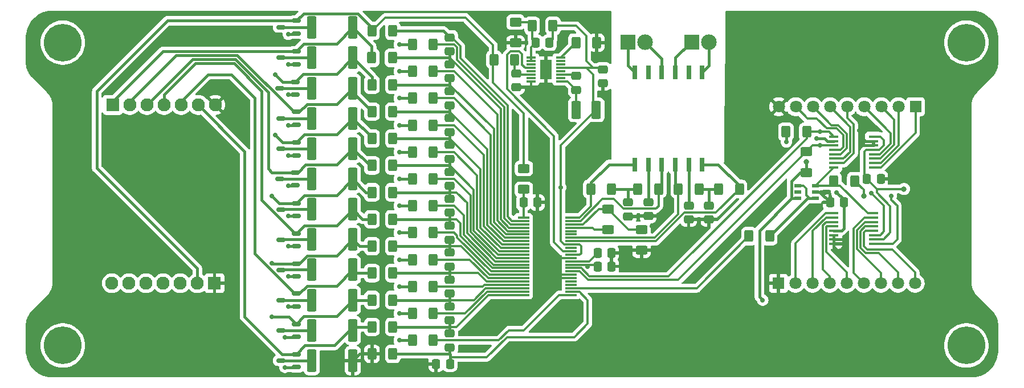
<source format=gbr>
%TF.GenerationSoftware,KiCad,Pcbnew,8.0.2*%
%TF.CreationDate,2024-09-03T17:10:03+02:00*%
%TF.ProjectId,BMS V1.0,424d5320-5631-42e3-902e-6b696361645f,rev?*%
%TF.SameCoordinates,Original*%
%TF.FileFunction,Copper,L1,Top*%
%TF.FilePolarity,Positive*%
%FSLAX46Y46*%
G04 Gerber Fmt 4.6, Leading zero omitted, Abs format (unit mm)*
G04 Created by KiCad (PCBNEW 8.0.2) date 2024-09-03 17:10:03*
%MOMM*%
%LPD*%
G01*
G04 APERTURE LIST*
G04 Aperture macros list*
%AMRoundRect*
0 Rectangle with rounded corners*
0 $1 Rounding radius*
0 $2 $3 $4 $5 $6 $7 $8 $9 X,Y pos of 4 corners*
0 Add a 4 corners polygon primitive as box body*
4,1,4,$2,$3,$4,$5,$6,$7,$8,$9,$2,$3,0*
0 Add four circle primitives for the rounded corners*
1,1,$1+$1,$2,$3*
1,1,$1+$1,$4,$5*
1,1,$1+$1,$6,$7*
1,1,$1+$1,$8,$9*
0 Add four rect primitives between the rounded corners*
20,1,$1+$1,$2,$3,$4,$5,0*
20,1,$1+$1,$4,$5,$6,$7,0*
20,1,$1+$1,$6,$7,$8,$9,0*
20,1,$1+$1,$8,$9,$2,$3,0*%
G04 Aperture macros list end*
%TA.AperFunction,ComponentPad*%
%ADD10R,2.325000X2.325000*%
%TD*%
%TA.AperFunction,ComponentPad*%
%ADD11C,2.325000*%
%TD*%
%TA.AperFunction,SMDPad,CuDef*%
%ADD12RoundRect,0.250000X-0.475000X0.337500X-0.475000X-0.337500X0.475000X-0.337500X0.475000X0.337500X0*%
%TD*%
%TA.AperFunction,SMDPad,CuDef*%
%ADD13RoundRect,0.250000X-0.400000X-0.625000X0.400000X-0.625000X0.400000X0.625000X-0.400000X0.625000X0*%
%TD*%
%TA.AperFunction,ComponentPad*%
%ADD14C,5.600000*%
%TD*%
%TA.AperFunction,SMDPad,CuDef*%
%ADD15RoundRect,0.250001X-0.462499X-1.074999X0.462499X-1.074999X0.462499X1.074999X-0.462499X1.074999X0*%
%TD*%
%TA.AperFunction,SMDPad,CuDef*%
%ADD16R,1.800000X0.300000*%
%TD*%
%TA.AperFunction,SMDPad,CuDef*%
%ADD17RoundRect,0.250000X0.400000X0.625000X-0.400000X0.625000X-0.400000X-0.625000X0.400000X-0.625000X0*%
%TD*%
%TA.AperFunction,SMDPad,CuDef*%
%ADD18RoundRect,0.249999X0.450001X1.425001X-0.450001X1.425001X-0.450001X-1.425001X0.450001X-1.425001X0*%
%TD*%
%TA.AperFunction,SMDPad,CuDef*%
%ADD19R,1.475000X0.450000*%
%TD*%
%TA.AperFunction,SMDPad,CuDef*%
%ADD20RoundRect,0.150000X0.512500X0.150000X-0.512500X0.150000X-0.512500X-0.150000X0.512500X-0.150000X0*%
%TD*%
%TA.AperFunction,SMDPad,CuDef*%
%ADD21RoundRect,0.250000X-0.337500X-0.475000X0.337500X-0.475000X0.337500X0.475000X-0.337500X0.475000X0*%
%TD*%
%TA.AperFunction,SMDPad,CuDef*%
%ADD22RoundRect,0.250000X-0.625000X0.400000X-0.625000X-0.400000X0.625000X-0.400000X0.625000X0.400000X0*%
%TD*%
%TA.AperFunction,SMDPad,CuDef*%
%ADD23RoundRect,0.250000X0.475000X-0.337500X0.475000X0.337500X-0.475000X0.337500X-0.475000X-0.337500X0*%
%TD*%
%TA.AperFunction,SMDPad,CuDef*%
%ADD24R,1.050000X0.550000*%
%TD*%
%TA.AperFunction,SMDPad,CuDef*%
%ADD25RoundRect,0.250000X0.625000X-0.400000X0.625000X0.400000X-0.625000X0.400000X-0.625000X-0.400000X0*%
%TD*%
%TA.AperFunction,ComponentPad*%
%ADD26R,1.800000X1.800000*%
%TD*%
%TA.AperFunction,ComponentPad*%
%ADD27C,1.800000*%
%TD*%
%TA.AperFunction,SMDPad,CuDef*%
%ADD28RoundRect,0.250000X0.337500X0.475000X-0.337500X0.475000X-0.337500X-0.475000X0.337500X-0.475000X0*%
%TD*%
%TA.AperFunction,SMDPad,CuDef*%
%ADD29R,1.425000X0.300000*%
%TD*%
%TA.AperFunction,SMDPad,CuDef*%
%ADD30R,1.753000X2.947000*%
%TD*%
%TA.AperFunction,ComponentPad*%
%ADD31R,1.950000X1.950000*%
%TD*%
%TA.AperFunction,ComponentPad*%
%ADD32C,1.950000*%
%TD*%
%TA.AperFunction,SMDPad,CuDef*%
%ADD33R,0.800000X2.010000*%
%TD*%
%TA.AperFunction,ViaPad*%
%ADD34C,0.800000*%
%TD*%
%TA.AperFunction,ViaPad*%
%ADD35C,0.700000*%
%TD*%
%TA.AperFunction,Conductor*%
%ADD36C,0.300000*%
%TD*%
%TA.AperFunction,Conductor*%
%ADD37C,0.400000*%
%TD*%
%TA.AperFunction,Conductor*%
%ADD38C,0.250000*%
%TD*%
G04 APERTURE END LIST*
D10*
%TO.P,J3,1,Pin_1*%
%TO.N,Net-(J3-Pin_1)*%
X163000000Y-68155000D03*
D11*
%TO.P,J3,2,Pin_2*%
%TO.N,Net-(J3-Pin_2)*%
X165540000Y-68155000D03*
%TD*%
D12*
%TO.P,C15,1*%
%TO.N,/C5*%
X127000000Y-95462500D03*
%TO.P,C15,2*%
%TO.N,/C4*%
X127000000Y-97537500D03*
%TD*%
D13*
%TO.P,R38,1*%
%TO.N,/Cell 10*%
X115450000Y-74500000D03*
%TO.P,R38,2*%
%TO.N,/C10*%
X118550000Y-74500000D03*
%TD*%
D14*
%TO.P,,1*%
%TO.N,N/C*%
X203750000Y-113250000D03*
%TD*%
D15*
%TO.P,L1,1,1*%
%TO.N,Net-(IC1-SW)*%
X145800500Y-78250000D03*
%TO.P,L1,2,2*%
%TO.N,+5V*%
X148775500Y-78250000D03*
%TD*%
D16*
%TO.P,IC6,1,V+*%
%TO.N,Net-(IC6-V+)*%
X137950000Y-94250000D03*
%TO.P,IC6,2,C12*%
%TO.N,/C12*%
X137950000Y-94750000D03*
%TO.P,IC6,3,S12*%
%TO.N,/S12*%
X137950000Y-95250000D03*
%TO.P,IC6,4,C11*%
%TO.N,/C11*%
X137950000Y-95750000D03*
%TO.P,IC6,5,S11*%
%TO.N,/S11*%
X137950000Y-96250000D03*
%TO.P,IC6,6,C10*%
%TO.N,/C10*%
X137950000Y-96750000D03*
%TO.P,IC6,7,S10*%
%TO.N,/S10*%
X137950000Y-97250000D03*
%TO.P,IC6,8,C9*%
%TO.N,/C9*%
X137950000Y-97750000D03*
%TO.P,IC6,9,S9*%
%TO.N,/S9*%
X137950000Y-98250000D03*
%TO.P,IC6,10,C8*%
%TO.N,/C8*%
X137950000Y-98750000D03*
%TO.P,IC6,11,S8*%
%TO.N,/S8*%
X137950000Y-99250000D03*
%TO.P,IC6,12,C7*%
%TO.N,/C7*%
X137950000Y-99750000D03*
%TO.P,IC6,13,S7*%
%TO.N,/S7*%
X137950000Y-100250000D03*
%TO.P,IC6,14,C6*%
%TO.N,/C6*%
X137950000Y-100750000D03*
%TO.P,IC6,15,S6*%
%TO.N,/S6*%
X137950000Y-101250000D03*
%TO.P,IC6,16,C5*%
%TO.N,/C5*%
X137950000Y-101750000D03*
%TO.P,IC6,17,S5*%
%TO.N,/S5*%
X137950000Y-102250000D03*
%TO.P,IC6,18,C4*%
%TO.N,/C4*%
X137950000Y-102750000D03*
%TO.P,IC6,19,S4*%
%TO.N,/S4*%
X137950000Y-103250000D03*
%TO.P,IC6,20,C3*%
%TO.N,/C3*%
X137950000Y-103750000D03*
%TO.P,IC6,21,S3*%
%TO.N,/S3*%
X137950000Y-104250000D03*
%TO.P,IC6,22,C2*%
%TO.N,/C2*%
X137950000Y-104750000D03*
%TO.P,IC6,23,S2*%
%TO.N,/S2*%
X137950000Y-105250000D03*
%TO.P,IC6,24,C1*%
%TO.N,/C1*%
X137950000Y-105750000D03*
%TO.P,IC6,25,S1*%
%TO.N,/S1*%
X145050000Y-105750000D03*
%TO.P,IC6,26,C0*%
%TO.N,/C0*%
X145050000Y-105250000D03*
%TO.P,IC6,27,GPIO1*%
%TO.N,/Therm_ADC*%
X145050000Y-104750000D03*
%TO.P,IC6,28,GPIO2*%
%TO.N,unconnected-(IC6-GPIO2-Pad28)*%
X145050000Y-104250000D03*
%TO.P,IC6,29,GPIO3*%
%TO.N,unconnected-(IC6-GPIO3-Pad29)*%
X145050000Y-103750000D03*
%TO.P,IC6,30,V-_1*%
%TO.N,-VDC*%
X145050000Y-103250000D03*
%TO.P,IC6,31,V-_2*%
X145050000Y-102750000D03*
%TO.P,IC6,32,GPIO4*%
%TO.N,/SDA*%
X145050000Y-102250000D03*
%TO.P,IC6,33,GPIO5*%
%TO.N,/SCL*%
X145050000Y-101750000D03*
%TO.P,IC6,34,VREF2*%
%TO.N,/VREF2*%
X145050000Y-101250000D03*
%TO.P,IC6,35,VREF1*%
%TO.N,Net-(IC6-VREF1)*%
X145050000Y-100750000D03*
%TO.P,IC6,36,DTEN*%
%TO.N,-VDC*%
X145050000Y-100250000D03*
%TO.P,IC6,37,VREG*%
%TO.N,+5V*%
X145050000Y-99750000D03*
%TO.P,IC6,38,DRIVE*%
%TO.N,/Enable*%
X145050000Y-99250000D03*
%TO.P,IC6,39,WDT*%
%TO.N,unconnected-(IC6-WDT-Pad39)*%
X145050000Y-98750000D03*
%TO.P,IC6,40,ISOMD*%
%TO.N,+5V*%
X145050000Y-98250000D03*
%TO.P,IC6,41,CSB_(IMA)*%
%TO.N,/IMA*%
X145050000Y-97750000D03*
%TO.P,IC6,42,SCK_(IPA)*%
%TO.N,/IPA*%
X145050000Y-97250000D03*
%TO.P,IC6,43,SDI_(NC)*%
%TO.N,unconnected-(IC6-SDI_(NC)-Pad43)*%
X145050000Y-96750000D03*
%TO.P,IC6,44,SDO_(NC)*%
%TO.N,unconnected-(IC6-SDO_(NC)-Pad44)*%
X145050000Y-96250000D03*
%TO.P,IC6,45,IBIAS*%
%TO.N,Net-(IC6-IBIAS)*%
X145050000Y-95750000D03*
%TO.P,IC6,46,ICMP*%
%TO.N,Net-(IC6-ICMP)*%
X145050000Y-95250000D03*
%TO.P,IC6,47,IMB*%
%TO.N,/IMB*%
X145050000Y-94750000D03*
%TO.P,IC6,48,IPB*%
%TO.N,/IPB*%
X145050000Y-94250000D03*
%TD*%
D13*
%TO.P,R32,1*%
%TO.N,/Cell 8*%
X115450000Y-82500000D03*
%TO.P,R32,2*%
%TO.N,/C8*%
X118550000Y-82500000D03*
%TD*%
D17*
%TO.P,R7,1*%
%TO.N,Net-(IC2--IN)*%
X174550000Y-97000000D03*
%TO.P,R7,2*%
%TO.N,/Therm_ADC*%
X171450000Y-97000000D03*
%TD*%
D13*
%TO.P,R24,1*%
%TO.N,Net-(Q4-G)*%
X121450000Y-96500000D03*
%TO.P,R24,2*%
%TO.N,/S5*%
X124550000Y-96500000D03*
%TD*%
%TO.P,R23,1*%
%TO.N,/Cell 5*%
X115450000Y-94500000D03*
%TO.P,R23,2*%
%TO.N,/C5*%
X118550000Y-94500000D03*
%TD*%
D18*
%TO.P,R46,1*%
%TO.N,-VDC*%
X112600000Y-115500000D03*
%TO.P,R46,2*%
%TO.N,Net-(Q12-D)*%
X106500000Y-115500000D03*
%TD*%
D19*
%TO.P,IC3,1,SCL*%
%TO.N,/SCL*%
X189938000Y-98150000D03*
%TO.P,IC3,2,~{RESET}*%
%TO.N,+5V*%
X189938000Y-97500000D03*
%TO.P,IC3,3,SDA*%
%TO.N,/SDA*%
X189938000Y-96850000D03*
%TO.P,IC3,4,S1*%
%TO.N,/T1*%
X189938000Y-96200000D03*
%TO.P,IC3,5,S2*%
%TO.N,/T2*%
X189938000Y-95550000D03*
%TO.P,IC3,6,S3*%
%TO.N,/T3*%
X189938000Y-94900000D03*
%TO.P,IC3,7,S4*%
%TO.N,/T4*%
X189938000Y-94250000D03*
%TO.P,IC3,8,D*%
%TO.N,Net-(IC2-+IN)*%
X189938000Y-93600000D03*
%TO.P,IC3,9,S8*%
%TO.N,/T8*%
X184062000Y-93600000D03*
%TO.P,IC3,10,S7*%
%TO.N,/T7*%
X184062000Y-94250000D03*
%TO.P,IC3,11,S6*%
%TO.N,/T6*%
X184062000Y-94900000D03*
%TO.P,IC3,12,S5*%
%TO.N,/T5*%
X184062000Y-95550000D03*
%TO.P,IC3,13,VDD*%
%TO.N,+5V*%
X184062000Y-96200000D03*
%TO.P,IC3,14,GND*%
%TO.N,-VDC*%
X184062000Y-96850000D03*
%TO.P,IC3,15,A1*%
X184062000Y-97500000D03*
%TO.P,IC3,16,A0*%
X184062000Y-98150000D03*
%TD*%
D12*
%TO.P,C18,1*%
%TO.N,/C8*%
X127000000Y-83462500D03*
%TO.P,C18,2*%
%TO.N,/C7*%
X127000000Y-85537500D03*
%TD*%
D13*
%TO.P,R12,1*%
%TO.N,Net-(Q1-G)*%
X121450000Y-108500000D03*
%TO.P,R12,2*%
%TO.N,/S2*%
X124550000Y-108500000D03*
%TD*%
D20*
%TO.P,Q11,1,G*%
%TO.N,Net-(Q11-G)*%
X104187500Y-66900000D03*
%TO.P,Q11,2,S*%
%TO.N,+BATT*%
X104187500Y-65000000D03*
%TO.P,Q11,3,D*%
%TO.N,Net-(Q11-D)*%
X101912500Y-65950000D03*
%TD*%
D14*
%TO.P,,1*%
%TO.N,N/C*%
X69500000Y-113250000D03*
%TD*%
D21*
%TO.P,C1,1*%
%TO.N,/FB*%
X139750500Y-68250000D03*
%TO.P,C1,2*%
%TO.N,+5V*%
X141825500Y-68250000D03*
%TD*%
D22*
%TO.P,R51,1*%
%TO.N,+BATT*%
X138000000Y-86950000D03*
%TO.P,R51,2*%
%TO.N,Net-(IC6-V+)*%
X138000000Y-90050000D03*
%TD*%
D23*
%TO.P,C9,1*%
%TO.N,-VDC*%
X162500000Y-94537500D03*
%TO.P,C9,2*%
%TO.N,Net-(T1-SEC1_2)*%
X162500000Y-92462500D03*
%TD*%
D12*
%TO.P,C12,1*%
%TO.N,/C2*%
X127000000Y-107462500D03*
%TO.P,C12,2*%
%TO.N,/C1*%
X127000000Y-109537500D03*
%TD*%
D13*
%TO.P,R44,1*%
%TO.N,+BATT*%
X115450000Y-66500000D03*
%TO.P,R44,2*%
%TO.N,/C12*%
X118550000Y-66500000D03*
%TD*%
D12*
%TO.P,C17,1*%
%TO.N,/C7*%
X127000000Y-87462500D03*
%TO.P,C17,2*%
%TO.N,/C6*%
X127000000Y-89537500D03*
%TD*%
D13*
%TO.P,R15,1*%
%TO.N,/Cell 1*%
X115450000Y-110500000D03*
%TO.P,R15,2*%
%TO.N,/C1*%
X118550000Y-110500000D03*
%TD*%
%TO.P,R27,1*%
%TO.N,Net-(Q5-G)*%
X121450000Y-92500000D03*
%TO.P,R27,2*%
%TO.N,/S6*%
X124550000Y-92500000D03*
%TD*%
D24*
%TO.P,IC2,1,OUT*%
%TO.N,Net-(IC2--IN)*%
X181300000Y-91400000D03*
%TO.P,IC2,2,V-*%
%TO.N,-VDC*%
X181300000Y-90450000D03*
%TO.P,IC2,3,+IN*%
%TO.N,Net-(IC2-+IN)*%
X181300000Y-89500000D03*
%TO.P,IC2,4,-IN*%
%TO.N,Net-(IC2--IN)*%
X178700000Y-89500000D03*
%TO.P,IC2,5,~{SHDN}*%
%TO.N,unconnected-(IC2-~{SHDN}-Pad5)*%
X178700000Y-90450000D03*
%TO.P,IC2,6,V+*%
%TO.N,+5V*%
X178700000Y-91400000D03*
%TD*%
D23*
%TO.P,C2,1*%
%TO.N,-VDC*%
X149750000Y-74287500D03*
%TO.P,C2,2*%
%TO.N,+5V*%
X149750000Y-72212500D03*
%TD*%
D25*
%TO.P,R49,1*%
%TO.N,Net-(IC6-IBIAS)*%
X150500000Y-96050000D03*
%TO.P,R49,2*%
%TO.N,Net-(IC6-ICMP)*%
X150500000Y-92950000D03*
%TD*%
D12*
%TO.P,C23,1*%
%TO.N,/C1*%
X127000000Y-111462500D03*
%TO.P,C23,2*%
%TO.N,/C0*%
X127000000Y-113537500D03*
%TD*%
D17*
%TO.P,R52,1*%
%TO.N,/VREF2*%
X187183538Y-88818599D03*
%TO.P,R52,2*%
%TO.N,Net-(IC2-+IN)*%
X184083538Y-88818599D03*
%TD*%
D18*
%TO.P,R43,1*%
%TO.N,/Cell 11*%
X112600000Y-66000000D03*
%TO.P,R43,2*%
%TO.N,Net-(Q11-D)*%
X106500000Y-66000000D03*
%TD*%
D21*
%TO.P,C25,1*%
%TO.N,Net-(IC6-V+)*%
X137962500Y-92000000D03*
%TO.P,C25,2*%
%TO.N,-VDC*%
X140037500Y-92000000D03*
%TD*%
D18*
%TO.P,R19,1*%
%TO.N,/Cell 3*%
X112600000Y-102000000D03*
%TO.P,R19,2*%
%TO.N,Net-(Q3-D)*%
X106500000Y-102000000D03*
%TD*%
%TO.P,R31,1*%
%TO.N,/Cell 7*%
X112600000Y-84000000D03*
%TO.P,R31,2*%
%TO.N,Net-(Q7-D)*%
X106500000Y-84000000D03*
%TD*%
D13*
%TO.P,R3,1*%
%TO.N,Net-(IC1-RT)*%
X145738000Y-68250000D03*
%TO.P,R3,2*%
%TO.N,-VDC*%
X148838000Y-68250000D03*
%TD*%
D21*
%TO.P,C11,1*%
%TO.N,Net-(IC6-VREF1)*%
X148962500Y-99500000D03*
%TO.P,C11,2*%
%TO.N,-VDC*%
X151037500Y-99500000D03*
%TD*%
D12*
%TO.P,C13,1*%
%TO.N,/C3*%
X127000000Y-103462500D03*
%TO.P,C13,2*%
%TO.N,/C2*%
X127000000Y-105537500D03*
%TD*%
D13*
%TO.P,R30,1*%
%TO.N,Net-(Q6-G)*%
X121450000Y-88500000D03*
%TO.P,R30,2*%
%TO.N,/S7*%
X124550000Y-88500000D03*
%TD*%
D26*
%TO.P,J5,1,Pin_1*%
%TO.N,/T16*%
X196200000Y-77775000D03*
D27*
%TO.P,J5,2,Pin_2*%
%TO.N,/T15*%
X193660000Y-77775000D03*
%TO.P,J5,3,Pin_3*%
%TO.N,/T14*%
X191120000Y-77775000D03*
%TO.P,J5,4,Pin_4*%
%TO.N,/T13*%
X188580000Y-77775000D03*
%TO.P,J5,5,Pin_5*%
%TO.N,/T12*%
X186040000Y-77775000D03*
%TO.P,J5,6,Pin_6*%
%TO.N,/T11*%
X183500000Y-77775000D03*
%TO.P,J5,7,Pin_7*%
%TO.N,/T10*%
X180960000Y-77775000D03*
%TO.P,J5,8,Pin_8*%
%TO.N,/T9*%
X178420000Y-77775000D03*
%TO.P,J5,9,Pin_9*%
%TO.N,-VDC*%
X175880000Y-77775000D03*
%TD*%
D18*
%TO.P,R22,1*%
%TO.N,/Cell 4*%
X112600000Y-97500000D03*
%TO.P,R22,2*%
%TO.N,Net-(Q4-D)*%
X106500000Y-97500000D03*
%TD*%
D17*
%TO.P,R11,1*%
%TO.N,Net-(C8-Pad2)*%
X164050000Y-90000000D03*
%TO.P,R11,2*%
%TO.N,/IPA*%
X160950000Y-90000000D03*
%TD*%
D12*
%TO.P,C22,1*%
%TO.N,/C12*%
X127000000Y-67462500D03*
%TO.P,C22,2*%
%TO.N,/C11*%
X127000000Y-69537500D03*
%TD*%
D13*
%TO.P,R42,1*%
%TO.N,Net-(Q10-G)*%
X121450000Y-72500000D03*
%TO.P,R42,2*%
%TO.N,/S11*%
X124550000Y-72500000D03*
%TD*%
D21*
%TO.P,C10,1*%
%TO.N,/VREF2*%
X148962500Y-101500000D03*
%TO.P,C10,2*%
%TO.N,-VDC*%
X151037500Y-101500000D03*
%TD*%
D13*
%TO.P,R48,1*%
%TO.N,Net-(Q12-G)*%
X121450000Y-112500000D03*
%TO.P,R48,2*%
%TO.N,/S1*%
X124550000Y-112500000D03*
%TD*%
D28*
%TO.P,C24,1*%
%TO.N,/C0*%
X127037500Y-116000000D03*
%TO.P,C24,2*%
%TO.N,-VDC*%
X124962500Y-116000000D03*
%TD*%
D12*
%TO.P,C14,1*%
%TO.N,/C4*%
X127000000Y-99462500D03*
%TO.P,C14,2*%
%TO.N,/C3*%
X127000000Y-101537500D03*
%TD*%
D20*
%TO.P,Q6,1,G*%
%TO.N,Net-(Q6-G)*%
X104050000Y-89450000D03*
%TO.P,Q6,2,S*%
%TO.N,/Cell 7*%
X104050000Y-87550000D03*
%TO.P,Q6,3,D*%
%TO.N,Net-(Q6-D)*%
X101775000Y-88500000D03*
%TD*%
D17*
%TO.P,R10,1*%
%TO.N,/IMA*%
X170050000Y-90000000D03*
%TO.P,R10,2*%
%TO.N,Net-(C8-Pad2)*%
X166950000Y-90000000D03*
%TD*%
D13*
%TO.P,R29,1*%
%TO.N,/Cell 7*%
X115450000Y-86500000D03*
%TO.P,R29,2*%
%TO.N,/C7*%
X118550000Y-86500000D03*
%TD*%
D20*
%TO.P,Q9,1,G*%
%TO.N,Net-(Q9-G)*%
X104050000Y-76000000D03*
%TO.P,Q9,2,S*%
%TO.N,/Cell 10*%
X104050000Y-74100000D03*
%TO.P,Q9,3,D*%
%TO.N,Net-(Q9-D)*%
X101775000Y-75050000D03*
%TD*%
D13*
%TO.P,R26,1*%
%TO.N,/Cell 6*%
X115450000Y-90500000D03*
%TO.P,R26,2*%
%TO.N,/C6*%
X118550000Y-90500000D03*
%TD*%
D20*
%TO.P,Q4,1,G*%
%TO.N,Net-(Q4-G)*%
X104187500Y-98500000D03*
%TO.P,Q4,2,S*%
%TO.N,/Cell 5*%
X104187500Y-96600000D03*
%TO.P,Q4,3,D*%
%TO.N,Net-(Q4-D)*%
X101912500Y-97550000D03*
%TD*%
%TO.P,Q3,1,G*%
%TO.N,Net-(Q3-G)*%
X104187500Y-103000000D03*
%TO.P,Q3,2,S*%
%TO.N,/Cell 4*%
X104187500Y-101100000D03*
%TO.P,Q3,3,D*%
%TO.N,Net-(Q3-D)*%
X101912500Y-102050000D03*
%TD*%
D18*
%TO.P,R28,1*%
%TO.N,/Cell 6*%
X112550000Y-88500000D03*
%TO.P,R28,2*%
%TO.N,Net-(Q6-D)*%
X106450000Y-88500000D03*
%TD*%
D13*
%TO.P,R17,1*%
%TO.N,/Cell 3*%
X115450000Y-102500000D03*
%TO.P,R17,2*%
%TO.N,/C3*%
X118550000Y-102500000D03*
%TD*%
%TO.P,R4,1*%
%TO.N,+BATT*%
X133562465Y-70768955D03*
%TO.P,R4,2*%
%TO.N,Net-(IC1-VIN)*%
X136662465Y-70768955D03*
%TD*%
D29*
%TO.P,IC1,1,FB_1*%
%TO.N,/FB*%
X139076000Y-70500000D03*
%TO.P,IC1,2,FB_2*%
X139076000Y-71000000D03*
%TO.P,IC1,3,NC_1*%
%TO.N,unconnected-(IC1-NC_1-Pad3)*%
X139076000Y-71500000D03*
%TO.P,IC1,4,EN/UVLO*%
%TO.N,/Enable*%
X139076000Y-72000000D03*
%TO.P,IC1,5,NC_2*%
%TO.N,unconnected-(IC1-NC_2-Pad5)*%
X139076000Y-72500000D03*
%TO.P,IC1,6,VIN*%
%TO.N,Net-(IC1-VIN)*%
X139076000Y-73000000D03*
%TO.P,IC1,7,NC_3*%
%TO.N,unconnected-(IC1-NC_3-Pad7)*%
X139076000Y-73500000D03*
%TO.P,IC1,8,GND_1*%
%TO.N,-VDC*%
X139076000Y-74000000D03*
%TO.P,IC1,9,SW*%
%TO.N,Net-(IC1-SW)*%
X143500000Y-74000000D03*
%TO.P,IC1,10,NC_4*%
%TO.N,unconnected-(IC1-NC_4-Pad10)*%
X143500000Y-73500000D03*
%TO.P,IC1,11,BOOST*%
%TO.N,Net-(IC1-BOOST)*%
X143500000Y-73000000D03*
%TO.P,IC1,12,NC_5*%
%TO.N,unconnected-(IC1-NC_5-Pad12)*%
X143500000Y-72500000D03*
%TO.P,IC1,13,BD*%
%TO.N,+5V*%
X143500000Y-72000000D03*
%TO.P,IC1,14,PG*%
%TO.N,unconnected-(IC1-PG-Pad14)*%
X143500000Y-71500000D03*
%TO.P,IC1,15,NC_6*%
%TO.N,unconnected-(IC1-NC_6-Pad15)*%
X143500000Y-71000000D03*
%TO.P,IC1,16,RT*%
%TO.N,Net-(IC1-RT)*%
X143500000Y-70500000D03*
D30*
%TO.P,IC1,17,GND_2*%
%TO.N,-VDC*%
X141288000Y-72250000D03*
%TD*%
D13*
%TO.P,R8,1*%
%TO.N,/IPB*%
X147950000Y-90000000D03*
%TO.P,R8,2*%
%TO.N,Net-(C6-Pad2)*%
X151050000Y-90000000D03*
%TD*%
%TO.P,R39,1*%
%TO.N,Net-(Q9-G)*%
X121450000Y-76500000D03*
%TO.P,R39,2*%
%TO.N,/S10*%
X124550000Y-76500000D03*
%TD*%
D26*
%TO.P,J4,1,Pin_1*%
%TO.N,-VDC*%
X175840000Y-104000000D03*
D27*
%TO.P,J4,2,Pin_2*%
%TO.N,/T8*%
X178380000Y-104000000D03*
%TO.P,J4,3,Pin_3*%
%TO.N,/T7*%
X180920000Y-104000000D03*
%TO.P,J4,4,Pin_4*%
%TO.N,/T6*%
X183460000Y-104000000D03*
%TO.P,J4,5,Pin_5*%
%TO.N,/T5*%
X186000000Y-104000000D03*
%TO.P,J4,6,Pin_6*%
%TO.N,/T4*%
X188540000Y-104000000D03*
%TO.P,J4,7,Pin_7*%
%TO.N,/T3*%
X191080000Y-104000000D03*
%TO.P,J4,8,Pin_8*%
%TO.N,/T2*%
X193620000Y-104000000D03*
%TO.P,J4,9,Pin_9*%
%TO.N,/T1*%
X196160000Y-104000000D03*
%TD*%
D31*
%TO.P,J6,1,Pin_1*%
%TO.N,/Cell 11*%
X76930000Y-77500000D03*
D32*
%TO.P,J6,2,Pin_2*%
%TO.N,/Cell 9*%
X79470000Y-77500000D03*
%TO.P,J6,3,Pin_3*%
%TO.N,/Cell 7*%
X82010000Y-77500000D03*
%TO.P,J6,4,Pin_4*%
%TO.N,/Cell 5*%
X84550000Y-77500000D03*
%TO.P,J6,5,Pin_5*%
%TO.N,/Cell 3*%
X87090000Y-77500000D03*
%TO.P,J6,6,Pin_6*%
%TO.N,/Cell 1*%
X89630000Y-77500000D03*
%TO.P,J6,7,Pin_7*%
%TO.N,-VDC*%
X92170000Y-77500000D03*
%TD*%
D33*
%TO.P,T1,1,PRI1_1*%
%TO.N,Net-(J3-Pin_2)*%
X164500000Y-72655000D03*
%TO.P,T1,2,PRI1_2*%
%TO.N,unconnected-(T1-PRI1_2-Pad2)*%
X162500000Y-72655000D03*
%TO.P,T1,3,PRI1_3*%
%TO.N,Net-(J3-Pin_1)*%
X160500000Y-72655000D03*
%TO.P,T1,4,PRI2_1*%
%TO.N,Net-(J1-Pin_2)*%
X158500000Y-72655000D03*
%TO.P,T1,5,PRI2_2*%
%TO.N,unconnected-(T1-PRI2_2-Pad5)*%
X156500000Y-72655000D03*
%TO.P,T1,6,PRI2_3*%
%TO.N,Net-(J1-Pin_1)*%
X154500000Y-72655000D03*
%TO.P,T1,7,SEC2_1*%
%TO.N,/IPB*%
X154500000Y-86345000D03*
%TO.P,T1,8,SEC2_2*%
%TO.N,Net-(T1-SEC2_2)*%
X156500000Y-86345000D03*
%TO.P,T1,9,SEC2_3*%
%TO.N,/IMB*%
X158500000Y-86345000D03*
%TO.P,T1,10,SEC1_1*%
%TO.N,/IPA*%
X160500000Y-86345000D03*
%TO.P,T1,11,SEC1_2*%
%TO.N,Net-(T1-SEC1_2)*%
X162500000Y-86345000D03*
%TO.P,T1,12,SEC1_3*%
%TO.N,/IMA*%
X164500000Y-86345000D03*
%TD*%
D12*
%TO.P,C20,1*%
%TO.N,/C10*%
X127000000Y-75462500D03*
%TO.P,C20,2*%
%TO.N,/C9*%
X127000000Y-77537500D03*
%TD*%
D28*
%TO.P,C26,1*%
%TO.N,+5V*%
X185575000Y-92000000D03*
%TO.P,C26,2*%
%TO.N,-VDC*%
X183500000Y-92000000D03*
%TD*%
D18*
%TO.P,R25,1*%
%TO.N,/Cell 5*%
X112550000Y-93000000D03*
%TO.P,R25,2*%
%TO.N,Net-(Q5-D)*%
X106450000Y-93000000D03*
%TD*%
D23*
%TO.P,C7,1*%
%TO.N,-VDC*%
X156500000Y-94037500D03*
%TO.P,C7,2*%
%TO.N,Net-(T1-SEC2_2)*%
X156500000Y-91962500D03*
%TD*%
D10*
%TO.P,J1,1,Pin_1*%
%TO.N,Net-(J1-Pin_1)*%
X153460000Y-68155000D03*
D11*
%TO.P,J1,2,Pin_2*%
%TO.N,Net-(J1-Pin_2)*%
X156000000Y-68155000D03*
%TD*%
D23*
%TO.P,C6,1*%
%TO.N,-VDC*%
X153500000Y-94075000D03*
%TO.P,C6,2*%
%TO.N,Net-(C6-Pad2)*%
X153500000Y-92000000D03*
%TD*%
D14*
%TO.P,,1*%
%TO.N,N/C*%
X203750000Y-68250000D03*
%TD*%
D18*
%TO.P,R14,1*%
%TO.N,/Cell 1*%
X112600000Y-111000000D03*
%TO.P,R14,2*%
%TO.N,Net-(Q1-D)*%
X106500000Y-111000000D03*
%TD*%
D13*
%TO.P,R41,1*%
%TO.N,/Cell 11*%
X115400000Y-70500000D03*
%TO.P,R41,2*%
%TO.N,/C11*%
X118500000Y-70500000D03*
%TD*%
%TO.P,R20,1*%
%TO.N,/Cell 4*%
X115450000Y-98500000D03*
%TO.P,R20,2*%
%TO.N,/C4*%
X118550000Y-98500000D03*
%TD*%
%TO.P,R36,1*%
%TO.N,Net-(Q8-G)*%
X121450000Y-80500000D03*
%TO.P,R36,2*%
%TO.N,/S9*%
X124550000Y-80500000D03*
%TD*%
%TO.P,R33,1*%
%TO.N,Net-(Q7-G)*%
X121450000Y-84500000D03*
%TO.P,R33,2*%
%TO.N,/S8*%
X124550000Y-84500000D03*
%TD*%
%TO.P,R35,1*%
%TO.N,/Cell 9*%
X115450000Y-78500000D03*
%TO.P,R35,2*%
%TO.N,/C9*%
X118550000Y-78500000D03*
%TD*%
D18*
%TO.P,R37,1*%
%TO.N,/Cell 9*%
X112600000Y-75000000D03*
%TO.P,R37,2*%
%TO.N,Net-(Q9-D)*%
X106500000Y-75000000D03*
%TD*%
%TO.P,R16,1*%
%TO.N,/Cell 2*%
X112600000Y-106500000D03*
%TO.P,R16,2*%
%TO.N,Net-(Q2-D)*%
X106500000Y-106500000D03*
%TD*%
D13*
%TO.P,R13,1*%
%TO.N,/Cell 2*%
X115450000Y-106500000D03*
%TO.P,R13,2*%
%TO.N,/C2*%
X118550000Y-106500000D03*
%TD*%
%TO.P,R45,1*%
%TO.N,Net-(Q11-G)*%
X121450000Y-68500000D03*
%TO.P,R45,2*%
%TO.N,/S12*%
X124550000Y-68500000D03*
%TD*%
D20*
%TO.P,Q2,1,G*%
%TO.N,Net-(Q2-G)*%
X104187500Y-107450000D03*
%TO.P,Q2,2,S*%
%TO.N,/Cell 3*%
X104187500Y-105550000D03*
%TO.P,Q2,3,D*%
%TO.N,Net-(Q2-D)*%
X101912500Y-106500000D03*
%TD*%
%TO.P,Q12,1,G*%
%TO.N,Net-(Q12-G)*%
X104187500Y-116450000D03*
%TO.P,Q12,2,S*%
%TO.N,/Cell 1*%
X104187500Y-114550000D03*
%TO.P,Q12,3,D*%
%TO.N,Net-(Q12-D)*%
X101912500Y-115500000D03*
%TD*%
D22*
%TO.P,R50,1*%
%TO.N,Net-(IC6-ICMP)*%
X155500000Y-96000000D03*
%TO.P,R50,2*%
%TO.N,-VDC*%
X155500000Y-99100000D03*
%TD*%
%TO.P,R1,1*%
%TO.N,/FB*%
X136788000Y-65200000D03*
%TO.P,R1,2*%
%TO.N,-VDC*%
X136788000Y-68300000D03*
%TD*%
D18*
%TO.P,R40,1*%
%TO.N,/Cell 10*%
X112600000Y-70500000D03*
%TO.P,R40,2*%
%TO.N,Net-(Q10-D)*%
X106500000Y-70500000D03*
%TD*%
D13*
%TO.P,R21,1*%
%TO.N,Net-(Q3-G)*%
X121450000Y-100500000D03*
%TO.P,R21,2*%
%TO.N,/S4*%
X124550000Y-100500000D03*
%TD*%
D14*
%TO.P,REF\u002A\u002A,1*%
%TO.N,N/C*%
X69500000Y-68250000D03*
%TD*%
D13*
%TO.P,R18,1*%
%TO.N,Net-(Q2-G)*%
X121450000Y-104500000D03*
%TO.P,R18,2*%
%TO.N,/S3*%
X124550000Y-104500000D03*
%TD*%
D12*
%TO.P,C21,1*%
%TO.N,/C11*%
X127000000Y-71462500D03*
%TO.P,C21,2*%
%TO.N,/C10*%
X127000000Y-73537500D03*
%TD*%
D20*
%TO.P,Q5,1,G*%
%TO.N,Net-(Q5-G)*%
X104187500Y-94000000D03*
%TO.P,Q5,2,S*%
%TO.N,/Cell 6*%
X104187500Y-92100000D03*
%TO.P,Q5,3,D*%
%TO.N,Net-(Q5-D)*%
X101912500Y-93050000D03*
%TD*%
D21*
%TO.P,C5,1*%
%TO.N,+5V*%
X188962500Y-88500000D03*
%TO.P,C5,2*%
%TO.N,-VDC*%
X191037500Y-88500000D03*
%TD*%
D31*
%TO.P,J2,1,Pin_1*%
%TO.N,-VDC*%
X92050000Y-104000000D03*
D32*
%TO.P,J2,2,Pin_2*%
%TO.N,+BATT*%
X89510000Y-104000000D03*
%TO.P,J2,3,Pin_3*%
%TO.N,/Cell 10*%
X86970000Y-104000000D03*
%TO.P,J2,4,Pin_4*%
%TO.N,/Cell 8*%
X84430000Y-104000000D03*
%TO.P,J2,5,Pin_5*%
%TO.N,/Cell 6*%
X81890000Y-104000000D03*
%TO.P,J2,6,Pin_6*%
%TO.N,/Cell 4*%
X79350000Y-104000000D03*
%TO.P,J2,7,Pin_7*%
%TO.N,/Cell 2*%
X76810000Y-104000000D03*
%TD*%
D18*
%TO.P,R34,1*%
%TO.N,/Cell 8*%
X112600000Y-79500000D03*
%TO.P,R34,2*%
%TO.N,Net-(Q8-D)*%
X106500000Y-79500000D03*
%TD*%
D20*
%TO.P,Q7,1,G*%
%TO.N,Net-(Q7-G)*%
X104187500Y-85000000D03*
%TO.P,Q7,2,S*%
%TO.N,/Cell 8*%
X104187500Y-83100000D03*
%TO.P,Q7,3,D*%
%TO.N,Net-(Q7-D)*%
X101912500Y-84050000D03*
%TD*%
D23*
%TO.P,C8,1*%
%TO.N,-VDC*%
X165500000Y-94537500D03*
%TO.P,C8,2*%
%TO.N,Net-(C8-Pad2)*%
X165500000Y-92462500D03*
%TD*%
D13*
%TO.P,R6,1*%
%TO.N,+5V*%
X176950000Y-81500000D03*
%TO.P,R6,2*%
%TO.N,/SCL*%
X180050000Y-81500000D03*
%TD*%
D20*
%TO.P,Q10,1,G*%
%TO.N,Net-(Q10-G)*%
X104187500Y-71450000D03*
%TO.P,Q10,2,S*%
%TO.N,/Cell 11*%
X104187500Y-69550000D03*
%TO.P,Q10,3,D*%
%TO.N,Net-(Q10-D)*%
X101912500Y-70500000D03*
%TD*%
%TO.P,Q1,1,G*%
%TO.N,Net-(Q1-G)*%
X104187500Y-111950000D03*
%TO.P,Q1,2,S*%
%TO.N,/Cell 2*%
X104187500Y-110050000D03*
%TO.P,Q1,3,D*%
%TO.N,Net-(Q1-D)*%
X101912500Y-111000000D03*
%TD*%
D19*
%TO.P,IC4,1,SCL*%
%TO.N,/SCL*%
X184062000Y-82225000D03*
%TO.P,IC4,2,~{RESET}*%
%TO.N,+5V*%
X184062000Y-82875000D03*
%TO.P,IC4,3,SDA*%
%TO.N,/SDA*%
X184062000Y-83525000D03*
%TO.P,IC4,4,S1*%
%TO.N,/T9*%
X184062000Y-84175000D03*
%TO.P,IC4,5,S2*%
%TO.N,/T10*%
X184062000Y-84825000D03*
%TO.P,IC4,6,S3*%
%TO.N,/T11*%
X184062000Y-85475000D03*
%TO.P,IC4,7,S4*%
%TO.N,/T12*%
X184062000Y-86125000D03*
%TO.P,IC4,8,D*%
%TO.N,Net-(IC2-+IN)*%
X184062000Y-86775000D03*
%TO.P,IC4,9,S8*%
%TO.N,/T16*%
X189938000Y-86775000D03*
%TO.P,IC4,10,S7*%
%TO.N,/T15*%
X189938000Y-86125000D03*
%TO.P,IC4,11,S6*%
%TO.N,/T14*%
X189938000Y-85475000D03*
%TO.P,IC4,12,S5*%
%TO.N,/T13*%
X189938000Y-84825000D03*
%TO.P,IC4,13,VDD*%
%TO.N,+5V*%
X189938000Y-84175000D03*
%TO.P,IC4,14,GND*%
%TO.N,-VDC*%
X189938000Y-83525000D03*
%TO.P,IC4,15,A1*%
X189938000Y-82875000D03*
%TO.P,IC4,16,A0*%
%TO.N,+5V*%
X189938000Y-82225000D03*
%TD*%
D23*
%TO.P,C4,1*%
%TO.N,-VDC*%
X136911722Y-74877204D03*
%TO.P,C4,2*%
%TO.N,Net-(IC1-VIN)*%
X136911722Y-72802204D03*
%TD*%
D13*
%TO.P,R47,1*%
%TO.N,-VDC*%
X115450000Y-114500000D03*
%TO.P,R47,2*%
%TO.N,/C0*%
X118550000Y-114500000D03*
%TD*%
D12*
%TO.P,C16,1*%
%TO.N,/C6*%
X127000000Y-91462500D03*
%TO.P,C16,2*%
%TO.N,/C5*%
X127000000Y-93537500D03*
%TD*%
%TO.P,C19,1*%
%TO.N,/C9*%
X127000000Y-79462500D03*
%TO.P,C19,2*%
%TO.N,/C8*%
X127000000Y-81537500D03*
%TD*%
D20*
%TO.P,Q8,1,G*%
%TO.N,Net-(Q8-G)*%
X104187500Y-80450000D03*
%TO.P,Q8,2,S*%
%TO.N,/Cell 9*%
X104187500Y-78550000D03*
%TO.P,Q8,3,D*%
%TO.N,Net-(Q8-D)*%
X101912500Y-79500000D03*
%TD*%
D23*
%TO.P,C3,1*%
%TO.N,Net-(IC1-SW)*%
X145788000Y-75287500D03*
%TO.P,C3,2*%
%TO.N,Net-(IC1-BOOST)*%
X145788000Y-73212500D03*
%TD*%
D17*
%TO.P,R2,1*%
%TO.N,+5V*%
X142338000Y-65750000D03*
%TO.P,R2,2*%
%TO.N,/FB*%
X139238000Y-65750000D03*
%TD*%
D22*
%TO.P,R5,1*%
%TO.N,/SDA*%
X180000000Y-84450000D03*
%TO.P,R5,2*%
%TO.N,+5V*%
X180000000Y-87550000D03*
%TD*%
D13*
%TO.P,R9,1*%
%TO.N,Net-(C6-Pad2)*%
X154950000Y-90000000D03*
%TO.P,R9,2*%
%TO.N,/IMB*%
X158050000Y-90000000D03*
%TD*%
D34*
%TO.N,+5V*%
X194500000Y-90000000D03*
D35*
X143500000Y-89750000D03*
X177000000Y-83000000D03*
X184500000Y-90500000D03*
D34*
X180000000Y-86000000D03*
D35*
X181500000Y-82500000D03*
X173500000Y-106500000D03*
%TO.N,-VDC*%
X172500000Y-94000000D03*
X117000000Y-78500000D03*
X149500000Y-82500000D03*
X159500000Y-99500000D03*
X117000000Y-90500000D03*
X140000000Y-76500000D03*
X92000000Y-67500000D03*
X133750000Y-65000000D03*
X187844425Y-81312811D03*
X143500000Y-109000000D03*
X178000000Y-74500000D03*
X131000000Y-69500000D03*
X185500000Y-100000000D03*
X176500000Y-99500000D03*
X138000000Y-108000000D03*
X157000000Y-95500000D03*
X131500000Y-114000000D03*
X117000000Y-66500000D03*
X117000000Y-114500000D03*
X117000000Y-102500000D03*
X195000000Y-88500000D03*
X167500000Y-106000000D03*
%TO.N,/VREF2*%
X147500000Y-101500000D03*
D34*
X188500000Y-91000000D03*
D35*
%TO.N,/SCL*%
X182000000Y-81500000D03*
X192602012Y-91057008D03*
%TO.N,/SDA*%
X189635627Y-90635627D03*
X182000000Y-83500000D03*
%TO.N,/Cell 10*%
X101050000Y-73000000D03*
%TO.N,/Cell 8*%
X101050000Y-82000000D03*
%TO.N,/Cell 6*%
X100550000Y-91000000D03*
%TO.N,/Cell 4*%
X100550000Y-101000000D03*
%TO.N,/Cell 2*%
X100550000Y-109000000D03*
%TO.N,Net-(Q1-G)*%
X119500000Y-108500000D03*
X102500000Y-112000000D03*
%TO.N,Net-(Q2-G)*%
X119500000Y-104500000D03*
X103000000Y-107500000D03*
%TO.N,Net-(Q3-G)*%
X103000000Y-103000000D03*
X119500000Y-100500000D03*
%TO.N,Net-(Q4-G)*%
X119500000Y-96500000D03*
X103000000Y-98500000D03*
%TO.N,Net-(Q5-G)*%
X103000000Y-94000000D03*
X119500000Y-92500000D03*
%TO.N,Net-(Q6-G)*%
X119500000Y-88500000D03*
X103000000Y-89500000D03*
%TO.N,Net-(Q7-G)*%
X103000000Y-85000000D03*
X119500000Y-84500000D03*
%TO.N,Net-(Q8-G)*%
X103000000Y-80500000D03*
X119500000Y-80500000D03*
%TO.N,Net-(Q9-G)*%
X119500000Y-76500000D03*
X103000000Y-76000000D03*
%TO.N,Net-(Q10-G)*%
X103000000Y-71500000D03*
X119500000Y-72500000D03*
%TO.N,Net-(Q11-G)*%
X119500000Y-68500000D03*
X103000000Y-67000000D03*
%TO.N,Net-(Q12-G)*%
X119500000Y-112500000D03*
X102500000Y-116500000D03*
%TD*%
D36*
%TO.N,/FB*%
X136788000Y-65200000D02*
X138688000Y-65200000D01*
X138688000Y-65200000D02*
X139238000Y-65750000D01*
X139750500Y-68250000D02*
X139250500Y-68750000D01*
X139750500Y-68250000D02*
X139076000Y-68924500D01*
X139238000Y-67737500D02*
X139750500Y-68250000D01*
X139238000Y-65750000D02*
X139238000Y-67737500D01*
X139076000Y-68924500D02*
X139076000Y-71000000D01*
%TO.N,+5V*%
X148775500Y-78250000D02*
X148288000Y-77762500D01*
X146500000Y-99550000D02*
X146500000Y-98450000D01*
X194500000Y-90000000D02*
X191000000Y-90000000D01*
X188900500Y-84175000D02*
X188600000Y-84475500D01*
X142338000Y-65750000D02*
X142338000Y-67737500D01*
X190462500Y-90000000D02*
X190462500Y-90524452D01*
X148288000Y-73000000D02*
X147288000Y-72000000D01*
X145050000Y-98250000D02*
X144000000Y-98250000D01*
D37*
X179050000Y-87550000D02*
X177775000Y-88825000D01*
D36*
X191462500Y-97500000D02*
X192462500Y-96500000D01*
X188962500Y-88500000D02*
X190462500Y-90000000D01*
X146500000Y-98450000D02*
X146300000Y-98250000D01*
X147288000Y-71000000D02*
X148288000Y-72000000D01*
X142338000Y-65750000D02*
X145788000Y-65750000D01*
D37*
X177000000Y-83000000D02*
X177000000Y-81550000D01*
D36*
X146300000Y-98250000D02*
X145050000Y-98250000D01*
X190950500Y-82225000D02*
X189938000Y-82225000D01*
D37*
X173500000Y-106500000D02*
X173000000Y-106000000D01*
D36*
X142338000Y-67737500D02*
X141825500Y-68250000D01*
X190469024Y-90530976D02*
X192462500Y-92524451D01*
D37*
X185575000Y-95824500D02*
X185575000Y-92000000D01*
D36*
X143500000Y-83525500D02*
X143500000Y-89750000D01*
D37*
X180000000Y-87550000D02*
X179050000Y-87550000D01*
D36*
X148288000Y-72000000D02*
X149537500Y-72000000D01*
D37*
X177775000Y-91400000D02*
X178700000Y-91400000D01*
X184062000Y-96200000D02*
X185199500Y-96200000D01*
D36*
X191500000Y-82774500D02*
X190950500Y-82225000D01*
X149537500Y-72000000D02*
X149750000Y-72212500D01*
X146300000Y-99750000D02*
X146500000Y-99550000D01*
X148775500Y-78250000D02*
X143500000Y-83525500D01*
D37*
X185575000Y-92000000D02*
X185575000Y-91575000D01*
D36*
X145050000Y-99750000D02*
X146300000Y-99750000D01*
D37*
X182699500Y-82500000D02*
X183074500Y-82875000D01*
D36*
X189938000Y-84175000D02*
X188900500Y-84175000D01*
D37*
X177775000Y-91275000D02*
X177900000Y-91400000D01*
D36*
X188600000Y-84475500D02*
X188600000Y-88100000D01*
D37*
X183074500Y-82875000D02*
X184062000Y-82875000D01*
D36*
X190462500Y-90000000D02*
X191000000Y-90000000D01*
X144000000Y-98250000D02*
X143500000Y-97750000D01*
X147288000Y-67250000D02*
X147288000Y-71000000D01*
X189938000Y-97500000D02*
X191462500Y-97500000D01*
X191500000Y-83500000D02*
X191500000Y-82774500D01*
D37*
X181500000Y-82500000D02*
X182699500Y-82500000D01*
D36*
X148288000Y-77762500D02*
X148288000Y-73000000D01*
X190462500Y-90524452D02*
X190469024Y-90530976D01*
X143500000Y-97750000D02*
X143500000Y-89750000D01*
X189938000Y-84175000D02*
X190825000Y-84175000D01*
D37*
X173000000Y-96175000D02*
X177775000Y-91400000D01*
X177900000Y-91400000D02*
X178700000Y-91400000D01*
D36*
X145788000Y-65750000D02*
X147288000Y-67250000D01*
X190825000Y-84175000D02*
X191500000Y-83500000D01*
D37*
X177000000Y-81550000D02*
X176950000Y-81500000D01*
X173000000Y-106000000D02*
X173000000Y-96175000D01*
D36*
X192462500Y-92524451D02*
X192462500Y-96500000D01*
D37*
X177775000Y-88825000D02*
X177775000Y-91275000D01*
D36*
X143500000Y-72000000D02*
X148288000Y-72000000D01*
D37*
X185575000Y-91575000D02*
X184500000Y-90500000D01*
X180000000Y-87550000D02*
X180000000Y-86000000D01*
X185199500Y-96200000D02*
X185575000Y-95824500D01*
D36*
%TO.N,Net-(IC1-SW)*%
X144500500Y-74000000D02*
X145788000Y-75287500D01*
X143500000Y-74000000D02*
X144500500Y-74000000D01*
X145788000Y-78237500D02*
X145800500Y-78250000D01*
X145788000Y-75287500D02*
X145788000Y-78237500D01*
%TO.N,Net-(IC1-BOOST)*%
X143500000Y-73000000D02*
X145575500Y-73000000D01*
X145575500Y-73000000D02*
X145788000Y-73212500D01*
%TO.N,Net-(IC1-VIN)*%
X136662465Y-70768955D02*
X136662465Y-72552947D01*
X136662465Y-72552947D02*
X136911722Y-72802204D01*
X137000500Y-73000000D02*
X139076000Y-73000000D01*
%TO.N,-VDC*%
X145050000Y-100250000D02*
X142750000Y-100250000D01*
D38*
X153500000Y-94075000D02*
X156462500Y-94075000D01*
D37*
X187844425Y-83344425D02*
X187844425Y-81312811D01*
D36*
X191037500Y-88500000D02*
X195000000Y-88500000D01*
D37*
X189938000Y-82875000D02*
X189938000Y-83525000D01*
X188025000Y-83525000D02*
X187844425Y-83344425D01*
X189938000Y-83525000D02*
X188025000Y-83525000D01*
X149750000Y-74287500D02*
X149750000Y-76000000D01*
X115450000Y-114500000D02*
X113600000Y-114500000D01*
X187844425Y-81918925D02*
X187844425Y-81312811D01*
X181950000Y-90450000D02*
X183500000Y-92000000D01*
D38*
X156462500Y-94075000D02*
X156500000Y-94037500D01*
D37*
X181300000Y-90450000D02*
X181950000Y-90450000D01*
X189938000Y-82875000D02*
X188800500Y-82875000D01*
D36*
X136911722Y-74877204D02*
X138377204Y-74877204D01*
D37*
X184062000Y-96850000D02*
X184062000Y-98150000D01*
X113600000Y-114500000D02*
X112600000Y-115500000D01*
D36*
X142500000Y-102750000D02*
X145050000Y-102750000D01*
X145050000Y-103250000D02*
X142500000Y-103250000D01*
X138377204Y-74877204D02*
X140000000Y-76500000D01*
X139076000Y-75576000D02*
X140000000Y-76500000D01*
D37*
X184062000Y-98150000D02*
X184062000Y-98562000D01*
D36*
X139076000Y-74000000D02*
X139076000Y-75576000D01*
D37*
X184062000Y-98562000D02*
X185500000Y-100000000D01*
X188800500Y-82875000D02*
X187844425Y-81918925D01*
%TO.N,Net-(C6-Pad2)*%
X153500000Y-90000000D02*
X154950000Y-90000000D01*
X151050000Y-90000000D02*
X153500000Y-90000000D01*
X153500000Y-90000000D02*
X153500000Y-92000000D01*
%TO.N,Net-(T1-SEC2_2)*%
X156500000Y-91962500D02*
X156500000Y-86345000D01*
%TO.N,Net-(C8-Pad2)*%
X164050000Y-90000000D02*
X165500000Y-90000000D01*
X165500000Y-90000000D02*
X166950000Y-90000000D01*
X165500000Y-92462500D02*
X165500000Y-90000000D01*
%TO.N,Net-(T1-SEC1_2)*%
X162500000Y-86345000D02*
X162500000Y-92462500D01*
D36*
%TO.N,/VREF2*%
X147500000Y-101500000D02*
X147500500Y-101500000D01*
X147250500Y-101250000D02*
X147500000Y-101499500D01*
X188500000Y-90135061D02*
X187183538Y-88818599D01*
X148712500Y-101250000D02*
X148962500Y-101500000D01*
X188500000Y-91000000D02*
X188500000Y-90135061D01*
X147000000Y-101250000D02*
X148712500Y-101250000D01*
X147500000Y-101499500D02*
X147500000Y-101500000D01*
X145050000Y-101250000D02*
X147000000Y-101250000D01*
X147500500Y-101500000D02*
X147500000Y-101499500D01*
X147000000Y-101250000D02*
X147250500Y-101250000D01*
%TO.N,Net-(IC6-VREF1)*%
X145050000Y-100750000D02*
X147712500Y-100750000D01*
X147712500Y-100750000D02*
X148962500Y-99500000D01*
%TO.N,/C2*%
X130585788Y-106500000D02*
X127000000Y-106500000D01*
D37*
X127000000Y-107462500D02*
X127000000Y-106500000D01*
D36*
X132335788Y-104750000D02*
X130585788Y-106500000D01*
D37*
X118550000Y-106500000D02*
X127000000Y-106500000D01*
X127000000Y-106500000D02*
X127000000Y-105537500D01*
D36*
X137950000Y-104750000D02*
X132335788Y-104750000D01*
%TO.N,/C1*%
X132750000Y-105750000D02*
X128000000Y-110500000D01*
X128000000Y-110500000D02*
X127000000Y-110500000D01*
D37*
X118550000Y-110500000D02*
X127000000Y-110500000D01*
D36*
X137950000Y-105750000D02*
X132750000Y-105750000D01*
D37*
X127000000Y-110500000D02*
X127000000Y-109537500D01*
X127000000Y-111462500D02*
X127000000Y-110500000D01*
D36*
%TO.N,/C3*%
X132497092Y-103750000D02*
X131247092Y-102500000D01*
X137950000Y-103750000D02*
X132497092Y-103750000D01*
X131247092Y-102500000D02*
X127000000Y-102500000D01*
D37*
X127000000Y-102500000D02*
X127000000Y-101537500D01*
X118550000Y-102500000D02*
X127000000Y-102500000D01*
X127000000Y-103462500D02*
X127000000Y-102500000D01*
%TO.N,/C4*%
X127000000Y-98500000D02*
X127000000Y-97537500D01*
D36*
X132911304Y-102750000D02*
X128661304Y-98500000D01*
X137950000Y-102750000D02*
X132911304Y-102750000D01*
X128661304Y-98500000D02*
X127000000Y-98500000D01*
D37*
X127000000Y-99462500D02*
X127000000Y-98500000D01*
X118550000Y-98500000D02*
X127000000Y-98500000D01*
D36*
%TO.N,/C5*%
X128575000Y-95075000D02*
X128000000Y-94500000D01*
D37*
X127000000Y-95462500D02*
X127000000Y-94500000D01*
X127000000Y-94500000D02*
X127000000Y-93537500D01*
D36*
X133325516Y-101750000D02*
X128575000Y-96999484D01*
X128000000Y-94500000D02*
X127000000Y-94500000D01*
X128575000Y-96999484D02*
X128575000Y-95075000D01*
X137950000Y-101750000D02*
X133325516Y-101750000D01*
D37*
X118550000Y-94500000D02*
X127000000Y-94500000D01*
%TO.N,/C6*%
X127000000Y-90500000D02*
X127000000Y-89537500D01*
D36*
X133739728Y-100750000D02*
X129575000Y-96585272D01*
D37*
X118550000Y-90500000D02*
X127000000Y-90500000D01*
D36*
X129575000Y-96585272D02*
X129575000Y-92075000D01*
X129575000Y-92075000D02*
X128000000Y-90500000D01*
X128000000Y-90500000D02*
X127000000Y-90500000D01*
D37*
X127000000Y-91462500D02*
X127000000Y-90500000D01*
D36*
X137950000Y-100750000D02*
X133739728Y-100750000D01*
D37*
%TO.N,/C7*%
X127000000Y-86500000D02*
X127000000Y-85537500D01*
D36*
X137950000Y-99750000D02*
X134153940Y-99750000D01*
D37*
X118550000Y-86500000D02*
X127000000Y-86500000D01*
D36*
X130575000Y-96171060D02*
X130575000Y-90075000D01*
X130575000Y-90075000D02*
X127000000Y-86500000D01*
X134153940Y-99750000D02*
X130575000Y-96171060D01*
D37*
X127000000Y-87462500D02*
X127000000Y-86500000D01*
%TO.N,/C8*%
X127000000Y-82500000D02*
X127000000Y-81537500D01*
D36*
X134568152Y-98750000D02*
X131575000Y-95756848D01*
X137950000Y-98750000D02*
X134568152Y-98750000D01*
D37*
X127000000Y-83462500D02*
X127000000Y-82500000D01*
X118550000Y-82500000D02*
X127000000Y-82500000D01*
D36*
X131575000Y-87075000D02*
X127000000Y-82500000D01*
X131575000Y-95756848D02*
X131575000Y-87075000D01*
D37*
%TO.N,/C9*%
X118550000Y-78500000D02*
X127000000Y-78500000D01*
D36*
X132575000Y-95342636D02*
X132575000Y-84075000D01*
X134982364Y-97750000D02*
X132575000Y-95342636D01*
D37*
X127000000Y-78500000D02*
X127000000Y-77537500D01*
D36*
X137950000Y-97750000D02*
X134982364Y-97750000D01*
X132575000Y-84075000D02*
X127000000Y-78500000D01*
D37*
X127000000Y-79462500D02*
X127000000Y-78500000D01*
%TO.N,/C10*%
X127000000Y-74500000D02*
X127000000Y-73537500D01*
X118550000Y-74500000D02*
X127000000Y-74500000D01*
D36*
X133575000Y-81075000D02*
X127000000Y-74500000D01*
X137950000Y-96750000D02*
X135396576Y-96750000D01*
X133575000Y-94928424D02*
X133575000Y-81075000D01*
X135396576Y-96750000D02*
X133575000Y-94928424D01*
D37*
X127000000Y-75462500D02*
X127000000Y-74500000D01*
D36*
%TO.N,/C11*%
X137950000Y-95750000D02*
X135810788Y-95750000D01*
D37*
X127000000Y-70500000D02*
X127000000Y-69537500D01*
D36*
X134575000Y-78075000D02*
X127000000Y-70500000D01*
D37*
X118500000Y-70500000D02*
X127000000Y-70500000D01*
X127000000Y-71462500D02*
X127000000Y-70500000D01*
D36*
X134575000Y-94514212D02*
X134575000Y-78075000D01*
X135810788Y-95750000D02*
X134575000Y-94514212D01*
D37*
%TO.N,/C12*%
X126037500Y-66500000D02*
X118550000Y-66500000D01*
D36*
X136225000Y-94750000D02*
X135575000Y-94100000D01*
X128575000Y-70575000D02*
X128575000Y-68744366D01*
X135575000Y-77575000D02*
X128575000Y-70575000D01*
X137950000Y-94750000D02*
X136225000Y-94750000D01*
X128575000Y-68744366D02*
X127293134Y-67462500D01*
D37*
X127000000Y-67462500D02*
X126037500Y-66500000D01*
D36*
X135575000Y-94100000D02*
X135575000Y-77575000D01*
X127293134Y-67462500D02*
X127000000Y-67462500D01*
%TO.N,/C0*%
X132500000Y-115000000D02*
X127037500Y-115000000D01*
D37*
X118550000Y-114500000D02*
X127000000Y-114500000D01*
X127037500Y-116000000D02*
X127037500Y-115000000D01*
D36*
X145500000Y-112000000D02*
X135500000Y-112000000D01*
X145050000Y-105250000D02*
X146250000Y-105250000D01*
D37*
X127037500Y-115000000D02*
X127037500Y-114537500D01*
D36*
X146250000Y-105250000D02*
X147500000Y-106500000D01*
X147500000Y-110000000D02*
X145500000Y-112000000D01*
X147500000Y-106500000D02*
X147500000Y-110000000D01*
X135500000Y-112000000D02*
X132500000Y-115000000D01*
D37*
X127000000Y-114500000D02*
X127000000Y-113537500D01*
X127037500Y-114537500D02*
X127000000Y-114500000D01*
D36*
%TO.N,Net-(IC6-V+)*%
X138000000Y-90550000D02*
X137950000Y-90600000D01*
X137950000Y-90600000D02*
X137950000Y-94250000D01*
%TO.N,/Enable*%
X142500000Y-82126510D02*
X142500000Y-97900000D01*
X142500000Y-97900000D02*
X143850000Y-99250000D01*
X137267038Y-69500000D02*
X136057892Y-69500000D01*
X139076000Y-72000000D02*
X138215325Y-72000000D01*
X135500000Y-75126510D02*
X142500000Y-82126510D01*
X138215325Y-72000000D02*
X137750475Y-71535150D01*
X137750475Y-71535150D02*
X137750475Y-69983437D01*
X137750475Y-69983437D02*
X137267038Y-69500000D01*
X136057892Y-69500000D02*
X135500000Y-70057892D01*
X143850000Y-99250000D02*
X145050000Y-99250000D01*
X135500000Y-70057892D02*
X135500000Y-75126510D01*
%TO.N,Net-(IC1-RT)*%
X143500000Y-70500000D02*
X143500000Y-70488000D01*
X143500000Y-70488000D02*
X145738000Y-68250000D01*
%TO.N,Net-(IC2--IN)*%
X179525000Y-89500000D02*
X180000000Y-89975000D01*
X180000000Y-89975000D02*
X180000000Y-90925000D01*
X180000000Y-90925000D02*
X180475000Y-91400000D01*
X180475000Y-91400000D02*
X181300000Y-91400000D01*
X178700000Y-89500000D02*
X179525000Y-89500000D01*
D37*
X174550000Y-97000000D02*
X180150000Y-91400000D01*
X180150000Y-91400000D02*
X181300000Y-91400000D01*
D36*
%TO.N,Net-(IC2-+IN)*%
X181300000Y-89500000D02*
X181337000Y-89500000D01*
X181337000Y-89500000D02*
X184062000Y-86775000D01*
X181300000Y-89500000D02*
X185000000Y-89500000D01*
X189100000Y-93600000D02*
X189938000Y-93600000D01*
X185000000Y-89500000D02*
X189100000Y-93600000D01*
%TO.N,/SCL*%
X159500000Y-103000000D02*
X147757106Y-103000000D01*
X180050000Y-82450000D02*
X159500000Y-103000000D01*
X192602012Y-91057008D02*
X192602012Y-91602012D01*
X192850000Y-98150000D02*
X189938000Y-98150000D01*
X193500000Y-97500000D02*
X192850000Y-98150000D01*
X146507106Y-101750000D02*
X145050000Y-101750000D01*
X180050000Y-81500000D02*
X180050000Y-82450000D01*
X183337000Y-81500000D02*
X184062000Y-82225000D01*
X192602012Y-91602012D02*
X193500000Y-92500000D01*
X180050000Y-81500000D02*
X182000000Y-81500000D01*
X193500000Y-92500000D02*
X193500000Y-97500000D01*
X147757106Y-103000000D02*
X146507106Y-101750000D01*
X182000000Y-81500000D02*
X183337000Y-81500000D01*
%TO.N,/SDA*%
X191500000Y-96300500D02*
X190950500Y-96850000D01*
X184062000Y-83525000D02*
X182500000Y-83525000D01*
X145050000Y-102250000D02*
X146300000Y-102250000D01*
X191500000Y-92500000D02*
X191500000Y-96300500D01*
X147550000Y-103500000D02*
X160950000Y-103500000D01*
X160950000Y-103500000D02*
X180000000Y-84450000D01*
X189635627Y-90635627D02*
X191500000Y-92500000D01*
X190950500Y-96850000D02*
X189938000Y-96850000D01*
X146300000Y-102250000D02*
X147550000Y-103500000D01*
X180925000Y-83525000D02*
X180000000Y-84450000D01*
X182500000Y-83525000D02*
X180925000Y-83525000D01*
%TO.N,/T1*%
X192775000Y-99000000D02*
X189000000Y-99000000D01*
X196160000Y-102385000D02*
X192775000Y-99000000D01*
X196160000Y-104000000D02*
X196160000Y-102385000D01*
X188800000Y-96200000D02*
X189938000Y-96200000D01*
X189000000Y-99000000D02*
X188500000Y-98500000D01*
X188500000Y-98500000D02*
X188500000Y-96500000D01*
X188500000Y-96500000D02*
X188800000Y-96200000D01*
%TO.N,/T2*%
X188742894Y-95550000D02*
X189938000Y-95550000D01*
X193620000Y-104000000D02*
X193620000Y-102385000D01*
X193620000Y-102385000D02*
X190735000Y-99500000D01*
X188792894Y-99500000D02*
X188000000Y-98707107D01*
X188000000Y-96292894D02*
X188742894Y-95550000D01*
X190735000Y-99500000D02*
X188792894Y-99500000D01*
X188000000Y-98707107D02*
X188000000Y-96292894D01*
%TO.N,/T3*%
X191080000Y-104000000D02*
X191080000Y-102494214D01*
X191080000Y-102494214D02*
X187500000Y-98914214D01*
X187500000Y-98914214D02*
X187500000Y-96085788D01*
X187500000Y-96085788D02*
X188685788Y-94900000D01*
X188685788Y-94900000D02*
X189938000Y-94900000D01*
%TO.N,/T4*%
X188540000Y-104000000D02*
X187000000Y-102460000D01*
X188628682Y-94250000D02*
X189938000Y-94250000D01*
X187000000Y-95878682D02*
X188628682Y-94250000D01*
X187000000Y-102460000D02*
X187000000Y-95878682D01*
%TO.N,/T8*%
X178380000Y-98073182D02*
X178380000Y-103955000D01*
X182853182Y-93600000D02*
X178380000Y-98073182D01*
X184062000Y-93600000D02*
X182853182Y-93600000D01*
%TO.N,/T7*%
X182910288Y-94250000D02*
X180920000Y-96240288D01*
X180920000Y-96240288D02*
X180920000Y-104000000D01*
X184062000Y-94250000D02*
X182910288Y-94250000D01*
%TO.N,/T6*%
X182967394Y-94900000D02*
X182474500Y-95392894D01*
X182474500Y-95392894D02*
X182474500Y-101961750D01*
X184062000Y-94900000D02*
X182967394Y-94900000D01*
X182474500Y-101961750D02*
X183460000Y-102947250D01*
X183460000Y-102947250D02*
X183460000Y-104000000D01*
%TO.N,/T5*%
X183024500Y-95550000D02*
X184062000Y-95550000D01*
X182974500Y-95600000D02*
X183024500Y-95550000D01*
X182974500Y-99359500D02*
X182974500Y-95600000D01*
X186000000Y-102385000D02*
X182974500Y-99359500D01*
X186000000Y-104000000D02*
X186000000Y-102385000D01*
%TO.N,/T9*%
X180145000Y-79500000D02*
X178420000Y-77775000D01*
X185042394Y-84175000D02*
X185500000Y-83717394D01*
X185500000Y-82000500D02*
X184499500Y-81000000D01*
X185500000Y-83717394D02*
X185500000Y-82000500D01*
X184499500Y-81000000D02*
X183000000Y-81000000D01*
X183000000Y-81000000D02*
X181500000Y-79500000D01*
X181500000Y-79500000D02*
X180145000Y-79500000D01*
X184062000Y-84175000D02*
X185042394Y-84175000D01*
%TO.N,/T10*%
X183685000Y-80500000D02*
X184706606Y-80500000D01*
X185099500Y-84825000D02*
X184062000Y-84825000D01*
X184706606Y-80500000D02*
X186000000Y-81793394D01*
X186000000Y-81793394D02*
X186000000Y-83924501D01*
X186000000Y-83924501D02*
X185099500Y-84825000D01*
X180960000Y-77775000D02*
X183685000Y-80500000D01*
%TO.N,/T11*%
X183500000Y-77775000D02*
X186500000Y-80775000D01*
X185525000Y-85475000D02*
X184062000Y-85475000D01*
X186500000Y-84500000D02*
X185525000Y-85475000D01*
X186500000Y-80775000D02*
X186500000Y-84500000D01*
%TO.N,/T12*%
X186040000Y-77775000D02*
X186040000Y-79417894D01*
X186040000Y-79417894D02*
X187000000Y-80377894D01*
X187000000Y-80377894D02*
X187000000Y-84707106D01*
X185582106Y-86125000D02*
X184062000Y-86125000D01*
X187000000Y-84707106D02*
X185582106Y-86125000D01*
%TO.N,/T16*%
X196200000Y-77775000D02*
X196200000Y-81664712D01*
X191089712Y-86775000D02*
X189938000Y-86775000D01*
X196200000Y-81664712D02*
X191089712Y-86775000D01*
%TO.N,/T15*%
X191032606Y-86125000D02*
X189938000Y-86125000D01*
X193660000Y-77775000D02*
X193660000Y-83497606D01*
X193660000Y-83497606D02*
X191032606Y-86125000D01*
%TO.N,/T14*%
X190975500Y-85475000D02*
X189938000Y-85475000D01*
X191120000Y-77775000D02*
X193000000Y-79655000D01*
X193000000Y-83450500D02*
X190975500Y-85475000D01*
X193000000Y-79655000D02*
X193000000Y-83450500D01*
%TO.N,/T13*%
X192500000Y-81695000D02*
X192500000Y-83243394D01*
X192500000Y-83243394D02*
X190918394Y-84825000D01*
X188580000Y-77775000D02*
X192500000Y-81695000D01*
X190918394Y-84825000D02*
X189938000Y-84825000D01*
%TO.N,/S12*%
X128075000Y-68951472D02*
X127623528Y-68500000D01*
X128075000Y-70826472D02*
X128075000Y-68951472D01*
X135075000Y-77826472D02*
X128075000Y-70826472D01*
X127623528Y-68500000D02*
X124550000Y-68500000D01*
X137950000Y-95250000D02*
X136017894Y-95250000D01*
X135075000Y-94307106D02*
X135075000Y-77826472D01*
X136017894Y-95250000D02*
X135075000Y-94307106D01*
%TO.N,/S11*%
X135603682Y-96250000D02*
X134075000Y-94721318D01*
X134075000Y-94721318D02*
X134075000Y-78951472D01*
X127623528Y-72500000D02*
X124550000Y-72500000D01*
X137950000Y-96250000D02*
X135603682Y-96250000D01*
X134075000Y-78951472D02*
X127623528Y-72500000D01*
%TO.N,/S10*%
X133075000Y-95135530D02*
X133075000Y-81951472D01*
X127623528Y-76500000D02*
X124550000Y-76500000D01*
X137950000Y-97250000D02*
X135189470Y-97250000D01*
X133075000Y-81951472D02*
X127623528Y-76500000D01*
X135189470Y-97250000D02*
X133075000Y-95135530D01*
%TO.N,/S9*%
X127623528Y-80500000D02*
X124550000Y-80500000D01*
X132075000Y-95549742D02*
X132075000Y-84951472D01*
X137950000Y-98250000D02*
X134775258Y-98250000D01*
X134775258Y-98250000D02*
X132075000Y-95549742D01*
X132075000Y-84951472D02*
X127623528Y-80500000D01*
%TO.N,/S8*%
X134361046Y-99250000D02*
X131075000Y-95963954D01*
X131075000Y-87951472D02*
X127623528Y-84500000D01*
X137950000Y-99250000D02*
X134361046Y-99250000D01*
X131075000Y-95963954D02*
X131075000Y-87951472D01*
X127623528Y-84500000D02*
X124550000Y-84500000D01*
%TO.N,/S7*%
X137950000Y-100250000D02*
X133946834Y-100250000D01*
X130075000Y-90951472D02*
X127623528Y-88500000D01*
X130075000Y-96378166D02*
X130075000Y-90951472D01*
X133946834Y-100250000D02*
X130075000Y-96378166D01*
X127623528Y-88500000D02*
X124550000Y-88500000D01*
%TO.N,/S6*%
X129075000Y-96792378D02*
X129075000Y-93951472D01*
X133532622Y-101250000D02*
X129075000Y-96792378D01*
X137950000Y-101250000D02*
X133532622Y-101250000D01*
X127623528Y-92500000D02*
X124550000Y-92500000D01*
X129075000Y-93951472D02*
X127623528Y-92500000D01*
%TO.N,/S5*%
X127623528Y-96500000D02*
X124550000Y-96500000D01*
X128075000Y-97206590D02*
X128075000Y-96951472D01*
X137950000Y-102250000D02*
X133118410Y-102250000D01*
X133118410Y-102250000D02*
X128075000Y-97206590D01*
X128075000Y-96951472D02*
X127623528Y-96500000D01*
%TO.N,/S4*%
X132704198Y-103250000D02*
X129954198Y-100500000D01*
X129954198Y-100500000D02*
X124550000Y-100500000D01*
X137950000Y-103250000D02*
X132704198Y-103250000D01*
%TO.N,/S3*%
X132128682Y-104250000D02*
X131878682Y-104500000D01*
X137950000Y-104250000D02*
X132128682Y-104250000D01*
X131878682Y-104500000D02*
X124550000Y-104500000D01*
%TO.N,/S2*%
X132542894Y-105250000D02*
X129292894Y-108500000D01*
X129292894Y-108500000D02*
X124550000Y-108500000D01*
X137950000Y-105250000D02*
X132542894Y-105250000D01*
%TO.N,/S1*%
X143250000Y-105750000D02*
X145050000Y-105750000D01*
X135792894Y-111000000D02*
X138000000Y-111000000D01*
X134292894Y-112500000D02*
X135792894Y-111000000D01*
X138000000Y-111000000D02*
X143250000Y-105750000D01*
X124550000Y-112500000D02*
X134292894Y-112500000D01*
%TO.N,/Therm_ADC*%
X163700000Y-104750000D02*
X171450000Y-97000000D01*
X145050000Y-104750000D02*
X163700000Y-104750000D01*
%TO.N,/IMA*%
X145050000Y-97750000D02*
X157626472Y-97750000D01*
X161856724Y-93519748D02*
X166530252Y-93519748D01*
D37*
X166895000Y-86345000D02*
X170050000Y-89500000D01*
D36*
X157626472Y-97750000D02*
X161856724Y-93519748D01*
X166530252Y-93519748D02*
X170050000Y-90000000D01*
D37*
X170050000Y-89500000D02*
X170050000Y-90000000D01*
X164500000Y-86345000D02*
X166895000Y-86345000D01*
%TO.N,/IPA*%
X160500000Y-86345000D02*
X160500000Y-89550000D01*
D36*
X160950000Y-93719366D02*
X157419366Y-97250000D01*
D37*
X160500000Y-89550000D02*
X160950000Y-90000000D01*
D36*
X160950000Y-90000000D02*
X160950000Y-93719366D01*
X157419366Y-97250000D02*
X145050000Y-97250000D01*
%TO.N,Net-(IC6-IBIAS)*%
X148500000Y-96050000D02*
X150500000Y-96050000D01*
X145050000Y-95750000D02*
X148200000Y-95750000D01*
X148200000Y-95750000D02*
X148500000Y-96050000D01*
%TO.N,Net-(IC6-ICMP)*%
X153550000Y-96000000D02*
X155500000Y-96000000D01*
X145050000Y-95250000D02*
X146826472Y-95250000D01*
X149126472Y-92950000D02*
X150500000Y-92950000D01*
X150500000Y-92950000D02*
X153550000Y-96000000D01*
X154000000Y-96000000D02*
X155500000Y-96000000D01*
X146826472Y-95250000D02*
X149126472Y-92950000D01*
%TO.N,/IMB*%
X145050000Y-94750000D02*
X146457106Y-94750000D01*
X158050000Y-92536028D02*
X158050000Y-90000000D01*
X146457106Y-94750000D02*
X149707106Y-91500000D01*
X157648528Y-92937500D02*
X158050000Y-92536028D01*
X149707106Y-91500000D02*
X151332044Y-91500000D01*
D37*
X158500000Y-89550000D02*
X158050000Y-90000000D01*
D36*
X152769544Y-92937500D02*
X157648528Y-92937500D01*
D37*
X158500000Y-86345000D02*
X158500000Y-89550000D01*
D36*
X151332044Y-91500000D02*
X152769544Y-92937500D01*
%TO.N,/IPB*%
X146250000Y-94250000D02*
X147950000Y-92550000D01*
X147950000Y-92550000D02*
X147950000Y-90000000D01*
D37*
X150655000Y-86345000D02*
X147950000Y-89050000D01*
D36*
X145050000Y-94250000D02*
X146250000Y-94250000D01*
D37*
X154500000Y-86345000D02*
X150655000Y-86345000D01*
X147950000Y-89050000D02*
X147950000Y-90000000D01*
%TO.N,+BATT*%
X85050000Y-65000000D02*
X74550000Y-75500000D01*
X74550000Y-75500000D02*
X74550000Y-86875000D01*
X113319239Y-63925000D02*
X105262500Y-63925000D01*
D36*
X129338000Y-64500000D02*
X133450000Y-68612000D01*
D37*
X74550000Y-86875000D02*
X89510000Y-101835000D01*
D36*
X115450000Y-66500000D02*
X117450000Y-64500000D01*
X117450000Y-64500000D02*
X129338000Y-64500000D01*
D37*
X115450000Y-66500000D02*
X115450000Y-66055761D01*
D36*
X133450000Y-74217687D02*
X138000000Y-78767687D01*
D37*
X104187500Y-65000000D02*
X85050000Y-65000000D01*
D36*
X138000000Y-78767687D02*
X138000000Y-87450000D01*
X133450000Y-68612000D02*
X133450000Y-74217687D01*
D37*
X105262500Y-63925000D02*
X104187500Y-65000000D01*
X115450000Y-66055761D02*
X113319239Y-63925000D01*
X89510000Y-101835000D02*
X89510000Y-104000000D01*
%TO.N,/Cell 10*%
X102150000Y-74100000D02*
X101050000Y-73000000D01*
X105225000Y-72925000D02*
X110175000Y-72925000D01*
X110175000Y-72925000D02*
X112600000Y-70500000D01*
X104050000Y-74100000D02*
X102150000Y-74100000D01*
X104050000Y-74100000D02*
X105225000Y-72925000D01*
X115450000Y-74500000D02*
X115450000Y-73350000D01*
X115450000Y-73350000D02*
X112600000Y-70500000D01*
%TO.N,/Cell 8*%
X115450000Y-82350000D02*
X112600000Y-79500000D01*
X110175000Y-81925000D02*
X112600000Y-79500000D01*
X105362500Y-81925000D02*
X110175000Y-81925000D01*
X104187500Y-83100000D02*
X102150000Y-83100000D01*
X104187500Y-83100000D02*
X105362500Y-81925000D01*
X102150000Y-83100000D02*
X101050000Y-82000000D01*
X115450000Y-82500000D02*
X115450000Y-82350000D01*
%TO.N,/Cell 6*%
X114550000Y-90500000D02*
X112550000Y-88500000D01*
X110175000Y-90925000D02*
X112600000Y-88500000D01*
X101650000Y-92100000D02*
X100550000Y-91000000D01*
X104187500Y-92100000D02*
X101650000Y-92100000D01*
X115450000Y-90500000D02*
X114550000Y-90500000D01*
X104187500Y-92100000D02*
X105362500Y-90925000D01*
X105362500Y-90925000D02*
X110175000Y-90925000D01*
%TO.N,/Cell 4*%
X100650000Y-101100000D02*
X100550000Y-101000000D01*
X110175000Y-99925000D02*
X112600000Y-97500000D01*
X104187500Y-101100000D02*
X104605761Y-101100000D01*
X104605761Y-101100000D02*
X105780761Y-99925000D01*
X105780761Y-99925000D02*
X110175000Y-99925000D01*
X113600000Y-98500000D02*
X112600000Y-97500000D01*
X115450000Y-98500000D02*
X113600000Y-98500000D01*
X104187500Y-101100000D02*
X100650000Y-101100000D01*
%TO.N,/Cell 2*%
X103137500Y-109000000D02*
X100550000Y-109000000D01*
X104187500Y-110050000D02*
X103137500Y-109000000D01*
X105312500Y-108925000D02*
X110175000Y-108925000D01*
X110175000Y-108925000D02*
X112600000Y-106500000D01*
X104187500Y-110050000D02*
X105312500Y-108925000D01*
X115450000Y-106500000D02*
X112600000Y-106500000D01*
%TO.N,/Cell 11*%
X105312500Y-68425000D02*
X110175000Y-68425000D01*
X115400000Y-68800000D02*
X112600000Y-66000000D01*
X76930000Y-77005000D02*
X76930000Y-77500000D01*
X115400000Y-70500000D02*
X115400000Y-68800000D01*
X104187500Y-69550000D02*
X84385000Y-69550000D01*
X104187500Y-69550000D02*
X105312500Y-68425000D01*
X110175000Y-68425000D02*
X112600000Y-66000000D01*
X84385000Y-69550000D02*
X76930000Y-77005000D01*
%TO.N,/Cell 9*%
X104655761Y-78550000D02*
X105780761Y-77425000D01*
X95434683Y-70150000D02*
X86325000Y-70150000D01*
X103834683Y-78550000D02*
X95434683Y-70150000D01*
X104187500Y-78550000D02*
X104655761Y-78550000D01*
X110175000Y-77425000D02*
X112600000Y-75000000D01*
X86325000Y-70150000D02*
X79470000Y-77005000D01*
X79470000Y-77005000D02*
X79470000Y-77500000D01*
X115450000Y-78500000D02*
X112600000Y-75650000D01*
X104187500Y-78550000D02*
X103834683Y-78550000D01*
X105780761Y-77425000D02*
X110175000Y-77425000D01*
X112600000Y-75650000D02*
X112600000Y-75000000D01*
%TO.N,/Cell 7*%
X104050000Y-87550000D02*
X104450000Y-87550000D01*
X100050000Y-75613845D02*
X100050000Y-87000000D01*
X115450000Y-86500000D02*
X115100000Y-86500000D01*
X105575000Y-86425000D02*
X110175000Y-86425000D01*
X104450000Y-87550000D02*
X105575000Y-86425000D01*
X100050000Y-87000000D02*
X100600000Y-87550000D01*
X100600000Y-87550000D02*
X104050000Y-87550000D01*
X95186155Y-70750000D02*
X100050000Y-75613845D01*
X115100000Y-86500000D02*
X112600000Y-84000000D01*
X88760000Y-70750000D02*
X95186155Y-70750000D01*
X110175000Y-86425000D02*
X112600000Y-84000000D01*
X82010000Y-77500000D02*
X88760000Y-70750000D01*
%TO.N,/Cell 5*%
X104187500Y-96600000D02*
X105362500Y-95425000D01*
X84550000Y-76000000D02*
X84550000Y-77500000D01*
X114050000Y-94500000D02*
X112550000Y-93000000D01*
X105362500Y-95425000D02*
X110225000Y-95425000D01*
X99050000Y-75462373D02*
X94937627Y-71350000D01*
X115450000Y-94500000D02*
X114050000Y-94500000D01*
X99050000Y-91627817D02*
X99050000Y-75462373D01*
X104022183Y-96600000D02*
X99050000Y-91627817D01*
X110225000Y-95425000D02*
X112650000Y-93000000D01*
X104187500Y-96600000D02*
X104022183Y-96600000D01*
X94937627Y-71350000D02*
X89200000Y-71350000D01*
X89200000Y-71350000D02*
X84550000Y-76000000D01*
%TO.N,/Cell 3*%
X98050000Y-76500000D02*
X94550000Y-73000000D01*
X110175000Y-104425000D02*
X112600000Y-102000000D01*
X98050000Y-99627817D02*
X98050000Y-76500000D01*
X115450000Y-102500000D02*
X113100000Y-102500000D01*
X104187500Y-105550000D02*
X104655761Y-105550000D01*
X104655761Y-105550000D02*
X105780761Y-104425000D01*
X104187500Y-105550000D02*
X103972183Y-105550000D01*
X103972183Y-105550000D02*
X98050000Y-99627817D01*
X105780761Y-104425000D02*
X110175000Y-104425000D01*
X113100000Y-102500000D02*
X112600000Y-102000000D01*
X91095000Y-73000000D02*
X86820000Y-77275000D01*
X94550000Y-73000000D02*
X91095000Y-73000000D01*
%TO.N,/Cell 1*%
X105487342Y-113250158D02*
X104187500Y-114550000D01*
X112600000Y-110500000D02*
X109849842Y-113250158D01*
X113100000Y-110500000D02*
X112600000Y-111000000D01*
X96500000Y-109000000D02*
X96500000Y-84415000D01*
X115450000Y-110500000D02*
X113100000Y-110500000D01*
X109849842Y-113250158D02*
X105487342Y-113250158D01*
X96500000Y-84415000D02*
X89360000Y-77275000D01*
X102050000Y-114550000D02*
X96500000Y-109000000D01*
X104187500Y-114550000D02*
X102050000Y-114550000D01*
%TO.N,Net-(Q1-G)*%
X121450000Y-108500000D02*
X119500000Y-108500000D01*
X104137500Y-112000000D02*
X104187500Y-111950000D01*
X102500000Y-112000000D02*
X104137500Y-112000000D01*
%TO.N,Net-(Q1-D)*%
X106500000Y-111000000D02*
X101912500Y-111000000D01*
%TO.N,Net-(Q2-G)*%
X103000000Y-107500000D02*
X104137500Y-107500000D01*
X104137500Y-107500000D02*
X104187500Y-107450000D01*
X121450000Y-104500000D02*
X119500000Y-104500000D01*
%TO.N,Net-(Q2-D)*%
X106500000Y-106500000D02*
X101912500Y-106500000D01*
%TO.N,Net-(Q3-G)*%
X103000000Y-103000000D02*
X104187500Y-103000000D01*
X121450000Y-100500000D02*
X119500000Y-100500000D01*
%TO.N,Net-(Q3-D)*%
X101962500Y-102000000D02*
X101912500Y-102050000D01*
X106500000Y-102000000D02*
X101962500Y-102000000D01*
%TO.N,Net-(Q4-G)*%
X103000000Y-98500000D02*
X104187500Y-98500000D01*
X121450000Y-96500000D02*
X119500000Y-96500000D01*
%TO.N,Net-(Q4-D)*%
X101962500Y-97500000D02*
X101912500Y-97550000D01*
X106500000Y-97500000D02*
X101962500Y-97500000D01*
%TO.N,Net-(Q5-G)*%
X103000000Y-94000000D02*
X104187500Y-94000000D01*
X121450000Y-92500000D02*
X119500000Y-92500000D01*
%TO.N,Net-(Q5-D)*%
X106550000Y-93000000D02*
X101962500Y-93000000D01*
X101962500Y-93000000D02*
X101912500Y-93050000D01*
%TO.N,Net-(Q6-G)*%
X103000000Y-89500000D02*
X104000000Y-89500000D01*
X104000000Y-89500000D02*
X104050000Y-89450000D01*
X121450000Y-88500000D02*
X119500000Y-88500000D01*
%TO.N,Net-(Q6-D)*%
X106500000Y-88500000D02*
X101775000Y-88500000D01*
%TO.N,Net-(Q7-G)*%
X103000000Y-85000000D02*
X104187500Y-85000000D01*
X121450000Y-84500000D02*
X119500000Y-84500000D01*
%TO.N,Net-(Q7-D)*%
X106500000Y-84000000D02*
X101962500Y-84000000D01*
X101962500Y-84000000D02*
X101912500Y-84050000D01*
%TO.N,Net-(Q8-G)*%
X121450000Y-80500000D02*
X119500000Y-80500000D01*
X104137500Y-80500000D02*
X104187500Y-80450000D01*
X103000000Y-80500000D02*
X104137500Y-80500000D01*
%TO.N,Net-(Q8-D)*%
X106500000Y-79500000D02*
X101912500Y-79500000D01*
%TO.N,Net-(Q9-G)*%
X121450000Y-76500000D02*
X119500000Y-76500000D01*
X103000000Y-76000000D02*
X104050000Y-76000000D01*
%TO.N,Net-(Q9-D)*%
X101825000Y-75000000D02*
X101775000Y-75050000D01*
X106500000Y-75000000D02*
X101825000Y-75000000D01*
%TO.N,Net-(Q10-G)*%
X121450000Y-72500000D02*
X119500000Y-72500000D01*
X104137500Y-71500000D02*
X104187500Y-71450000D01*
X103000000Y-71500000D02*
X104137500Y-71500000D01*
%TO.N,Net-(Q10-D)*%
X106500000Y-70500000D02*
X101912500Y-70500000D01*
%TO.N,Net-(Q11-G)*%
X103000000Y-67000000D02*
X104087500Y-67000000D01*
X104087500Y-67000000D02*
X104187500Y-66900000D01*
X121450000Y-68500000D02*
X119500000Y-68500000D01*
%TO.N,Net-(Q11-D)*%
X101962500Y-66000000D02*
X101912500Y-65950000D01*
X106500000Y-66000000D02*
X101962500Y-66000000D01*
%TO.N,Net-(Q12-G)*%
X104137500Y-116500000D02*
X104187500Y-116450000D01*
X102500000Y-116500000D02*
X104137500Y-116500000D01*
X121450000Y-112500000D02*
X119500000Y-112500000D01*
%TO.N,Net-(Q12-D)*%
X106500000Y-115500000D02*
X101912500Y-115500000D01*
%TO.N,Net-(J3-Pin_2)*%
X165540000Y-71615000D02*
X164500000Y-72655000D01*
X165540000Y-68155000D02*
X165540000Y-71615000D01*
%TO.N,Net-(J3-Pin_1)*%
X160500000Y-70500000D02*
X160500000Y-72655000D01*
X163000000Y-68155000D02*
X162845000Y-68155000D01*
X162845000Y-68155000D02*
X160500000Y-70500000D01*
%TO.N,Net-(J1-Pin_2)*%
X158500000Y-70655000D02*
X158500000Y-72655000D01*
X156000000Y-68155000D02*
X158500000Y-70655000D01*
%TO.N,Net-(J1-Pin_1)*%
X153460000Y-68155000D02*
X153460000Y-71615000D01*
X153460000Y-71615000D02*
X154500000Y-72655000D01*
%TD*%
%TA.AperFunction,Conductor*%
%TO.N,-VDC*%
G36*
X104464520Y-63519685D02*
G01*
X104510275Y-63572489D01*
X104520219Y-63641647D01*
X104491194Y-63705203D01*
X104485162Y-63711681D01*
X104033662Y-64163181D01*
X103972339Y-64196666D01*
X103945981Y-64199500D01*
X103609298Y-64199500D01*
X103572432Y-64202401D01*
X103572426Y-64202402D01*
X103414606Y-64248254D01*
X103414603Y-64248255D01*
X103376955Y-64270520D01*
X103357795Y-64281852D01*
X103357152Y-64282232D01*
X103294031Y-64299500D01*
X84981003Y-64299500D01*
X84872590Y-64321065D01*
X84872589Y-64321065D01*
X84859131Y-64323742D01*
X84845673Y-64326419D01*
X84845671Y-64326420D01*
X84792866Y-64348292D01*
X84792864Y-64348293D01*
X84792863Y-64348292D01*
X84718191Y-64379223D01*
X84615059Y-64448135D01*
X84615055Y-64448138D01*
X84603457Y-64455886D01*
X74005888Y-75053453D01*
X74005887Y-75053454D01*
X73929222Y-75168192D01*
X73876421Y-75295667D01*
X73876418Y-75295679D01*
X73862152Y-75367401D01*
X73853775Y-75409517D01*
X73849500Y-75431007D01*
X73849500Y-86806006D01*
X73849500Y-86943994D01*
X73849500Y-86943996D01*
X73849499Y-86943996D01*
X73876418Y-87079322D01*
X73876421Y-87079332D01*
X73929222Y-87206807D01*
X74005887Y-87321545D01*
X74005888Y-87321546D01*
X88773181Y-102088838D01*
X88806666Y-102150161D01*
X88809500Y-102176519D01*
X88809500Y-102627494D01*
X88789815Y-102694533D01*
X88744519Y-102736548D01*
X88700217Y-102760523D01*
X88700208Y-102760529D01*
X88507252Y-102910713D01*
X88507242Y-102910722D01*
X88341632Y-103090622D01*
X88338479Y-103094673D01*
X88336744Y-103093322D01*
X88290650Y-103132653D01*
X88221418Y-103142069D01*
X88158085Y-103112560D01*
X88142156Y-103094177D01*
X88141521Y-103094673D01*
X88138367Y-103090622D01*
X87972757Y-102910722D01*
X87972747Y-102910713D01*
X87779791Y-102760529D01*
X87779787Y-102760526D01*
X87564734Y-102644145D01*
X87564729Y-102644143D01*
X87333458Y-102564748D01*
X87152561Y-102534562D01*
X87092263Y-102524500D01*
X86847737Y-102524500D01*
X86806382Y-102531401D01*
X86606541Y-102564748D01*
X86375270Y-102644143D01*
X86375265Y-102644145D01*
X86160212Y-102760526D01*
X86160208Y-102760529D01*
X85967252Y-102910713D01*
X85967242Y-102910722D01*
X85801632Y-103090622D01*
X85798479Y-103094673D01*
X85796744Y-103093322D01*
X85750650Y-103132653D01*
X85681418Y-103142069D01*
X85618085Y-103112560D01*
X85602156Y-103094177D01*
X85601521Y-103094673D01*
X85598367Y-103090622D01*
X85432757Y-102910722D01*
X85432747Y-102910713D01*
X85239791Y-102760529D01*
X85239787Y-102760526D01*
X85024734Y-102644145D01*
X85024729Y-102644143D01*
X84793458Y-102564748D01*
X84612561Y-102534562D01*
X84552263Y-102524500D01*
X84307737Y-102524500D01*
X84266382Y-102531401D01*
X84066541Y-102564748D01*
X83835270Y-102644143D01*
X83835265Y-102644145D01*
X83620212Y-102760526D01*
X83620208Y-102760529D01*
X83427252Y-102910713D01*
X83427242Y-102910722D01*
X83261632Y-103090622D01*
X83258479Y-103094673D01*
X83256744Y-103093322D01*
X83210650Y-103132653D01*
X83141418Y-103142069D01*
X83078085Y-103112560D01*
X83062156Y-103094177D01*
X83061521Y-103094673D01*
X83058367Y-103090622D01*
X82892757Y-102910722D01*
X82892747Y-102910713D01*
X82699791Y-102760529D01*
X82699787Y-102760526D01*
X82484734Y-102644145D01*
X82484729Y-102644143D01*
X82253458Y-102564748D01*
X82072561Y-102534562D01*
X82012263Y-102524500D01*
X81767737Y-102524500D01*
X81726382Y-102531401D01*
X81526541Y-102564748D01*
X81295270Y-102644143D01*
X81295265Y-102644145D01*
X81080212Y-102760526D01*
X81080208Y-102760529D01*
X80887252Y-102910713D01*
X80887242Y-102910722D01*
X80721632Y-103090622D01*
X80718479Y-103094673D01*
X80716744Y-103093322D01*
X80670650Y-103132653D01*
X80601418Y-103142069D01*
X80538085Y-103112560D01*
X80522156Y-103094177D01*
X80521521Y-103094673D01*
X80518367Y-103090622D01*
X80352757Y-102910722D01*
X80352747Y-102910713D01*
X80159791Y-102760529D01*
X80159787Y-102760526D01*
X79944734Y-102644145D01*
X79944729Y-102644143D01*
X79713458Y-102564748D01*
X79532561Y-102534562D01*
X79472263Y-102524500D01*
X79227737Y-102524500D01*
X79186382Y-102531401D01*
X78986541Y-102564748D01*
X78755270Y-102644143D01*
X78755265Y-102644145D01*
X78540212Y-102760526D01*
X78540208Y-102760529D01*
X78347252Y-102910713D01*
X78347242Y-102910722D01*
X78181632Y-103090622D01*
X78178479Y-103094673D01*
X78176744Y-103093322D01*
X78130650Y-103132653D01*
X78061418Y-103142069D01*
X77998085Y-103112560D01*
X77982156Y-103094177D01*
X77981521Y-103094673D01*
X77978367Y-103090622D01*
X77812757Y-102910722D01*
X77812747Y-102910713D01*
X77619791Y-102760529D01*
X77619787Y-102760526D01*
X77404734Y-102644145D01*
X77404729Y-102644143D01*
X77173458Y-102564748D01*
X76992561Y-102534562D01*
X76932263Y-102524500D01*
X76687737Y-102524500D01*
X76646382Y-102531401D01*
X76446541Y-102564748D01*
X76215270Y-102644143D01*
X76215265Y-102644145D01*
X76000212Y-102760526D01*
X76000208Y-102760529D01*
X75807252Y-102910713D01*
X75807242Y-102910722D01*
X75641632Y-103090621D01*
X75507888Y-103295333D01*
X75409663Y-103519265D01*
X75349636Y-103756304D01*
X75349634Y-103756316D01*
X75329443Y-103999994D01*
X75329443Y-104000005D01*
X75349634Y-104243683D01*
X75349636Y-104243695D01*
X75409663Y-104480734D01*
X75507888Y-104704666D01*
X75641632Y-104909378D01*
X75807242Y-105089277D01*
X75807252Y-105089286D01*
X76000208Y-105239470D01*
X76000212Y-105239473D01*
X76071028Y-105277797D01*
X76215267Y-105355855D01*
X76215270Y-105355856D01*
X76446541Y-105435251D01*
X76446543Y-105435251D01*
X76446545Y-105435252D01*
X76687737Y-105475500D01*
X76687738Y-105475500D01*
X76932262Y-105475500D01*
X76932263Y-105475500D01*
X77173455Y-105435252D01*
X77404733Y-105355855D01*
X77619788Y-105239473D01*
X77812754Y-105089281D01*
X77978368Y-104909377D01*
X77978373Y-104909369D01*
X77981521Y-104905327D01*
X77983264Y-104906684D01*
X78029296Y-104867370D01*
X78098524Y-104857921D01*
X78161870Y-104887400D01*
X78177837Y-104905826D01*
X78178479Y-104905327D01*
X78181632Y-104909377D01*
X78347242Y-105089277D01*
X78347252Y-105089286D01*
X78540208Y-105239470D01*
X78540212Y-105239473D01*
X78611028Y-105277797D01*
X78755267Y-105355855D01*
X78755270Y-105355856D01*
X78986541Y-105435251D01*
X78986543Y-105435251D01*
X78986545Y-105435252D01*
X79227737Y-105475500D01*
X79227738Y-105475500D01*
X79472262Y-105475500D01*
X79472263Y-105475500D01*
X79713455Y-105435252D01*
X79944733Y-105355855D01*
X80159788Y-105239473D01*
X80352754Y-105089281D01*
X80518368Y-104909377D01*
X80518373Y-104909369D01*
X80521521Y-104905327D01*
X80523264Y-104906684D01*
X80569296Y-104867370D01*
X80638524Y-104857921D01*
X80701870Y-104887400D01*
X80717837Y-104905826D01*
X80718479Y-104905327D01*
X80721632Y-104909377D01*
X80887242Y-105089277D01*
X80887252Y-105089286D01*
X81080208Y-105239470D01*
X81080212Y-105239473D01*
X81151028Y-105277797D01*
X81295267Y-105355855D01*
X81295270Y-105355856D01*
X81526541Y-105435251D01*
X81526543Y-105435251D01*
X81526545Y-105435252D01*
X81767737Y-105475500D01*
X81767738Y-105475500D01*
X82012262Y-105475500D01*
X82012263Y-105475500D01*
X82253455Y-105435252D01*
X82484733Y-105355855D01*
X82699788Y-105239473D01*
X82892754Y-105089281D01*
X83058368Y-104909377D01*
X83058373Y-104909369D01*
X83061521Y-104905327D01*
X83063264Y-104906684D01*
X83109296Y-104867370D01*
X83178524Y-104857921D01*
X83241870Y-104887400D01*
X83257837Y-104905826D01*
X83258479Y-104905327D01*
X83261632Y-104909377D01*
X83427242Y-105089277D01*
X83427252Y-105089286D01*
X83620208Y-105239470D01*
X83620212Y-105239473D01*
X83691028Y-105277797D01*
X83835267Y-105355855D01*
X83835270Y-105355856D01*
X84066541Y-105435251D01*
X84066543Y-105435251D01*
X84066545Y-105435252D01*
X84307737Y-105475500D01*
X84307738Y-105475500D01*
X84552262Y-105475500D01*
X84552263Y-105475500D01*
X84793455Y-105435252D01*
X85024733Y-105355855D01*
X85239788Y-105239473D01*
X85432754Y-105089281D01*
X85598368Y-104909377D01*
X85598373Y-104909369D01*
X85601521Y-104905327D01*
X85603264Y-104906684D01*
X85649296Y-104867370D01*
X85718524Y-104857921D01*
X85781870Y-104887400D01*
X85797837Y-104905826D01*
X85798479Y-104905327D01*
X85801632Y-104909377D01*
X85967242Y-105089277D01*
X85967252Y-105089286D01*
X86160208Y-105239470D01*
X86160212Y-105239473D01*
X86231028Y-105277797D01*
X86375267Y-105355855D01*
X86375270Y-105355856D01*
X86606541Y-105435251D01*
X86606543Y-105435251D01*
X86606545Y-105435252D01*
X86847737Y-105475500D01*
X86847738Y-105475500D01*
X87092262Y-105475500D01*
X87092263Y-105475500D01*
X87333455Y-105435252D01*
X87564733Y-105355855D01*
X87779788Y-105239473D01*
X87972754Y-105089281D01*
X88138368Y-104909377D01*
X88138373Y-104909369D01*
X88141521Y-104905327D01*
X88143264Y-104906684D01*
X88189296Y-104867370D01*
X88258524Y-104857921D01*
X88321870Y-104887400D01*
X88337837Y-104905826D01*
X88338479Y-104905327D01*
X88341632Y-104909377D01*
X88507242Y-105089277D01*
X88507252Y-105089286D01*
X88700208Y-105239470D01*
X88700212Y-105239473D01*
X88771028Y-105277797D01*
X88915267Y-105355855D01*
X88915270Y-105355856D01*
X89146541Y-105435251D01*
X89146543Y-105435251D01*
X89146545Y-105435252D01*
X89387737Y-105475500D01*
X89387738Y-105475500D01*
X89632262Y-105475500D01*
X89632263Y-105475500D01*
X89873455Y-105435252D01*
X90104733Y-105355855D01*
X90319788Y-105239473D01*
X90434645Y-105150075D01*
X90499636Y-105124434D01*
X90568176Y-105138000D01*
X90618501Y-105186468D01*
X90626986Y-105204595D01*
X90631644Y-105217083D01*
X90631649Y-105217093D01*
X90717809Y-105332187D01*
X90717812Y-105332190D01*
X90832906Y-105418350D01*
X90832913Y-105418354D01*
X90967620Y-105468596D01*
X90967627Y-105468598D01*
X91027155Y-105474999D01*
X91027172Y-105475000D01*
X91800000Y-105475000D01*
X91800000Y-104600001D01*
X91860402Y-104625021D01*
X91985981Y-104650000D01*
X92114019Y-104650000D01*
X92239598Y-104625021D01*
X92300000Y-104600001D01*
X92300000Y-105475000D01*
X93072828Y-105475000D01*
X93072844Y-105474999D01*
X93132372Y-105468598D01*
X93132379Y-105468596D01*
X93267086Y-105418354D01*
X93267093Y-105418350D01*
X93382187Y-105332190D01*
X93382190Y-105332187D01*
X93468350Y-105217093D01*
X93468354Y-105217086D01*
X93518596Y-105082379D01*
X93518598Y-105082372D01*
X93524999Y-105022844D01*
X93525000Y-105022827D01*
X93525000Y-104250000D01*
X92650001Y-104250000D01*
X92675021Y-104189598D01*
X92700000Y-104064019D01*
X92700000Y-103935981D01*
X92675021Y-103810402D01*
X92650001Y-103750000D01*
X93525000Y-103750000D01*
X93525000Y-102977172D01*
X93524999Y-102977155D01*
X93518598Y-102917627D01*
X93518596Y-102917620D01*
X93468354Y-102782913D01*
X93468350Y-102782906D01*
X93382190Y-102667812D01*
X93382187Y-102667809D01*
X93267093Y-102581649D01*
X93267086Y-102581645D01*
X93132379Y-102531403D01*
X93132372Y-102531401D01*
X93072844Y-102525000D01*
X92300000Y-102525000D01*
X92300000Y-103399998D01*
X92239598Y-103374979D01*
X92114019Y-103350000D01*
X91985981Y-103350000D01*
X91860402Y-103374979D01*
X91800000Y-103399998D01*
X91800000Y-102525000D01*
X91027155Y-102525000D01*
X90967627Y-102531401D01*
X90967620Y-102531403D01*
X90832913Y-102581645D01*
X90832906Y-102581649D01*
X90717812Y-102667809D01*
X90717809Y-102667812D01*
X90631649Y-102782906D01*
X90631646Y-102782912D01*
X90626986Y-102795406D01*
X90585113Y-102851338D01*
X90519648Y-102875753D01*
X90451375Y-102860900D01*
X90434643Y-102849922D01*
X90364600Y-102795406D01*
X90319788Y-102760527D01*
X90319785Y-102760525D01*
X90319782Y-102760523D01*
X90275481Y-102736548D01*
X90225891Y-102687328D01*
X90210500Y-102627494D01*
X90210500Y-101766011D01*
X90210500Y-101766007D01*
X90210164Y-101764322D01*
X90209206Y-101759501D01*
X90209204Y-101759496D01*
X90183580Y-101630672D01*
X90183578Y-101630667D01*
X90130777Y-101503192D01*
X90054112Y-101388454D01*
X75286819Y-86621161D01*
X75253334Y-86559838D01*
X75250500Y-86533480D01*
X75250500Y-78705642D01*
X75270185Y-78638603D01*
X75322989Y-78592848D01*
X75392147Y-78582904D01*
X75455703Y-78611929D01*
X75490682Y-78662309D01*
X75511202Y-78717328D01*
X75511206Y-78717335D01*
X75597452Y-78832544D01*
X75597455Y-78832547D01*
X75712664Y-78918793D01*
X75712671Y-78918797D01*
X75847517Y-78969091D01*
X75847516Y-78969091D01*
X75854444Y-78969835D01*
X75907127Y-78975500D01*
X77952872Y-78975499D01*
X78012483Y-78969091D01*
X78147331Y-78918796D01*
X78262546Y-78832546D01*
X78348796Y-78717331D01*
X78353424Y-78704923D01*
X78395293Y-78648988D01*
X78460756Y-78624568D01*
X78529030Y-78639418D01*
X78545768Y-78650397D01*
X78660212Y-78739473D01*
X78751798Y-78789037D01*
X78831044Y-78831923D01*
X78875267Y-78855855D01*
X78875270Y-78855856D01*
X79106541Y-78935251D01*
X79106543Y-78935251D01*
X79106545Y-78935252D01*
X79347737Y-78975500D01*
X79347738Y-78975500D01*
X79592262Y-78975500D01*
X79592263Y-78975500D01*
X79833455Y-78935252D01*
X80064733Y-78855855D01*
X80279788Y-78739473D01*
X80472754Y-78589281D01*
X80638368Y-78409377D01*
X80638373Y-78409369D01*
X80641521Y-78405327D01*
X80643264Y-78406684D01*
X80689296Y-78367370D01*
X80758524Y-78357921D01*
X80821870Y-78387400D01*
X80837837Y-78405826D01*
X80838479Y-78405327D01*
X80841632Y-78409377D01*
X81007242Y-78589277D01*
X81007252Y-78589286D01*
X81200208Y-78739470D01*
X81200212Y-78739473D01*
X81372197Y-78832547D01*
X81415267Y-78855855D01*
X81415270Y-78855856D01*
X81646541Y-78935251D01*
X81646543Y-78935251D01*
X81646545Y-78935252D01*
X81887737Y-78975500D01*
X81887738Y-78975500D01*
X82132262Y-78975500D01*
X82132263Y-78975500D01*
X82373455Y-78935252D01*
X82604733Y-78855855D01*
X82819788Y-78739473D01*
X83012754Y-78589281D01*
X83178368Y-78409377D01*
X83178373Y-78409369D01*
X83181521Y-78405327D01*
X83183264Y-78406684D01*
X83229296Y-78367370D01*
X83298524Y-78357921D01*
X83361870Y-78387400D01*
X83377837Y-78405826D01*
X83378479Y-78405327D01*
X83381632Y-78409377D01*
X83547242Y-78589277D01*
X83547252Y-78589286D01*
X83740208Y-78739470D01*
X83740212Y-78739473D01*
X83912197Y-78832547D01*
X83955267Y-78855855D01*
X83955270Y-78855856D01*
X84186541Y-78935251D01*
X84186543Y-78935251D01*
X84186545Y-78935252D01*
X84427737Y-78975500D01*
X84427738Y-78975500D01*
X84672262Y-78975500D01*
X84672263Y-78975500D01*
X84913455Y-78935252D01*
X85144733Y-78855855D01*
X85359788Y-78739473D01*
X85552754Y-78589281D01*
X85718368Y-78409377D01*
X85718373Y-78409369D01*
X85721521Y-78405327D01*
X85723264Y-78406684D01*
X85769296Y-78367370D01*
X85838524Y-78357921D01*
X85901870Y-78387400D01*
X85917837Y-78405826D01*
X85918479Y-78405327D01*
X85921632Y-78409377D01*
X86087242Y-78589277D01*
X86087252Y-78589286D01*
X86280208Y-78739470D01*
X86280212Y-78739473D01*
X86452197Y-78832547D01*
X86495267Y-78855855D01*
X86495270Y-78855856D01*
X86726541Y-78935251D01*
X86726543Y-78935251D01*
X86726545Y-78935252D01*
X86967737Y-78975500D01*
X86967738Y-78975500D01*
X87212262Y-78975500D01*
X87212263Y-78975500D01*
X87453455Y-78935252D01*
X87684733Y-78855855D01*
X87899788Y-78739473D01*
X88092754Y-78589281D01*
X88258368Y-78409377D01*
X88258373Y-78409369D01*
X88261521Y-78405327D01*
X88263264Y-78406684D01*
X88309296Y-78367370D01*
X88378524Y-78357921D01*
X88441870Y-78387400D01*
X88457837Y-78405826D01*
X88458479Y-78405327D01*
X88461632Y-78409377D01*
X88627242Y-78589277D01*
X88627252Y-78589286D01*
X88820208Y-78739470D01*
X88820212Y-78739473D01*
X88992197Y-78832547D01*
X89035267Y-78855855D01*
X89035270Y-78855856D01*
X89266541Y-78935251D01*
X89266543Y-78935251D01*
X89266545Y-78935252D01*
X89507737Y-78975500D01*
X89507738Y-78975500D01*
X89752261Y-78975500D01*
X89752263Y-78975500D01*
X89961473Y-78940588D01*
X90030833Y-78948970D01*
X90069559Y-78975216D01*
X95763181Y-84668838D01*
X95796666Y-84730161D01*
X95799500Y-84756519D01*
X95799500Y-108931006D01*
X95799500Y-109068994D01*
X95799500Y-109068996D01*
X95799499Y-109068996D01*
X95826418Y-109204322D01*
X95826421Y-109204332D01*
X95879222Y-109331807D01*
X95955887Y-109446545D01*
X95955888Y-109446546D01*
X101100710Y-114591367D01*
X101134195Y-114652690D01*
X101129211Y-114722382D01*
X101087339Y-114778315D01*
X101076151Y-114785780D01*
X100998135Y-114831919D01*
X100998129Y-114831923D01*
X100881923Y-114948129D01*
X100881917Y-114948137D01*
X100798255Y-115089603D01*
X100798254Y-115089606D01*
X100752402Y-115247426D01*
X100752401Y-115247432D01*
X100749500Y-115284298D01*
X100749500Y-115715701D01*
X100752401Y-115752567D01*
X100752402Y-115752573D01*
X100798254Y-115910393D01*
X100798255Y-115910396D01*
X100881917Y-116051862D01*
X100881923Y-116051870D01*
X100998129Y-116168076D01*
X100998133Y-116168079D01*
X100998135Y-116168081D01*
X101139602Y-116251744D01*
X101181224Y-116263836D01*
X101297426Y-116297597D01*
X101297429Y-116297597D01*
X101297431Y-116297598D01*
X101334306Y-116300500D01*
X101528068Y-116300500D01*
X101595107Y-116320185D01*
X101640862Y-116372989D01*
X101651388Y-116437459D01*
X101644815Y-116500000D01*
X101663503Y-116677805D01*
X101663504Y-116677807D01*
X101718747Y-116847829D01*
X101718750Y-116847835D01*
X101808141Y-117002665D01*
X101849812Y-117048946D01*
X101927764Y-117135521D01*
X101927767Y-117135523D01*
X101927770Y-117135526D01*
X102072407Y-117240612D01*
X102235733Y-117313329D01*
X102410609Y-117350500D01*
X102410610Y-117350500D01*
X102589389Y-117350500D01*
X102589391Y-117350500D01*
X102764267Y-117313329D01*
X102927593Y-117240612D01*
X102929757Y-117239039D01*
X102950208Y-117224182D01*
X103016015Y-117200702D01*
X103023093Y-117200500D01*
X103392672Y-117200500D01*
X103427267Y-117205424D01*
X103572426Y-117247597D01*
X103572429Y-117247597D01*
X103572431Y-117247598D01*
X103609306Y-117250500D01*
X103609314Y-117250500D01*
X104765686Y-117250500D01*
X104765694Y-117250500D01*
X104802569Y-117247598D01*
X104802571Y-117247597D01*
X104802573Y-117247597D01*
X104878630Y-117225500D01*
X104960398Y-117201744D01*
X105101865Y-117118081D01*
X105126071Y-117093874D01*
X105187392Y-117060390D01*
X105257084Y-117065374D01*
X105313018Y-117107244D01*
X105331458Y-117142551D01*
X105365114Y-117244119D01*
X105365186Y-117244334D01*
X105365187Y-117244337D01*
X105400070Y-117300890D01*
X105457288Y-117393656D01*
X105581344Y-117517712D01*
X105730665Y-117609814D01*
X105897202Y-117664999D01*
X105999990Y-117675500D01*
X105999995Y-117675500D01*
X107000005Y-117675500D01*
X107000010Y-117675500D01*
X107102798Y-117664999D01*
X107269335Y-117609814D01*
X107418656Y-117517712D01*
X107542712Y-117393656D01*
X107634814Y-117244335D01*
X107689999Y-117077798D01*
X107700500Y-116975010D01*
X107700500Y-116974986D01*
X111400001Y-116974986D01*
X111410494Y-117077696D01*
X111410494Y-117077698D01*
X111465640Y-117244119D01*
X111465645Y-117244130D01*
X111557680Y-117393340D01*
X111557683Y-117393344D01*
X111681655Y-117517316D01*
X111681659Y-117517319D01*
X111830869Y-117609354D01*
X111830880Y-117609359D01*
X111997302Y-117664505D01*
X112100019Y-117674999D01*
X112349999Y-117674999D01*
X112850000Y-117674999D01*
X113099972Y-117674999D01*
X113099986Y-117674998D01*
X113202696Y-117664505D01*
X113202698Y-117664505D01*
X113369119Y-117609359D01*
X113369130Y-117609354D01*
X113518340Y-117517319D01*
X113518344Y-117517316D01*
X113642316Y-117393344D01*
X113642319Y-117393340D01*
X113734354Y-117244130D01*
X113734359Y-117244119D01*
X113789505Y-117077697D01*
X113799999Y-116974986D01*
X113800000Y-116974973D01*
X113800000Y-116524986D01*
X123875001Y-116524986D01*
X123885494Y-116627697D01*
X123940641Y-116794119D01*
X123940643Y-116794124D01*
X124032684Y-116943345D01*
X124156654Y-117067315D01*
X124305875Y-117159356D01*
X124305880Y-117159358D01*
X124472302Y-117214505D01*
X124472309Y-117214506D01*
X124575019Y-117224999D01*
X124712499Y-117224999D01*
X124712500Y-117224998D01*
X124712500Y-116250000D01*
X123875001Y-116250000D01*
X123875001Y-116524986D01*
X113800000Y-116524986D01*
X113800000Y-115750000D01*
X112850000Y-115750000D01*
X112850000Y-117674999D01*
X112349999Y-117674999D01*
X112350000Y-117674998D01*
X112350000Y-115750000D01*
X111400001Y-115750000D01*
X111400001Y-116974986D01*
X107700500Y-116974986D01*
X107700500Y-114074658D01*
X107720185Y-114007619D01*
X107772989Y-113961864D01*
X107824500Y-113950658D01*
X109918838Y-113950658D01*
X110009882Y-113932547D01*
X110054170Y-113923738D01*
X110117911Y-113897335D01*
X110181649Y-113870935D01*
X110181650Y-113870934D01*
X110181653Y-113870933D01*
X110296385Y-113794272D01*
X111308950Y-112781705D01*
X111370271Y-112748222D01*
X111439962Y-112753206D01*
X111495896Y-112795077D01*
X111502159Y-112804278D01*
X111557288Y-112893656D01*
X111681344Y-113017712D01*
X111830665Y-113109814D01*
X111899300Y-113132557D01*
X111956743Y-113172328D01*
X111983567Y-113236844D01*
X111971252Y-113305619D01*
X111923710Y-113356820D01*
X111899300Y-113367968D01*
X111830878Y-113390641D01*
X111830869Y-113390645D01*
X111681659Y-113482680D01*
X111681655Y-113482683D01*
X111557683Y-113606655D01*
X111557680Y-113606659D01*
X111465645Y-113755869D01*
X111465640Y-113755880D01*
X111410494Y-113922302D01*
X111400000Y-114025013D01*
X111400000Y-115250000D01*
X113799999Y-115250000D01*
X113799999Y-115174986D01*
X114300001Y-115174986D01*
X114310494Y-115277697D01*
X114365641Y-115444119D01*
X114365643Y-115444124D01*
X114457684Y-115593345D01*
X114581654Y-115717315D01*
X114730875Y-115809356D01*
X114730880Y-115809358D01*
X114897302Y-115864505D01*
X114897309Y-115864506D01*
X115000019Y-115874999D01*
X115199999Y-115874999D01*
X115700000Y-115874999D01*
X115899972Y-115874999D01*
X115899986Y-115874998D01*
X116002697Y-115864505D01*
X116169119Y-115809358D01*
X116169124Y-115809356D01*
X116318345Y-115717315D01*
X116442315Y-115593345D01*
X116534356Y-115444124D01*
X116534358Y-115444119D01*
X116589505Y-115277697D01*
X116589506Y-115277690D01*
X116599999Y-115174986D01*
X116600000Y-115174973D01*
X116600000Y-114750000D01*
X115700000Y-114750000D01*
X115700000Y-115874999D01*
X115199999Y-115874999D01*
X115200000Y-115874998D01*
X115200000Y-114750000D01*
X114300001Y-114750000D01*
X114300001Y-115174986D01*
X113799999Y-115174986D01*
X113799999Y-114025028D01*
X113799998Y-114025013D01*
X113789505Y-113922303D01*
X113789505Y-113922301D01*
X113757267Y-113825013D01*
X114300000Y-113825013D01*
X114300000Y-114250000D01*
X115200000Y-114250000D01*
X115700000Y-114250000D01*
X116599999Y-114250000D01*
X116599999Y-113825028D01*
X116599998Y-113825013D01*
X116589505Y-113722302D01*
X116534358Y-113555880D01*
X116534356Y-113555875D01*
X116442315Y-113406654D01*
X116318345Y-113282684D01*
X116169124Y-113190643D01*
X116169119Y-113190641D01*
X116002697Y-113135494D01*
X116002690Y-113135493D01*
X115899986Y-113125000D01*
X115700000Y-113125000D01*
X115700000Y-114250000D01*
X115200000Y-114250000D01*
X115200000Y-113125000D01*
X115000029Y-113125000D01*
X115000012Y-113125001D01*
X114897302Y-113135494D01*
X114730880Y-113190641D01*
X114730875Y-113190643D01*
X114581654Y-113282684D01*
X114457684Y-113406654D01*
X114365643Y-113555875D01*
X114365641Y-113555880D01*
X114310494Y-113722302D01*
X114310493Y-113722309D01*
X114300000Y-113825013D01*
X113757267Y-113825013D01*
X113734359Y-113755880D01*
X113734354Y-113755869D01*
X113642319Y-113606659D01*
X113642316Y-113606655D01*
X113518344Y-113482683D01*
X113518340Y-113482680D01*
X113369130Y-113390645D01*
X113369121Y-113390641D01*
X113300699Y-113367968D01*
X113243255Y-113328195D01*
X113216432Y-113263679D01*
X113228747Y-113194903D01*
X113276291Y-113143703D01*
X113300692Y-113132560D01*
X113369335Y-113109814D01*
X113518656Y-113017712D01*
X113642712Y-112893656D01*
X113734814Y-112744335D01*
X113789999Y-112577798D01*
X113800500Y-112475010D01*
X113800500Y-111324500D01*
X113820185Y-111257461D01*
X113872989Y-111211706D01*
X113924500Y-111200500D01*
X114194846Y-111200500D01*
X114261885Y-111220185D01*
X114307640Y-111272989D01*
X114312552Y-111285496D01*
X114332822Y-111346666D01*
X114365186Y-111444334D01*
X114457288Y-111593656D01*
X114581344Y-111717712D01*
X114730666Y-111809814D01*
X114897203Y-111864999D01*
X114999991Y-111875500D01*
X115900008Y-111875499D01*
X115900016Y-111875498D01*
X115900019Y-111875498D01*
X115956302Y-111869748D01*
X116002797Y-111864999D01*
X116169334Y-111809814D01*
X116318656Y-111717712D01*
X116442712Y-111593656D01*
X116534814Y-111444334D01*
X116589999Y-111277797D01*
X116600500Y-111175009D01*
X116600499Y-109824992D01*
X116592453Y-109746231D01*
X116589999Y-109722203D01*
X116589998Y-109722200D01*
X116576830Y-109682461D01*
X116534814Y-109555666D01*
X116442712Y-109406344D01*
X116318656Y-109282288D01*
X116217970Y-109220185D01*
X116169336Y-109190187D01*
X116169331Y-109190185D01*
X116167862Y-109189698D01*
X116002797Y-109135001D01*
X116002795Y-109135000D01*
X115900010Y-109124500D01*
X114999998Y-109124500D01*
X114999980Y-109124501D01*
X114897203Y-109135000D01*
X114897200Y-109135001D01*
X114730668Y-109190185D01*
X114730663Y-109190187D01*
X114581342Y-109282289D01*
X114457289Y-109406342D01*
X114365187Y-109555663D01*
X114365186Y-109555666D01*
X114312551Y-109714506D01*
X114272781Y-109771949D01*
X114208265Y-109798772D01*
X114194847Y-109799500D01*
X113924500Y-109799500D01*
X113857461Y-109779815D01*
X113811706Y-109727011D01*
X113800500Y-109675500D01*
X113800500Y-109524995D01*
X113800499Y-109524982D01*
X113794791Y-109469114D01*
X113789999Y-109422202D01*
X113734814Y-109255665D01*
X113642712Y-109106344D01*
X113518656Y-108982288D01*
X113369335Y-108890186D01*
X113301491Y-108867704D01*
X113244048Y-108827934D01*
X113217225Y-108763418D01*
X113229540Y-108694642D01*
X113277083Y-108643442D01*
X113301487Y-108632296D01*
X113369335Y-108609814D01*
X113518656Y-108517712D01*
X113642712Y-108393656D01*
X113734814Y-108244335D01*
X113789999Y-108077798D01*
X113800500Y-107975010D01*
X113800500Y-107324500D01*
X113820185Y-107257461D01*
X113872989Y-107211706D01*
X113924500Y-107200500D01*
X114194846Y-107200500D01*
X114261885Y-107220185D01*
X114307640Y-107272989D01*
X114312552Y-107285496D01*
X114350963Y-107401413D01*
X114365186Y-107444334D01*
X114457288Y-107593656D01*
X114581344Y-107717712D01*
X114730666Y-107809814D01*
X114897203Y-107864999D01*
X114999991Y-107875500D01*
X115900008Y-107875499D01*
X115900016Y-107875498D01*
X115900019Y-107875498D01*
X115956302Y-107869748D01*
X116002797Y-107864999D01*
X116169334Y-107809814D01*
X116318656Y-107717712D01*
X116442712Y-107593656D01*
X116534814Y-107444334D01*
X116589999Y-107277797D01*
X116600500Y-107175009D01*
X116600499Y-105824992D01*
X116599292Y-105813181D01*
X116589999Y-105722203D01*
X116589998Y-105722200D01*
X116573733Y-105673116D01*
X116534814Y-105555666D01*
X116442712Y-105406344D01*
X116318656Y-105282288D01*
X116217970Y-105220185D01*
X116169336Y-105190187D01*
X116169331Y-105190185D01*
X116158114Y-105186468D01*
X116002797Y-105135001D01*
X116002795Y-105135000D01*
X115900010Y-105124500D01*
X114999998Y-105124500D01*
X114999980Y-105124501D01*
X114897203Y-105135000D01*
X114897200Y-105135001D01*
X114730668Y-105190185D01*
X114730663Y-105190187D01*
X114581342Y-105282289D01*
X114457289Y-105406342D01*
X114365187Y-105555663D01*
X114365186Y-105555666D01*
X114312551Y-105714506D01*
X114272781Y-105771949D01*
X114208265Y-105798772D01*
X114194847Y-105799500D01*
X113924500Y-105799500D01*
X113857461Y-105779815D01*
X113811706Y-105727011D01*
X113800500Y-105675500D01*
X113800500Y-105024995D01*
X113800499Y-105024982D01*
X113794791Y-104969114D01*
X113789999Y-104922202D01*
X113734814Y-104755665D01*
X113642712Y-104606344D01*
X113518656Y-104482288D01*
X113369335Y-104390186D01*
X113301491Y-104367704D01*
X113244048Y-104327934D01*
X113217225Y-104263418D01*
X113229540Y-104194642D01*
X113277083Y-104143442D01*
X113301487Y-104132296D01*
X113369335Y-104109814D01*
X113518656Y-104017712D01*
X113642712Y-103893656D01*
X113734814Y-103744335D01*
X113789999Y-103577798D01*
X113800500Y-103475010D01*
X113800500Y-103324500D01*
X113820185Y-103257461D01*
X113872989Y-103211706D01*
X113924500Y-103200500D01*
X114194846Y-103200500D01*
X114261885Y-103220185D01*
X114307640Y-103272989D01*
X114312552Y-103285496D01*
X114365185Y-103444331D01*
X114365187Y-103444336D01*
X114367369Y-103447873D01*
X114457288Y-103593656D01*
X114581344Y-103717712D01*
X114730666Y-103809814D01*
X114897203Y-103864999D01*
X114999991Y-103875500D01*
X115900008Y-103875499D01*
X115900016Y-103875498D01*
X115900019Y-103875498D01*
X115956302Y-103869748D01*
X116002797Y-103864999D01*
X116169334Y-103809814D01*
X116318656Y-103717712D01*
X116442712Y-103593656D01*
X116534814Y-103444334D01*
X116589999Y-103277797D01*
X116600500Y-103175009D01*
X116600499Y-101824992D01*
X116592838Y-101750000D01*
X116589999Y-101722203D01*
X116589998Y-101722200D01*
X116580091Y-101692304D01*
X116534814Y-101555666D01*
X116442712Y-101406344D01*
X116318656Y-101282288D01*
X116217970Y-101220185D01*
X116169336Y-101190187D01*
X116169331Y-101190185D01*
X116123554Y-101175016D01*
X116002797Y-101135001D01*
X116002795Y-101135000D01*
X115900010Y-101124500D01*
X114999998Y-101124500D01*
X114999980Y-101124501D01*
X114897203Y-101135000D01*
X114897200Y-101135001D01*
X114730668Y-101190185D01*
X114730663Y-101190187D01*
X114581342Y-101282289D01*
X114457289Y-101406342D01*
X114365187Y-101555663D01*
X114365186Y-101555666D01*
X114312551Y-101714506D01*
X114272781Y-101771949D01*
X114208265Y-101798772D01*
X114194847Y-101799500D01*
X113924500Y-101799500D01*
X113857461Y-101779815D01*
X113811706Y-101727011D01*
X113800500Y-101675500D01*
X113800500Y-100524995D01*
X113800499Y-100524982D01*
X113797712Y-100497705D01*
X113789999Y-100422202D01*
X113734814Y-100255665D01*
X113642712Y-100106344D01*
X113518656Y-99982288D01*
X113395963Y-99906610D01*
X113369337Y-99890187D01*
X113369332Y-99890185D01*
X113348370Y-99883239D01*
X113301491Y-99867704D01*
X113244048Y-99827934D01*
X113217225Y-99763418D01*
X113229540Y-99694642D01*
X113277083Y-99643442D01*
X113301487Y-99632296D01*
X113369335Y-99609814D01*
X113518656Y-99517712D01*
X113642712Y-99393656D01*
X113725521Y-99259401D01*
X113777467Y-99212679D01*
X113831058Y-99200500D01*
X114194846Y-99200500D01*
X114261885Y-99220185D01*
X114307640Y-99272989D01*
X114312552Y-99285496D01*
X114343113Y-99377721D01*
X114365186Y-99444334D01*
X114457288Y-99593656D01*
X114581344Y-99717712D01*
X114730666Y-99809814D01*
X114897203Y-99864999D01*
X114999991Y-99875500D01*
X115900008Y-99875499D01*
X115900016Y-99875498D01*
X115900019Y-99875498D01*
X115976297Y-99867706D01*
X116002797Y-99864999D01*
X116169334Y-99809814D01*
X116318656Y-99717712D01*
X116442712Y-99593656D01*
X116534814Y-99444334D01*
X116589999Y-99277797D01*
X116600500Y-99175009D01*
X116600499Y-97824992D01*
X116599145Y-97811742D01*
X116589999Y-97722203D01*
X116589998Y-97722200D01*
X116574360Y-97675009D01*
X116534814Y-97555666D01*
X116442712Y-97406344D01*
X116318656Y-97282288D01*
X116217970Y-97220185D01*
X116169336Y-97190187D01*
X116169331Y-97190185D01*
X116123554Y-97175016D01*
X116002797Y-97135001D01*
X116002795Y-97135000D01*
X115900010Y-97124500D01*
X114999998Y-97124500D01*
X114999980Y-97124501D01*
X114897203Y-97135000D01*
X114897200Y-97135001D01*
X114730668Y-97190185D01*
X114730663Y-97190187D01*
X114581342Y-97282289D01*
X114457289Y-97406342D01*
X114365187Y-97555663D01*
X114365185Y-97555668D01*
X114362401Y-97564071D01*
X114312551Y-97714506D01*
X114272781Y-97771949D01*
X114208265Y-97798772D01*
X114194847Y-97799500D01*
X113941519Y-97799500D01*
X113874480Y-97779815D01*
X113853838Y-97763181D01*
X113836819Y-97746162D01*
X113803334Y-97684839D01*
X113800500Y-97658481D01*
X113800500Y-96024995D01*
X113800499Y-96024982D01*
X113799698Y-96017146D01*
X113789999Y-95922202D01*
X113734814Y-95755665D01*
X113642712Y-95606344D01*
X113518656Y-95482288D01*
X113395531Y-95406344D01*
X113369337Y-95390187D01*
X113369336Y-95390186D01*
X113369335Y-95390186D01*
X113276491Y-95359420D01*
X113219048Y-95319648D01*
X113192225Y-95255132D01*
X113204540Y-95186356D01*
X113252084Y-95135156D01*
X113276480Y-95124014D01*
X113319335Y-95109814D01*
X113452252Y-95027829D01*
X113519644Y-95009389D01*
X113586308Y-95030311D01*
X113598611Y-95040415D01*
X113598748Y-95040249D01*
X113603458Y-95044114D01*
X113718182Y-95120771D01*
X113718186Y-95120773D01*
X113718189Y-95120775D01*
X113762353Y-95139068D01*
X113762354Y-95139069D01*
X113762355Y-95139069D01*
X113845671Y-95173580D01*
X113855324Y-95175500D01*
X113884694Y-95181342D01*
X113981004Y-95200500D01*
X113981007Y-95200500D01*
X114194846Y-95200500D01*
X114261885Y-95220185D01*
X114307640Y-95272989D01*
X114312552Y-95285496D01*
X114365185Y-95444331D01*
X114365187Y-95444336D01*
X114389131Y-95483156D01*
X114457288Y-95593656D01*
X114581344Y-95717712D01*
X114730666Y-95809814D01*
X114897203Y-95864999D01*
X114999991Y-95875500D01*
X115900008Y-95875499D01*
X115900016Y-95875498D01*
X115900019Y-95875498D01*
X115956302Y-95869748D01*
X116002797Y-95864999D01*
X116169334Y-95809814D01*
X116318656Y-95717712D01*
X116442712Y-95593656D01*
X116534814Y-95444334D01*
X116589999Y-95277797D01*
X116600500Y-95175009D01*
X116600499Y-93824992D01*
X116595820Y-93779192D01*
X116589999Y-93722203D01*
X116589998Y-93722200D01*
X116578432Y-93687296D01*
X116534814Y-93555666D01*
X116442712Y-93406344D01*
X116318656Y-93282288D01*
X116188629Y-93202087D01*
X116169336Y-93190187D01*
X116169331Y-93190185D01*
X116123554Y-93175016D01*
X116002797Y-93135001D01*
X116002795Y-93135000D01*
X115900010Y-93124500D01*
X114999998Y-93124500D01*
X114999980Y-93124501D01*
X114897203Y-93135000D01*
X114897200Y-93135001D01*
X114730668Y-93190185D01*
X114730663Y-93190187D01*
X114581342Y-93282289D01*
X114457289Y-93406342D01*
X114365187Y-93555663D01*
X114365184Y-93555671D01*
X114361500Y-93566788D01*
X114321725Y-93624231D01*
X114257207Y-93651051D01*
X114188432Y-93638732D01*
X114156115Y-93615459D01*
X114026895Y-93486239D01*
X113786819Y-93246162D01*
X113753334Y-93184839D01*
X113750500Y-93158481D01*
X113750500Y-91524995D01*
X113750499Y-91524982D01*
X113749698Y-91517146D01*
X113739999Y-91422202D01*
X113684814Y-91255665D01*
X113592712Y-91106344D01*
X113468656Y-90982288D01*
X113336057Y-90900500D01*
X113319337Y-90890187D01*
X113319332Y-90890185D01*
X113296650Y-90882669D01*
X113251491Y-90867704D01*
X113194048Y-90827934D01*
X113167225Y-90763418D01*
X113179540Y-90694642D01*
X113227083Y-90643442D01*
X113251487Y-90632296D01*
X113319335Y-90609814D01*
X113452252Y-90527829D01*
X113519644Y-90509389D01*
X113586308Y-90530311D01*
X113605030Y-90545687D01*
X114103453Y-91044111D01*
X114103456Y-91044114D01*
X114198234Y-91107442D01*
X114198233Y-91107442D01*
X114216103Y-91119381D01*
X114218189Y-91120775D01*
X114228922Y-91125220D01*
X114283325Y-91169058D01*
X114304830Y-91227180D01*
X114310001Y-91277797D01*
X114310001Y-91277799D01*
X114365185Y-91444331D01*
X114365187Y-91444336D01*
X114372483Y-91456165D01*
X114457288Y-91593656D01*
X114581344Y-91717712D01*
X114730666Y-91809814D01*
X114897203Y-91864999D01*
X114999991Y-91875500D01*
X115900008Y-91875499D01*
X115900016Y-91875498D01*
X115900019Y-91875498D01*
X115956302Y-91869748D01*
X116002797Y-91864999D01*
X116169334Y-91809814D01*
X116318656Y-91717712D01*
X116442712Y-91593656D01*
X116534814Y-91444334D01*
X116589999Y-91277797D01*
X116600500Y-91175009D01*
X116600499Y-89824992D01*
X116592838Y-89750000D01*
X116589999Y-89722203D01*
X116589998Y-89722200D01*
X116583493Y-89702569D01*
X116534814Y-89555666D01*
X116442712Y-89406344D01*
X116318656Y-89282288D01*
X116187517Y-89201401D01*
X116169336Y-89190187D01*
X116169331Y-89190185D01*
X116158198Y-89186496D01*
X116002797Y-89135001D01*
X116002795Y-89135000D01*
X115900010Y-89124500D01*
X114999998Y-89124500D01*
X114999980Y-89124501D01*
X114897203Y-89135000D01*
X114897200Y-89135001D01*
X114730668Y-89190185D01*
X114730663Y-89190187D01*
X114581342Y-89282289D01*
X114539824Y-89323807D01*
X114478501Y-89357291D01*
X114408809Y-89352306D01*
X114364463Y-89323806D01*
X113786819Y-88746162D01*
X113753334Y-88684839D01*
X113750500Y-88658481D01*
X113750500Y-87024995D01*
X113750499Y-87024982D01*
X113744791Y-86969114D01*
X113739999Y-86922202D01*
X113684814Y-86755665D01*
X113592712Y-86606344D01*
X113468656Y-86482288D01*
X113330713Y-86397204D01*
X113319337Y-86390187D01*
X113319332Y-86390185D01*
X113318789Y-86390005D01*
X113276491Y-86375989D01*
X113219048Y-86336217D01*
X113192225Y-86271702D01*
X113204540Y-86202926D01*
X113252083Y-86151726D01*
X113276486Y-86140581D01*
X113369335Y-86109814D01*
X113502252Y-86027829D01*
X113569644Y-86009389D01*
X113636308Y-86030311D01*
X113655030Y-86045687D01*
X114263181Y-86653838D01*
X114296666Y-86715161D01*
X114299500Y-86741519D01*
X114299500Y-87175001D01*
X114299501Y-87175019D01*
X114310000Y-87277796D01*
X114310001Y-87277799D01*
X114365185Y-87444331D01*
X114365187Y-87444336D01*
X114370901Y-87453600D01*
X114457288Y-87593656D01*
X114581344Y-87717712D01*
X114730666Y-87809814D01*
X114897203Y-87864999D01*
X114999991Y-87875500D01*
X115900008Y-87875499D01*
X115900016Y-87875498D01*
X115900019Y-87875498D01*
X115956302Y-87869748D01*
X116002797Y-87864999D01*
X116169334Y-87809814D01*
X116318656Y-87717712D01*
X116442712Y-87593656D01*
X116534814Y-87444334D01*
X116589999Y-87277797D01*
X116600500Y-87175009D01*
X116600499Y-85824992D01*
X116598244Y-85802921D01*
X116589999Y-85722203D01*
X116589998Y-85722200D01*
X116573170Y-85671418D01*
X116534814Y-85555666D01*
X116442712Y-85406344D01*
X116318656Y-85282288D01*
X116188694Y-85202127D01*
X116169336Y-85190187D01*
X116169331Y-85190185D01*
X116167862Y-85189698D01*
X116002797Y-85135001D01*
X116002795Y-85135000D01*
X115900010Y-85124500D01*
X114999998Y-85124500D01*
X114999980Y-85124501D01*
X114897203Y-85135000D01*
X114897200Y-85135001D01*
X114840956Y-85153639D01*
X114771127Y-85156041D01*
X114714271Y-85123614D01*
X113836819Y-84246162D01*
X113803334Y-84184839D01*
X113800500Y-84158481D01*
X113800500Y-82524995D01*
X113800499Y-82524982D01*
X113800201Y-82522069D01*
X113789999Y-82422202D01*
X113734814Y-82255665D01*
X113642712Y-82106344D01*
X113518656Y-81982288D01*
X113425890Y-81925070D01*
X113369337Y-81890187D01*
X113369332Y-81890185D01*
X113368726Y-81889984D01*
X113301491Y-81867704D01*
X113244048Y-81827934D01*
X113217225Y-81763418D01*
X113229540Y-81694642D01*
X113277083Y-81643442D01*
X113301487Y-81632296D01*
X113369335Y-81609814D01*
X113502252Y-81527829D01*
X113569644Y-81509389D01*
X113636308Y-81530311D01*
X113655030Y-81545687D01*
X114263181Y-82153838D01*
X114296666Y-82215161D01*
X114299500Y-82241519D01*
X114299500Y-83175001D01*
X114299501Y-83175019D01*
X114310000Y-83277796D01*
X114310001Y-83277799D01*
X114365185Y-83444331D01*
X114365187Y-83444336D01*
X114368372Y-83449500D01*
X114457288Y-83593656D01*
X114581344Y-83717712D01*
X114730666Y-83809814D01*
X114897203Y-83864999D01*
X114999991Y-83875500D01*
X115900008Y-83875499D01*
X115900016Y-83875498D01*
X115900019Y-83875498D01*
X115956302Y-83869748D01*
X116002797Y-83864999D01*
X116169334Y-83809814D01*
X116318656Y-83717712D01*
X116442712Y-83593656D01*
X116534814Y-83444334D01*
X116589999Y-83277797D01*
X116600500Y-83175009D01*
X116600499Y-81824992D01*
X116600213Y-81822197D01*
X116589999Y-81722203D01*
X116589998Y-81722200D01*
X116574523Y-81675500D01*
X116534814Y-81555666D01*
X116442712Y-81406344D01*
X116318656Y-81282288D01*
X116193052Y-81204815D01*
X116169336Y-81190187D01*
X116169331Y-81190185D01*
X116123554Y-81175016D01*
X116002797Y-81135001D01*
X116002795Y-81135000D01*
X115900016Y-81124500D01*
X115900009Y-81124500D01*
X115266519Y-81124500D01*
X115199480Y-81104815D01*
X115178838Y-81088181D01*
X113836819Y-79746162D01*
X113803334Y-79684839D01*
X113800500Y-79658481D01*
X113800500Y-78140519D01*
X113820185Y-78073480D01*
X113872989Y-78027725D01*
X113942147Y-78017781D01*
X114005703Y-78046806D01*
X114012181Y-78052838D01*
X114263181Y-78303838D01*
X114296666Y-78365161D01*
X114299500Y-78391519D01*
X114299501Y-79175000D01*
X114299501Y-79175019D01*
X114310000Y-79277796D01*
X114310001Y-79277799D01*
X114346247Y-79387181D01*
X114365186Y-79444334D01*
X114457288Y-79593656D01*
X114581344Y-79717712D01*
X114730666Y-79809814D01*
X114897203Y-79864999D01*
X114999991Y-79875500D01*
X115900008Y-79875499D01*
X115900016Y-79875498D01*
X115900019Y-79875498D01*
X115956302Y-79869748D01*
X116002797Y-79864999D01*
X116169334Y-79809814D01*
X116318656Y-79717712D01*
X116442712Y-79593656D01*
X116534814Y-79444334D01*
X116589999Y-79277797D01*
X116600500Y-79175009D01*
X116600499Y-77824992D01*
X116589999Y-77722203D01*
X116534814Y-77555666D01*
X116442712Y-77406344D01*
X116318656Y-77282288D01*
X116217970Y-77220185D01*
X116169336Y-77190187D01*
X116169331Y-77190185D01*
X116150171Y-77183836D01*
X116002797Y-77135001D01*
X116002795Y-77135000D01*
X115900016Y-77124500D01*
X115900009Y-77124500D01*
X115116519Y-77124500D01*
X115049480Y-77104815D01*
X115028838Y-77088181D01*
X113836819Y-75896162D01*
X113803334Y-75834839D01*
X113800500Y-75808481D01*
X113800500Y-73524995D01*
X113800499Y-73524982D01*
X113794791Y-73469114D01*
X113789999Y-73422202D01*
X113734814Y-73255665D01*
X113642712Y-73106344D01*
X113518656Y-72982288D01*
X113369335Y-72890186D01*
X113301491Y-72867704D01*
X113244048Y-72827934D01*
X113217225Y-72763418D01*
X113229540Y-72694642D01*
X113277083Y-72643442D01*
X113301487Y-72632296D01*
X113369335Y-72609814D01*
X113502252Y-72527829D01*
X113569644Y-72509389D01*
X113636308Y-72530311D01*
X113655030Y-72545687D01*
X114410237Y-73300894D01*
X114443722Y-73362217D01*
X114438738Y-73431909D01*
X114428095Y-73453670D01*
X114365192Y-73555654D01*
X114365186Y-73555666D01*
X114310001Y-73722203D01*
X114310001Y-73722204D01*
X114310000Y-73722204D01*
X114299500Y-73824983D01*
X114299500Y-75175001D01*
X114299501Y-75175018D01*
X114310000Y-75277796D01*
X114310001Y-75277799D01*
X114365185Y-75444331D01*
X114365187Y-75444336D01*
X114389935Y-75484459D01*
X114457288Y-75593656D01*
X114581344Y-75717712D01*
X114730666Y-75809814D01*
X114897203Y-75864999D01*
X114999991Y-75875500D01*
X115900008Y-75875499D01*
X115900016Y-75875498D01*
X115900019Y-75875498D01*
X115956302Y-75869748D01*
X116002797Y-75864999D01*
X116169334Y-75809814D01*
X116318656Y-75717712D01*
X116442712Y-75593656D01*
X116534814Y-75444334D01*
X116589999Y-75277797D01*
X116600500Y-75175009D01*
X116600499Y-73824992D01*
X116599307Y-73813327D01*
X116589999Y-73722203D01*
X116589998Y-73722200D01*
X116583746Y-73703334D01*
X116534814Y-73555666D01*
X116442712Y-73406344D01*
X116318656Y-73282288D01*
X116169334Y-73190186D01*
X116166766Y-73188602D01*
X116120041Y-73136654D01*
X116117319Y-73130556D01*
X116070775Y-73018189D01*
X115994114Y-72903457D01*
X115994112Y-72903454D01*
X115994111Y-72903453D01*
X115177837Y-72087180D01*
X115144352Y-72025857D01*
X115149336Y-71956166D01*
X115191208Y-71900232D01*
X115256672Y-71875815D01*
X115265518Y-71875499D01*
X115850002Y-71875499D01*
X115850008Y-71875499D01*
X115952797Y-71864999D01*
X116119334Y-71809814D01*
X116268656Y-71717712D01*
X116392712Y-71593656D01*
X116484814Y-71444334D01*
X116539999Y-71277797D01*
X116550500Y-71175009D01*
X116550499Y-69824992D01*
X116549292Y-69813181D01*
X116539999Y-69722203D01*
X116539998Y-69722200D01*
X116537448Y-69714504D01*
X116484814Y-69555666D01*
X116392712Y-69406344D01*
X116268656Y-69282288D01*
X116159402Y-69214900D01*
X116112679Y-69162953D01*
X116100500Y-69109362D01*
X116100500Y-68731005D01*
X116089917Y-68677805D01*
X116088140Y-68668872D01*
X116073580Y-68595672D01*
X116020775Y-68468189D01*
X115944114Y-68353457D01*
X115944112Y-68353454D01*
X115944111Y-68353453D01*
X115677837Y-68087180D01*
X115644352Y-68025857D01*
X115649336Y-67956166D01*
X115691207Y-67900232D01*
X115756672Y-67875815D01*
X115765518Y-67875499D01*
X115900002Y-67875499D01*
X115900008Y-67875499D01*
X116002797Y-67864999D01*
X116169334Y-67809814D01*
X116318656Y-67717712D01*
X116442712Y-67593656D01*
X116534814Y-67444334D01*
X116589999Y-67277797D01*
X116600500Y-67175009D01*
X116600499Y-66320806D01*
X116620183Y-66253768D01*
X116636813Y-66233131D01*
X117193381Y-65676563D01*
X117254702Y-65643080D01*
X117324394Y-65648064D01*
X117380327Y-65689936D01*
X117404744Y-65755400D01*
X117404418Y-65776848D01*
X117399500Y-65824981D01*
X117399500Y-67175001D01*
X117399501Y-67175018D01*
X117410000Y-67277796D01*
X117410001Y-67277799D01*
X117465185Y-67444331D01*
X117465187Y-67444336D01*
X117482376Y-67472203D01*
X117557288Y-67593656D01*
X117681344Y-67717712D01*
X117830666Y-67809814D01*
X117997203Y-67864999D01*
X118099991Y-67875500D01*
X118663709Y-67875499D01*
X118730747Y-67895183D01*
X118776502Y-67947987D01*
X118786446Y-68017146D01*
X118771096Y-68061498D01*
X118718749Y-68152167D01*
X118718747Y-68152170D01*
X118663504Y-68322192D01*
X118663503Y-68322194D01*
X118644815Y-68500000D01*
X118663503Y-68677805D01*
X118663504Y-68677807D01*
X118718747Y-68847829D01*
X118718749Y-68847832D01*
X118718750Y-68847835D01*
X118767809Y-68932807D01*
X118771096Y-68938501D01*
X118787568Y-69006401D01*
X118764715Y-69072428D01*
X118709793Y-69115618D01*
X118663708Y-69124500D01*
X118049998Y-69124500D01*
X118049980Y-69124501D01*
X117947203Y-69135000D01*
X117947200Y-69135001D01*
X117780668Y-69190185D01*
X117780663Y-69190187D01*
X117631342Y-69282289D01*
X117507289Y-69406342D01*
X117415187Y-69555663D01*
X117415185Y-69555668D01*
X117413811Y-69559814D01*
X117360001Y-69722203D01*
X117360001Y-69722204D01*
X117360000Y-69722204D01*
X117349500Y-69824983D01*
X117349500Y-71175001D01*
X117349501Y-71175018D01*
X117360000Y-71277796D01*
X117360001Y-71277799D01*
X117392857Y-71376951D01*
X117415186Y-71444334D01*
X117507288Y-71593656D01*
X117631344Y-71717712D01*
X117780666Y-71809814D01*
X117947203Y-71864999D01*
X118049991Y-71875500D01*
X118663708Y-71875499D01*
X118730747Y-71895183D01*
X118776502Y-71947987D01*
X118786446Y-72017146D01*
X118771096Y-72061498D01*
X118718749Y-72152167D01*
X118718747Y-72152170D01*
X118663504Y-72322192D01*
X118663503Y-72322194D01*
X118644815Y-72500000D01*
X118663503Y-72677805D01*
X118663504Y-72677807D01*
X118718747Y-72847829D01*
X118718749Y-72847832D01*
X118718750Y-72847835D01*
X118771096Y-72938501D01*
X118787568Y-73006401D01*
X118764715Y-73072428D01*
X118709793Y-73115618D01*
X118663708Y-73124500D01*
X118099998Y-73124500D01*
X118099980Y-73124501D01*
X117997203Y-73135000D01*
X117997200Y-73135001D01*
X117830668Y-73190185D01*
X117830663Y-73190187D01*
X117681342Y-73282289D01*
X117557289Y-73406342D01*
X117465187Y-73555663D01*
X117465186Y-73555666D01*
X117410001Y-73722203D01*
X117410001Y-73722204D01*
X117410000Y-73722204D01*
X117399500Y-73824983D01*
X117399500Y-75175001D01*
X117399501Y-75175018D01*
X117410000Y-75277796D01*
X117410001Y-75277799D01*
X117465185Y-75444331D01*
X117465187Y-75444336D01*
X117489935Y-75484459D01*
X117557288Y-75593656D01*
X117681344Y-75717712D01*
X117830666Y-75809814D01*
X117997203Y-75864999D01*
X118099991Y-75875500D01*
X118663709Y-75875499D01*
X118730747Y-75895183D01*
X118776502Y-75947987D01*
X118786446Y-76017146D01*
X118771096Y-76061498D01*
X118746298Y-76104450D01*
X118723117Y-76144602D01*
X118718749Y-76152167D01*
X118718747Y-76152170D01*
X118663504Y-76322192D01*
X118663503Y-76322194D01*
X118644815Y-76500000D01*
X118663503Y-76677805D01*
X118663504Y-76677807D01*
X118718747Y-76847829D01*
X118718749Y-76847832D01*
X118718750Y-76847835D01*
X118762711Y-76923978D01*
X118771096Y-76938501D01*
X118787568Y-77006401D01*
X118764715Y-77072428D01*
X118709793Y-77115618D01*
X118663708Y-77124500D01*
X118099998Y-77124500D01*
X118099980Y-77124501D01*
X117997203Y-77135000D01*
X117997200Y-77135001D01*
X117830668Y-77190185D01*
X117830663Y-77190187D01*
X117681342Y-77282289D01*
X117557289Y-77406342D01*
X117465187Y-77555663D01*
X117465185Y-77555668D01*
X117448393Y-77606344D01*
X117410001Y-77722203D01*
X117410001Y-77722204D01*
X117410000Y-77722204D01*
X117399500Y-77824983D01*
X117399500Y-77824996D01*
X117399501Y-79175000D01*
X117399501Y-79175018D01*
X117410000Y-79277796D01*
X117410001Y-79277799D01*
X117446247Y-79387181D01*
X117465186Y-79444334D01*
X117557288Y-79593656D01*
X117681344Y-79717712D01*
X117830666Y-79809814D01*
X117997203Y-79864999D01*
X118099991Y-79875500D01*
X118663709Y-79875499D01*
X118730747Y-79895183D01*
X118776502Y-79947987D01*
X118786446Y-80017146D01*
X118771096Y-80061498D01*
X118718749Y-80152167D01*
X118718747Y-80152170D01*
X118663504Y-80322192D01*
X118663503Y-80322194D01*
X118644815Y-80500000D01*
X118663503Y-80677805D01*
X118663504Y-80677807D01*
X118718747Y-80847829D01*
X118718749Y-80847832D01*
X118718750Y-80847835D01*
X118728194Y-80864192D01*
X118771096Y-80938501D01*
X118787568Y-81006401D01*
X118764715Y-81072428D01*
X118709793Y-81115618D01*
X118663708Y-81124500D01*
X118099998Y-81124500D01*
X118099980Y-81124501D01*
X117997203Y-81135000D01*
X117997200Y-81135001D01*
X117830668Y-81190185D01*
X117830663Y-81190187D01*
X117681342Y-81282289D01*
X117557289Y-81406342D01*
X117465187Y-81555663D01*
X117465185Y-81555668D01*
X117458945Y-81574500D01*
X117410001Y-81722203D01*
X117410001Y-81722204D01*
X117410000Y-81722204D01*
X117399500Y-81824983D01*
X117399500Y-83175001D01*
X117399501Y-83175018D01*
X117410000Y-83277796D01*
X117410001Y-83277799D01*
X117465185Y-83444331D01*
X117465187Y-83444336D01*
X117468372Y-83449500D01*
X117557288Y-83593656D01*
X117681344Y-83717712D01*
X117830666Y-83809814D01*
X117997203Y-83864999D01*
X118099991Y-83875500D01*
X118663709Y-83875499D01*
X118730747Y-83895183D01*
X118776502Y-83947987D01*
X118786446Y-84017146D01*
X118771096Y-84061498D01*
X118718749Y-84152167D01*
X118718747Y-84152170D01*
X118663504Y-84322192D01*
X118663503Y-84322194D01*
X118644815Y-84500000D01*
X118663503Y-84677805D01*
X118663504Y-84677807D01*
X118718747Y-84847829D01*
X118718749Y-84847832D01*
X118718750Y-84847835D01*
X118747049Y-84896850D01*
X118771096Y-84938501D01*
X118787568Y-85006401D01*
X118764715Y-85072428D01*
X118709793Y-85115618D01*
X118663708Y-85124500D01*
X118099998Y-85124500D01*
X118099980Y-85124501D01*
X117997203Y-85135000D01*
X117997200Y-85135001D01*
X117830668Y-85190185D01*
X117830663Y-85190187D01*
X117681342Y-85282289D01*
X117557289Y-85406342D01*
X117465187Y-85555663D01*
X117465186Y-85555666D01*
X117410001Y-85722203D01*
X117410001Y-85722204D01*
X117410000Y-85722204D01*
X117399500Y-85824983D01*
X117399500Y-87175001D01*
X117399501Y-87175018D01*
X117410000Y-87277796D01*
X117410001Y-87277799D01*
X117465185Y-87444331D01*
X117465187Y-87444336D01*
X117470901Y-87453600D01*
X117557288Y-87593656D01*
X117681344Y-87717712D01*
X117830666Y-87809814D01*
X117997203Y-87864999D01*
X118099991Y-87875500D01*
X118663709Y-87875499D01*
X118730747Y-87895183D01*
X118776502Y-87947987D01*
X118786446Y-88017146D01*
X118771096Y-88061498D01*
X118718749Y-88152167D01*
X118718747Y-88152170D01*
X118663504Y-88322192D01*
X118663503Y-88322194D01*
X118644815Y-88500000D01*
X118663503Y-88677805D01*
X118663504Y-88677807D01*
X118718747Y-88847829D01*
X118718749Y-88847832D01*
X118718750Y-88847835D01*
X118762457Y-88923537D01*
X118771096Y-88938501D01*
X118787568Y-89006401D01*
X118764715Y-89072428D01*
X118709793Y-89115618D01*
X118663708Y-89124500D01*
X118099998Y-89124500D01*
X118099980Y-89124501D01*
X117997203Y-89135000D01*
X117997200Y-89135001D01*
X117830668Y-89190185D01*
X117830663Y-89190187D01*
X117681342Y-89282289D01*
X117557289Y-89406342D01*
X117465187Y-89555663D01*
X117465186Y-89555666D01*
X117410001Y-89722203D01*
X117410001Y-89722204D01*
X117410000Y-89722204D01*
X117399500Y-89824983D01*
X117399500Y-91175001D01*
X117399501Y-91175018D01*
X117410000Y-91277796D01*
X117410001Y-91277799D01*
X117465185Y-91444331D01*
X117465187Y-91444336D01*
X117472483Y-91456165D01*
X117557288Y-91593656D01*
X117681344Y-91717712D01*
X117830666Y-91809814D01*
X117997203Y-91864999D01*
X118099991Y-91875500D01*
X118663709Y-91875499D01*
X118730747Y-91895183D01*
X118776502Y-91947987D01*
X118786446Y-92017146D01*
X118771096Y-92061498D01*
X118718749Y-92152167D01*
X118718747Y-92152170D01*
X118663504Y-92322192D01*
X118663503Y-92322194D01*
X118644815Y-92500000D01*
X118663503Y-92677805D01*
X118663504Y-92677807D01*
X118718747Y-92847829D01*
X118718749Y-92847832D01*
X118718750Y-92847835D01*
X118745186Y-92893623D01*
X118771096Y-92938501D01*
X118787568Y-93006401D01*
X118764715Y-93072428D01*
X118709793Y-93115618D01*
X118663708Y-93124500D01*
X118099998Y-93124500D01*
X118099980Y-93124501D01*
X117997203Y-93135000D01*
X117997200Y-93135001D01*
X117830668Y-93190185D01*
X117830663Y-93190187D01*
X117681342Y-93282289D01*
X117557289Y-93406342D01*
X117465187Y-93555663D01*
X117465185Y-93555668D01*
X117445205Y-93615964D01*
X117410001Y-93722203D01*
X117410001Y-93722204D01*
X117410000Y-93722204D01*
X117399500Y-93824983D01*
X117399500Y-95175001D01*
X117399501Y-95175018D01*
X117410000Y-95277796D01*
X117410001Y-95277799D01*
X117465185Y-95444331D01*
X117465187Y-95444336D01*
X117489131Y-95483156D01*
X117557288Y-95593656D01*
X117681344Y-95717712D01*
X117830666Y-95809814D01*
X117997203Y-95864999D01*
X118099991Y-95875500D01*
X118663709Y-95875499D01*
X118730747Y-95895183D01*
X118776502Y-95947987D01*
X118786446Y-96017146D01*
X118771096Y-96061498D01*
X118718749Y-96152167D01*
X118718747Y-96152170D01*
X118663504Y-96322192D01*
X118663503Y-96322194D01*
X118644815Y-96500000D01*
X118663503Y-96677805D01*
X118663504Y-96677807D01*
X118718747Y-96847829D01*
X118718749Y-96847832D01*
X118718750Y-96847835D01*
X118770059Y-96936705D01*
X118771096Y-96938501D01*
X118787568Y-97006401D01*
X118764715Y-97072428D01*
X118709793Y-97115618D01*
X118663708Y-97124500D01*
X118099998Y-97124500D01*
X118099980Y-97124501D01*
X117997203Y-97135000D01*
X117997200Y-97135001D01*
X117830668Y-97190185D01*
X117830663Y-97190187D01*
X117681342Y-97282289D01*
X117557289Y-97406342D01*
X117465187Y-97555663D01*
X117465185Y-97555668D01*
X117462401Y-97564071D01*
X117410001Y-97722203D01*
X117410001Y-97722204D01*
X117410000Y-97722204D01*
X117399500Y-97824983D01*
X117399500Y-99175001D01*
X117399501Y-99175018D01*
X117410000Y-99277796D01*
X117410001Y-99277799D01*
X117444161Y-99380886D01*
X117465186Y-99444334D01*
X117557288Y-99593656D01*
X117681344Y-99717712D01*
X117830666Y-99809814D01*
X117997203Y-99864999D01*
X118099991Y-99875500D01*
X118663709Y-99875499D01*
X118730747Y-99895183D01*
X118776502Y-99947987D01*
X118786446Y-100017146D01*
X118771096Y-100061498D01*
X118718749Y-100152167D01*
X118718747Y-100152170D01*
X118663504Y-100322192D01*
X118663503Y-100322194D01*
X118644815Y-100500000D01*
X118663503Y-100677805D01*
X118663504Y-100677807D01*
X118718747Y-100847829D01*
X118718749Y-100847832D01*
X118718750Y-100847835D01*
X118771096Y-100938501D01*
X118787568Y-101006401D01*
X118764715Y-101072428D01*
X118709793Y-101115618D01*
X118663708Y-101124500D01*
X118099998Y-101124500D01*
X118099980Y-101124501D01*
X117997203Y-101135000D01*
X117997200Y-101135001D01*
X117830668Y-101190185D01*
X117830663Y-101190187D01*
X117681342Y-101282289D01*
X117557289Y-101406342D01*
X117465187Y-101555663D01*
X117465186Y-101555666D01*
X117410001Y-101722203D01*
X117410001Y-101722204D01*
X117410000Y-101722204D01*
X117399500Y-101824983D01*
X117399500Y-103175001D01*
X117399501Y-103175018D01*
X117410000Y-103277796D01*
X117410001Y-103277799D01*
X117465185Y-103444331D01*
X117465187Y-103444336D01*
X117467369Y-103447873D01*
X117557288Y-103593656D01*
X117681344Y-103717712D01*
X117830666Y-103809814D01*
X117997203Y-103864999D01*
X118099991Y-103875500D01*
X118663709Y-103875499D01*
X118730747Y-103895183D01*
X118776502Y-103947987D01*
X118786446Y-104017146D01*
X118771096Y-104061498D01*
X118718749Y-104152167D01*
X118718747Y-104152170D01*
X118663504Y-104322192D01*
X118663503Y-104322194D01*
X118644815Y-104500000D01*
X118663503Y-104677805D01*
X118663504Y-104677807D01*
X118718747Y-104847829D01*
X118718749Y-104847832D01*
X118718750Y-104847835D01*
X118754281Y-104909377D01*
X118771096Y-104938501D01*
X118787568Y-105006401D01*
X118764715Y-105072428D01*
X118709793Y-105115618D01*
X118663708Y-105124500D01*
X118099998Y-105124500D01*
X118099980Y-105124501D01*
X117997203Y-105135000D01*
X117997200Y-105135001D01*
X117830668Y-105190185D01*
X117830663Y-105190187D01*
X117681342Y-105282289D01*
X117557289Y-105406342D01*
X117465187Y-105555663D01*
X117465186Y-105555666D01*
X117410001Y-105722203D01*
X117410001Y-105722204D01*
X117410000Y-105722204D01*
X117399500Y-105824983D01*
X117399500Y-107175001D01*
X117399501Y-107175018D01*
X117410000Y-107277796D01*
X117410001Y-107277799D01*
X117450963Y-107401413D01*
X117465186Y-107444334D01*
X117557288Y-107593656D01*
X117681344Y-107717712D01*
X117830666Y-107809814D01*
X117997203Y-107864999D01*
X118099991Y-107875500D01*
X118663709Y-107875499D01*
X118730747Y-107895183D01*
X118776502Y-107947987D01*
X118786446Y-108017146D01*
X118771096Y-108061498D01*
X118718749Y-108152167D01*
X118718747Y-108152170D01*
X118663504Y-108322192D01*
X118663503Y-108322194D01*
X118644815Y-108500000D01*
X118663503Y-108677805D01*
X118663504Y-108677807D01*
X118718747Y-108847829D01*
X118718749Y-108847832D01*
X118718750Y-108847835D01*
X118743202Y-108890187D01*
X118771096Y-108938501D01*
X118787568Y-109006401D01*
X118764715Y-109072428D01*
X118709793Y-109115618D01*
X118663708Y-109124500D01*
X118099998Y-109124500D01*
X118099980Y-109124501D01*
X117997203Y-109135000D01*
X117997200Y-109135001D01*
X117830668Y-109190185D01*
X117830663Y-109190187D01*
X117681342Y-109282289D01*
X117557289Y-109406342D01*
X117465187Y-109555663D01*
X117465186Y-109555666D01*
X117410001Y-109722203D01*
X117410001Y-109722204D01*
X117410000Y-109722204D01*
X117399500Y-109824983D01*
X117399500Y-111175001D01*
X117399501Y-111175018D01*
X117410000Y-111277796D01*
X117410001Y-111277799D01*
X117432822Y-111346666D01*
X117465186Y-111444334D01*
X117557288Y-111593656D01*
X117681344Y-111717712D01*
X117830666Y-111809814D01*
X117997203Y-111864999D01*
X118099991Y-111875500D01*
X118663709Y-111875499D01*
X118730747Y-111895183D01*
X118776502Y-111947987D01*
X118786446Y-112017146D01*
X118771096Y-112061498D01*
X118718749Y-112152167D01*
X118718747Y-112152170D01*
X118663504Y-112322192D01*
X118663503Y-112322194D01*
X118644815Y-112500000D01*
X118663503Y-112677805D01*
X118663504Y-112677807D01*
X118718747Y-112847829D01*
X118718749Y-112847832D01*
X118718750Y-112847835D01*
X118771096Y-112938501D01*
X118787568Y-113006401D01*
X118764715Y-113072428D01*
X118709793Y-113115618D01*
X118663708Y-113124500D01*
X118099998Y-113124500D01*
X118099980Y-113124501D01*
X117997203Y-113135000D01*
X117997200Y-113135001D01*
X117830668Y-113190185D01*
X117830663Y-113190187D01*
X117681342Y-113282289D01*
X117557289Y-113406342D01*
X117465187Y-113555663D01*
X117465185Y-113555668D01*
X117448048Y-113607385D01*
X117410001Y-113722203D01*
X117410001Y-113722204D01*
X117410000Y-113722204D01*
X117399500Y-113824983D01*
X117399500Y-115175001D01*
X117399501Y-115175018D01*
X117410000Y-115277796D01*
X117410001Y-115277799D01*
X117441284Y-115372203D01*
X117465186Y-115444334D01*
X117557288Y-115593656D01*
X117681344Y-115717712D01*
X117830666Y-115809814D01*
X117997203Y-115864999D01*
X118099991Y-115875500D01*
X119000008Y-115875499D01*
X119000016Y-115875498D01*
X119000019Y-115875498D01*
X119056302Y-115869748D01*
X119102797Y-115864999D01*
X119269334Y-115809814D01*
X119418656Y-115717712D01*
X119542712Y-115593656D01*
X119634814Y-115444334D01*
X119687448Y-115285493D01*
X119727219Y-115228051D01*
X119791735Y-115201228D01*
X119805153Y-115200500D01*
X123770704Y-115200500D01*
X123837743Y-115220185D01*
X123883498Y-115272989D01*
X123893442Y-115342147D01*
X123888411Y-115363501D01*
X123885495Y-115372300D01*
X123885493Y-115372309D01*
X123875000Y-115475013D01*
X123875000Y-115750000D01*
X125088500Y-115750000D01*
X125155539Y-115769685D01*
X125201294Y-115822489D01*
X125212500Y-115874000D01*
X125212500Y-117224999D01*
X125349972Y-117224999D01*
X125349986Y-117224998D01*
X125452697Y-117214505D01*
X125619119Y-117159358D01*
X125619124Y-117159356D01*
X125768345Y-117067315D01*
X125892318Y-116943342D01*
X125894165Y-116940348D01*
X125895969Y-116938724D01*
X125896798Y-116937677D01*
X125896976Y-116937818D01*
X125946110Y-116893621D01*
X126015073Y-116882396D01*
X126079156Y-116910236D01*
X126105243Y-116940341D01*
X126107288Y-116943656D01*
X126231344Y-117067712D01*
X126380666Y-117159814D01*
X126547203Y-117214999D01*
X126649991Y-117225500D01*
X127425008Y-117225499D01*
X127425016Y-117225498D01*
X127425019Y-117225498D01*
X127481302Y-117219748D01*
X127527797Y-117214999D01*
X127694334Y-117159814D01*
X127843656Y-117067712D01*
X127967712Y-116943656D01*
X128059814Y-116794334D01*
X128114999Y-116627797D01*
X128125500Y-116525009D01*
X128125499Y-115774499D01*
X128145183Y-115707461D01*
X128197987Y-115661706D01*
X128249499Y-115650500D01*
X132564071Y-115650500D01*
X132648615Y-115633682D01*
X132689744Y-115625501D01*
X132808127Y-115576465D01*
X132856544Y-115544114D01*
X132856544Y-115544113D01*
X132856546Y-115544113D01*
X132888017Y-115523085D01*
X132914669Y-115505277D01*
X135169949Y-113249997D01*
X200444652Y-113249997D01*
X200444652Y-113250002D01*
X200448086Y-113313329D01*
X200463989Y-113606659D01*
X200464028Y-113607368D01*
X200464029Y-113607385D01*
X200521926Y-113960539D01*
X200521932Y-113960565D01*
X200617672Y-114305392D01*
X200617674Y-114305399D01*
X200750142Y-114637870D01*
X200750151Y-114637888D01*
X200917784Y-114954077D01*
X200917787Y-114954082D01*
X200917789Y-114954085D01*
X201116682Y-115247431D01*
X201118634Y-115250309D01*
X201118641Y-115250319D01*
X201335205Y-115505277D01*
X201350332Y-115523086D01*
X201610163Y-115769211D01*
X201610170Y-115769216D01*
X201610172Y-115769218D01*
X201637051Y-115789651D01*
X201895081Y-115985800D01*
X202201747Y-116170315D01*
X202201749Y-116170316D01*
X202201751Y-116170317D01*
X202201755Y-116170319D01*
X202373984Y-116250000D01*
X202526565Y-116320591D01*
X202865726Y-116434868D01*
X203215254Y-116511805D01*
X203571052Y-116550500D01*
X203571058Y-116550500D01*
X203928942Y-116550500D01*
X203928948Y-116550500D01*
X204284746Y-116511805D01*
X204634274Y-116434868D01*
X204973435Y-116320591D01*
X205298253Y-116170315D01*
X205604919Y-115985800D01*
X205889837Y-115769211D01*
X206149668Y-115523086D01*
X206381365Y-115250311D01*
X206582211Y-114954085D01*
X206749853Y-114637880D01*
X206882324Y-114305403D01*
X206978071Y-113960552D01*
X207011627Y-113755869D01*
X207035970Y-113607385D01*
X207035970Y-113607382D01*
X207035972Y-113607371D01*
X207055348Y-113250000D01*
X207053731Y-113220185D01*
X207051283Y-113175018D01*
X207035972Y-112892629D01*
X207029065Y-112850500D01*
X206978073Y-112539460D01*
X206978072Y-112539459D01*
X206978071Y-112539448D01*
X206924870Y-112347835D01*
X206882327Y-112194607D01*
X206882325Y-112194600D01*
X206875632Y-112177803D01*
X206839868Y-112088041D01*
X206749857Y-111862129D01*
X206749848Y-111862111D01*
X206582215Y-111545922D01*
X206582213Y-111545919D01*
X206582211Y-111545915D01*
X206381365Y-111249689D01*
X206381361Y-111249684D01*
X206381358Y-111249680D01*
X206149668Y-110976914D01*
X205889837Y-110730789D01*
X205889830Y-110730783D01*
X205889827Y-110730781D01*
X205794717Y-110658481D01*
X205604919Y-110514200D01*
X205298253Y-110329685D01*
X205298252Y-110329684D01*
X205298248Y-110329682D01*
X205298244Y-110329680D01*
X204973447Y-110179414D01*
X204973441Y-110179411D01*
X204973435Y-110179409D01*
X204794127Y-110118993D01*
X204634273Y-110065131D01*
X204284744Y-109988194D01*
X203928949Y-109949500D01*
X203928948Y-109949500D01*
X203571052Y-109949500D01*
X203571050Y-109949500D01*
X203215255Y-109988194D01*
X202865726Y-110065131D01*
X202609970Y-110151306D01*
X202526565Y-110179409D01*
X202526563Y-110179410D01*
X202526552Y-110179414D01*
X202201755Y-110329680D01*
X202201751Y-110329682D01*
X202045767Y-110423535D01*
X201895081Y-110514200D01*
X201806768Y-110581333D01*
X201610172Y-110730781D01*
X201610163Y-110730789D01*
X201350331Y-110976914D01*
X201118641Y-111249680D01*
X201118634Y-111249690D01*
X200917790Y-111545913D01*
X200917784Y-111545922D01*
X200750151Y-111862111D01*
X200750142Y-111862129D01*
X200617674Y-112194600D01*
X200617672Y-112194607D01*
X200521932Y-112539434D01*
X200521926Y-112539460D01*
X200464029Y-112892614D01*
X200464028Y-112892627D01*
X200464028Y-112892629D01*
X200457246Y-113017710D01*
X200444652Y-113249997D01*
X135169949Y-113249997D01*
X135733127Y-112686819D01*
X135794450Y-112653334D01*
X135820808Y-112650500D01*
X145564071Y-112650500D01*
X145670228Y-112629383D01*
X145689744Y-112625501D01*
X145808127Y-112576465D01*
X145826679Y-112564069D01*
X145914669Y-112505277D01*
X148005276Y-110414669D01*
X148076465Y-110308127D01*
X148125501Y-110189744D01*
X148139574Y-110118994D01*
X148150500Y-110064069D01*
X148150500Y-106435931D01*
X148150500Y-106435928D01*
X148125502Y-106310261D01*
X148125501Y-106310260D01*
X148125501Y-106310256D01*
X148076465Y-106191873D01*
X148049933Y-106152165D01*
X148005277Y-106085331D01*
X147532127Y-105612181D01*
X147498642Y-105550858D01*
X147503626Y-105481166D01*
X147545498Y-105425233D01*
X147610962Y-105400816D01*
X147619808Y-105400500D01*
X163764071Y-105400500D01*
X163859671Y-105381483D01*
X163889744Y-105375501D01*
X164008127Y-105326465D01*
X164026679Y-105314069D01*
X164114669Y-105255277D01*
X170958128Y-98411816D01*
X171019449Y-98378333D01*
X171045798Y-98375499D01*
X171900008Y-98375499D01*
X171900016Y-98375498D01*
X171900019Y-98375498D01*
X171956302Y-98369748D01*
X172002797Y-98364999D01*
X172136497Y-98320694D01*
X172206324Y-98318293D01*
X172266366Y-98354024D01*
X172297559Y-98416545D01*
X172299500Y-98438401D01*
X172299500Y-105931006D01*
X172299500Y-106068994D01*
X172299500Y-106068996D01*
X172299499Y-106068996D01*
X172326418Y-106204322D01*
X172326421Y-106204332D01*
X172379222Y-106331807D01*
X172455887Y-106446545D01*
X172455888Y-106446546D01*
X172631148Y-106621805D01*
X172658824Y-106672490D01*
X172661495Y-106671623D01*
X172718747Y-106847829D01*
X172718750Y-106847835D01*
X172808141Y-107002665D01*
X172849812Y-107048946D01*
X172927764Y-107135521D01*
X172927767Y-107135523D01*
X172927770Y-107135526D01*
X173072407Y-107240612D01*
X173235733Y-107313329D01*
X173410609Y-107350500D01*
X173410610Y-107350500D01*
X173589389Y-107350500D01*
X173589391Y-107350500D01*
X173764267Y-107313329D01*
X173927593Y-107240612D01*
X174072230Y-107135526D01*
X174191859Y-107002665D01*
X174281250Y-106847835D01*
X174336497Y-106677803D01*
X174355185Y-106500000D01*
X174336497Y-106322197D01*
X174281250Y-106152165D01*
X174191859Y-105997335D01*
X174132136Y-105931006D01*
X174072235Y-105864478D01*
X174072232Y-105864476D01*
X174072231Y-105864475D01*
X174072230Y-105864474D01*
X173944882Y-105771949D01*
X173927592Y-105759387D01*
X173774064Y-105691032D01*
X173720827Y-105645782D01*
X173700506Y-105578933D01*
X173700500Y-105577753D01*
X173700500Y-98438401D01*
X173720185Y-98371362D01*
X173772989Y-98325607D01*
X173842147Y-98315663D01*
X173863499Y-98320693D01*
X173997203Y-98364999D01*
X174099991Y-98375500D01*
X175000008Y-98375499D01*
X175000016Y-98375498D01*
X175000019Y-98375498D01*
X175056302Y-98369748D01*
X175102797Y-98364999D01*
X175269334Y-98309814D01*
X175418656Y-98217712D01*
X175542712Y-98093656D01*
X175634814Y-97944334D01*
X175689999Y-97777797D01*
X175700500Y-97675009D01*
X175700499Y-96891517D01*
X175720183Y-96824479D01*
X175736813Y-96803842D01*
X180395615Y-92145041D01*
X180456936Y-92111558D01*
X180526628Y-92116542D01*
X180532666Y-92118794D01*
X180532669Y-92118796D01*
X180667517Y-92169091D01*
X180727127Y-92175500D01*
X181872872Y-92175499D01*
X181932483Y-92169091D01*
X182067331Y-92118796D01*
X182182546Y-92032546D01*
X182268796Y-91917331D01*
X182288315Y-91864998D01*
X182301120Y-91830667D01*
X182342991Y-91774733D01*
X182408455Y-91750316D01*
X182417302Y-91750000D01*
X183250000Y-91750000D01*
X183250000Y-90775000D01*
X183112527Y-90775000D01*
X183112512Y-90775001D01*
X183009802Y-90785494D01*
X182843380Y-90840641D01*
X182843375Y-90840643D01*
X182694154Y-90932684D01*
X182570182Y-91056656D01*
X182550060Y-91089280D01*
X182498112Y-91136004D01*
X182429149Y-91147225D01*
X182365067Y-91119381D01*
X182326212Y-91061312D01*
X182321232Y-91037434D01*
X182320974Y-91035035D01*
X182319091Y-91017517D01*
X182310589Y-90994723D01*
X182300480Y-90967618D01*
X182295495Y-90897927D01*
X182300480Y-90880949D01*
X182318597Y-90832375D01*
X182318598Y-90832372D01*
X182324999Y-90772844D01*
X182325000Y-90772827D01*
X182325000Y-90700000D01*
X182133403Y-90700000D01*
X182073975Y-90684832D01*
X182067328Y-90681202D01*
X181932482Y-90630908D01*
X181932483Y-90630908D01*
X181872883Y-90624501D01*
X181872881Y-90624500D01*
X181872873Y-90624500D01*
X181872865Y-90624500D01*
X181174000Y-90624500D01*
X181106961Y-90604815D01*
X181061206Y-90552011D01*
X181050000Y-90500500D01*
X181050000Y-90399499D01*
X181069685Y-90332460D01*
X181122489Y-90286705D01*
X181173997Y-90275499D01*
X181872872Y-90275499D01*
X181932483Y-90269091D01*
X182067331Y-90218796D01*
X182067334Y-90218793D01*
X182073975Y-90215168D01*
X182133403Y-90200000D01*
X182325000Y-90200000D01*
X182338181Y-90186819D01*
X182399504Y-90153334D01*
X182425862Y-90150500D01*
X183410848Y-90150500D01*
X183449852Y-90156794D01*
X183530741Y-90183598D01*
X183552786Y-90185850D01*
X183617478Y-90212245D01*
X183657630Y-90269426D01*
X183663506Y-90322170D01*
X183663503Y-90322196D01*
X183663503Y-90322197D01*
X183656238Y-90391321D01*
X183644815Y-90499999D01*
X183663503Y-90677805D01*
X183663504Y-90677807D01*
X183718748Y-90847832D01*
X183718750Y-90847835D01*
X183733387Y-90873187D01*
X183750000Y-90935187D01*
X183750000Y-92126000D01*
X183730315Y-92193039D01*
X183677511Y-92238794D01*
X183626000Y-92250000D01*
X182412501Y-92250000D01*
X182412501Y-92524986D01*
X182422994Y-92627697D01*
X182478141Y-92794119D01*
X182478143Y-92794124D01*
X182535104Y-92886471D01*
X182553544Y-92953863D01*
X182532622Y-93020527D01*
X182498456Y-93054670D01*
X182438511Y-93094724D01*
X182438507Y-93094727D01*
X177874724Y-97658510D01*
X177810069Y-97755274D01*
X177810069Y-97755276D01*
X177807891Y-97758535D01*
X177803533Y-97765057D01*
X177754499Y-97883437D01*
X177754497Y-97883443D01*
X177729500Y-98009110D01*
X177729500Y-102685714D01*
X177709815Y-102752753D01*
X177664519Y-102794768D01*
X177611376Y-102823528D01*
X177611365Y-102823535D01*
X177428222Y-102966081D01*
X177428215Y-102966087D01*
X177419484Y-102975572D01*
X177359595Y-103011561D01*
X177289757Y-103009458D01*
X177232143Y-102969932D01*
X177212075Y-102934918D01*
X177183355Y-102857915D01*
X177183350Y-102857906D01*
X177097190Y-102742812D01*
X177097187Y-102742809D01*
X176982093Y-102656649D01*
X176982086Y-102656645D01*
X176847379Y-102606403D01*
X176847372Y-102606401D01*
X176787844Y-102600000D01*
X176090000Y-102600000D01*
X176090000Y-103451517D01*
X176071591Y-103440889D01*
X175918991Y-103400000D01*
X175761009Y-103400000D01*
X175608409Y-103440889D01*
X175590000Y-103451517D01*
X175590000Y-102600000D01*
X174892155Y-102600000D01*
X174832627Y-102606401D01*
X174832620Y-102606403D01*
X174697913Y-102656645D01*
X174697906Y-102656649D01*
X174582812Y-102742809D01*
X174582809Y-102742812D01*
X174496649Y-102857906D01*
X174496645Y-102857913D01*
X174446403Y-102992620D01*
X174446401Y-102992627D01*
X174440000Y-103052155D01*
X174440000Y-103750000D01*
X175291518Y-103750000D01*
X175280889Y-103768409D01*
X175240000Y-103921009D01*
X175240000Y-104078991D01*
X175280889Y-104231591D01*
X175291518Y-104250000D01*
X174440000Y-104250000D01*
X174440000Y-104947844D01*
X174446401Y-105007372D01*
X174446403Y-105007379D01*
X174496645Y-105142086D01*
X174496649Y-105142093D01*
X174582809Y-105257187D01*
X174582812Y-105257190D01*
X174697906Y-105343350D01*
X174697913Y-105343354D01*
X174832620Y-105393596D01*
X174832627Y-105393598D01*
X174892155Y-105399999D01*
X174892172Y-105400000D01*
X175590000Y-105400000D01*
X175590000Y-104548482D01*
X175608409Y-104559111D01*
X175761009Y-104600000D01*
X175918991Y-104600000D01*
X176071591Y-104559111D01*
X176090000Y-104548482D01*
X176090000Y-105400000D01*
X176787828Y-105400000D01*
X176787844Y-105399999D01*
X176847372Y-105393598D01*
X176847379Y-105393596D01*
X176982086Y-105343354D01*
X176982093Y-105343350D01*
X177097187Y-105257190D01*
X177097190Y-105257187D01*
X177183350Y-105142093D01*
X177183355Y-105142084D01*
X177212075Y-105065081D01*
X177253945Y-105009147D01*
X177319409Y-104984729D01*
X177387682Y-104999580D01*
X177419484Y-105024428D01*
X177428216Y-105033913D01*
X177428219Y-105033915D01*
X177428222Y-105033918D01*
X177611365Y-105176464D01*
X177611371Y-105176468D01*
X177611374Y-105176470D01*
X177815497Y-105286936D01*
X177894533Y-105314069D01*
X178035015Y-105362297D01*
X178035017Y-105362297D01*
X178035019Y-105362298D01*
X178263951Y-105400500D01*
X178263952Y-105400500D01*
X178496048Y-105400500D01*
X178496049Y-105400500D01*
X178724981Y-105362298D01*
X178944503Y-105286936D01*
X179148626Y-105176470D01*
X179150505Y-105175008D01*
X179260652Y-105089277D01*
X179331784Y-105033913D01*
X179488979Y-104863153D01*
X179546191Y-104775582D01*
X179599337Y-104730226D01*
X179668568Y-104720802D01*
X179731904Y-104750304D01*
X179753809Y-104775583D01*
X179811016Y-104863147D01*
X179811019Y-104863151D01*
X179811021Y-104863153D01*
X179968216Y-105033913D01*
X179968219Y-105033915D01*
X179968222Y-105033918D01*
X180151365Y-105176464D01*
X180151371Y-105176468D01*
X180151374Y-105176470D01*
X180355497Y-105286936D01*
X180434533Y-105314069D01*
X180575015Y-105362297D01*
X180575017Y-105362297D01*
X180575019Y-105362298D01*
X180803951Y-105400500D01*
X180803952Y-105400500D01*
X181036048Y-105400500D01*
X181036049Y-105400500D01*
X181264981Y-105362298D01*
X181484503Y-105286936D01*
X181688626Y-105176470D01*
X181690505Y-105175008D01*
X181800652Y-105089277D01*
X181871784Y-105033913D01*
X182028979Y-104863153D01*
X182086191Y-104775582D01*
X182139337Y-104730226D01*
X182208568Y-104720802D01*
X182271904Y-104750304D01*
X182293809Y-104775583D01*
X182351016Y-104863147D01*
X182351019Y-104863151D01*
X182351021Y-104863153D01*
X182508216Y-105033913D01*
X182508219Y-105033915D01*
X182508222Y-105033918D01*
X182691365Y-105176464D01*
X182691371Y-105176468D01*
X182691374Y-105176470D01*
X182895497Y-105286936D01*
X182974533Y-105314069D01*
X183115015Y-105362297D01*
X183115017Y-105362297D01*
X183115019Y-105362298D01*
X183343951Y-105400500D01*
X183343952Y-105400500D01*
X183576048Y-105400500D01*
X183576049Y-105400500D01*
X183804981Y-105362298D01*
X184024503Y-105286936D01*
X184228626Y-105176470D01*
X184230505Y-105175008D01*
X184340652Y-105089277D01*
X184411784Y-105033913D01*
X184568979Y-104863153D01*
X184626191Y-104775582D01*
X184679337Y-104730226D01*
X184748568Y-104720802D01*
X184811904Y-104750304D01*
X184833809Y-104775583D01*
X184891016Y-104863147D01*
X184891019Y-104863151D01*
X184891021Y-104863153D01*
X185048216Y-105033913D01*
X185048219Y-105033915D01*
X185048222Y-105033918D01*
X185231365Y-105176464D01*
X185231371Y-105176468D01*
X185231374Y-105176470D01*
X185435497Y-105286936D01*
X185514533Y-105314069D01*
X185655015Y-105362297D01*
X185655017Y-105362297D01*
X185655019Y-105362298D01*
X185883951Y-105400500D01*
X185883952Y-105400500D01*
X186116048Y-105400500D01*
X186116049Y-105400500D01*
X186344981Y-105362298D01*
X186564503Y-105286936D01*
X186768626Y-105176470D01*
X186770505Y-105175008D01*
X186880652Y-105089277D01*
X186951784Y-105033913D01*
X187108979Y-104863153D01*
X187166191Y-104775582D01*
X187219337Y-104730226D01*
X187288568Y-104720802D01*
X187351904Y-104750304D01*
X187373809Y-104775583D01*
X187431016Y-104863147D01*
X187431019Y-104863151D01*
X187431021Y-104863153D01*
X187588216Y-105033913D01*
X187588219Y-105033915D01*
X187588222Y-105033918D01*
X187771365Y-105176464D01*
X187771371Y-105176468D01*
X187771374Y-105176470D01*
X187975497Y-105286936D01*
X188054533Y-105314069D01*
X188195015Y-105362297D01*
X188195017Y-105362297D01*
X188195019Y-105362298D01*
X188423951Y-105400500D01*
X188423952Y-105400500D01*
X188656048Y-105400500D01*
X188656049Y-105400500D01*
X188884981Y-105362298D01*
X189104503Y-105286936D01*
X189308626Y-105176470D01*
X189310505Y-105175008D01*
X189420652Y-105089277D01*
X189491784Y-105033913D01*
X189648979Y-104863153D01*
X189706191Y-104775582D01*
X189759337Y-104730226D01*
X189828568Y-104720802D01*
X189891904Y-104750304D01*
X189913809Y-104775583D01*
X189971016Y-104863147D01*
X189971019Y-104863151D01*
X189971021Y-104863153D01*
X190128216Y-105033913D01*
X190128219Y-105033915D01*
X190128222Y-105033918D01*
X190311365Y-105176464D01*
X190311371Y-105176468D01*
X190311374Y-105176470D01*
X190515497Y-105286936D01*
X190594533Y-105314069D01*
X190735015Y-105362297D01*
X190735017Y-105362297D01*
X190735019Y-105362298D01*
X190963951Y-105400500D01*
X190963952Y-105400500D01*
X191196048Y-105400500D01*
X191196049Y-105400500D01*
X191424981Y-105362298D01*
X191644503Y-105286936D01*
X191848626Y-105176470D01*
X191850505Y-105175008D01*
X191960652Y-105089277D01*
X192031784Y-105033913D01*
X192188979Y-104863153D01*
X192246191Y-104775582D01*
X192299337Y-104730226D01*
X192368568Y-104720802D01*
X192431904Y-104750304D01*
X192453809Y-104775583D01*
X192511016Y-104863147D01*
X192511019Y-104863151D01*
X192511021Y-104863153D01*
X192668216Y-105033913D01*
X192668219Y-105033915D01*
X192668222Y-105033918D01*
X192851365Y-105176464D01*
X192851371Y-105176468D01*
X192851374Y-105176470D01*
X193055497Y-105286936D01*
X193134533Y-105314069D01*
X193275015Y-105362297D01*
X193275017Y-105362297D01*
X193275019Y-105362298D01*
X193503951Y-105400500D01*
X193503952Y-105400500D01*
X193736048Y-105400500D01*
X193736049Y-105400500D01*
X193964981Y-105362298D01*
X194184503Y-105286936D01*
X194388626Y-105176470D01*
X194390505Y-105175008D01*
X194500652Y-105089277D01*
X194571784Y-105033913D01*
X194728979Y-104863153D01*
X194786191Y-104775582D01*
X194839337Y-104730226D01*
X194908568Y-104720802D01*
X194971904Y-104750304D01*
X194993809Y-104775583D01*
X195051016Y-104863147D01*
X195051019Y-104863151D01*
X195051021Y-104863153D01*
X195208216Y-105033913D01*
X195208219Y-105033915D01*
X195208222Y-105033918D01*
X195391365Y-105176464D01*
X195391371Y-105176468D01*
X195391374Y-105176470D01*
X195595497Y-105286936D01*
X195674533Y-105314069D01*
X195815015Y-105362297D01*
X195815017Y-105362297D01*
X195815019Y-105362298D01*
X196043951Y-105400500D01*
X196043952Y-105400500D01*
X196276048Y-105400500D01*
X196276049Y-105400500D01*
X196504981Y-105362298D01*
X196724503Y-105286936D01*
X196928626Y-105176470D01*
X196930505Y-105175008D01*
X197040652Y-105089277D01*
X197111784Y-105033913D01*
X197268979Y-104863153D01*
X197395924Y-104668849D01*
X197489157Y-104456300D01*
X197546134Y-104231305D01*
X197550758Y-104175500D01*
X197565300Y-104000006D01*
X197565300Y-103999993D01*
X197546135Y-103768702D01*
X197546133Y-103768691D01*
X197489157Y-103543699D01*
X197395924Y-103331151D01*
X197268983Y-103136852D01*
X197268980Y-103136849D01*
X197268979Y-103136847D01*
X197111784Y-102966087D01*
X197111779Y-102966083D01*
X197111777Y-102966081D01*
X196928634Y-102823535D01*
X196928623Y-102823528D01*
X196875481Y-102794768D01*
X196825891Y-102745548D01*
X196810500Y-102685714D01*
X196810500Y-102320928D01*
X196785502Y-102195261D01*
X196785501Y-102195260D01*
X196785501Y-102195256D01*
X196736465Y-102076873D01*
X196736460Y-102076866D01*
X196735856Y-102075961D01*
X196735842Y-102075941D01*
X196719927Y-102052122D01*
X196665277Y-101970331D01*
X196665275Y-101970329D01*
X196665273Y-101970326D01*
X196665272Y-101970325D01*
X193395127Y-98700181D01*
X193361642Y-98638858D01*
X193366626Y-98569166D01*
X193395127Y-98524819D01*
X194005273Y-97914673D01*
X194005277Y-97914669D01*
X194076465Y-97808127D01*
X194098356Y-97755277D01*
X194125501Y-97689744D01*
X194150500Y-97564069D01*
X194150500Y-92435931D01*
X194150500Y-92435928D01*
X194125502Y-92310261D01*
X194125501Y-92310260D01*
X194125501Y-92310256D01*
X194076465Y-92191873D01*
X194060640Y-92168189D01*
X194060640Y-92168188D01*
X194005278Y-92085332D01*
X194005272Y-92085325D01*
X193422653Y-91502707D01*
X193389168Y-91441384D01*
X193392402Y-91376710D01*
X193438509Y-91234811D01*
X193457197Y-91057008D01*
X193438509Y-90879205D01*
X193431151Y-90856558D01*
X193416939Y-90812817D01*
X193414944Y-90742976D01*
X193451025Y-90683144D01*
X193513726Y-90652316D01*
X193534870Y-90650500D01*
X193823025Y-90650500D01*
X193890064Y-90670185D01*
X193895910Y-90674182D01*
X194047265Y-90784148D01*
X194047270Y-90784151D01*
X194220192Y-90861142D01*
X194220197Y-90861144D01*
X194405354Y-90900500D01*
X194405355Y-90900500D01*
X194594644Y-90900500D01*
X194594646Y-90900500D01*
X194779803Y-90861144D01*
X194952730Y-90784151D01*
X195105871Y-90672888D01*
X195232533Y-90532216D01*
X195327179Y-90368284D01*
X195385674Y-90188256D01*
X195405460Y-90000000D01*
X195385674Y-89811744D01*
X195327179Y-89631716D01*
X195232533Y-89467784D01*
X195105871Y-89327112D01*
X195096337Y-89320185D01*
X194952734Y-89215851D01*
X194952729Y-89215848D01*
X194779807Y-89138857D01*
X194779802Y-89138855D01*
X194634001Y-89107865D01*
X194594646Y-89099500D01*
X194405354Y-89099500D01*
X194372897Y-89106398D01*
X194220197Y-89138855D01*
X194220192Y-89138857D01*
X194047270Y-89215848D01*
X194047265Y-89215851D01*
X193895910Y-89325818D01*
X193830104Y-89349298D01*
X193823025Y-89349500D01*
X192212727Y-89349500D01*
X192145688Y-89329815D01*
X192099933Y-89277011D01*
X192089989Y-89207853D01*
X192095021Y-89186496D01*
X192114505Y-89127697D01*
X192114506Y-89127690D01*
X192124999Y-89024986D01*
X192125000Y-89024973D01*
X192125000Y-88750000D01*
X190911500Y-88750000D01*
X190844461Y-88730315D01*
X190798706Y-88677511D01*
X190787500Y-88626000D01*
X190787500Y-88374000D01*
X190807185Y-88306961D01*
X190859989Y-88261206D01*
X190911500Y-88250000D01*
X192124999Y-88250000D01*
X192124999Y-87975028D01*
X192124998Y-87975013D01*
X192114505Y-87872302D01*
X192059358Y-87705880D01*
X192059356Y-87705875D01*
X191967315Y-87556654D01*
X191843345Y-87432684D01*
X191694124Y-87340643D01*
X191687579Y-87337592D01*
X191688478Y-87335663D01*
X191639644Y-87301848D01*
X191612825Y-87237330D01*
X191625145Y-87168555D01*
X191648414Y-87136243D01*
X196705277Y-82079381D01*
X196776466Y-81972838D01*
X196805204Y-81903457D01*
X196825501Y-81854456D01*
X196833682Y-81813327D01*
X196850500Y-81728783D01*
X196850500Y-79299499D01*
X196870185Y-79232460D01*
X196922989Y-79186705D01*
X196974500Y-79175499D01*
X197147871Y-79175499D01*
X197147872Y-79175499D01*
X197207483Y-79169091D01*
X197342331Y-79118796D01*
X197457546Y-79032546D01*
X197543796Y-78917331D01*
X197594091Y-78782483D01*
X197600500Y-78722873D01*
X197600499Y-76827128D01*
X197594091Y-76767517D01*
X197589734Y-76755836D01*
X197543797Y-76632671D01*
X197543793Y-76632664D01*
X197457547Y-76517455D01*
X197457544Y-76517452D01*
X197342335Y-76431206D01*
X197342328Y-76431202D01*
X197207482Y-76380908D01*
X197207483Y-76380908D01*
X197147883Y-76374501D01*
X197147881Y-76374500D01*
X197147873Y-76374500D01*
X197147864Y-76374500D01*
X195252129Y-76374500D01*
X195252123Y-76374501D01*
X195192516Y-76380908D01*
X195057671Y-76431202D01*
X195057664Y-76431206D01*
X194942455Y-76517452D01*
X194942452Y-76517455D01*
X194856206Y-76632664D01*
X194856203Y-76632670D01*
X194827544Y-76709508D01*
X194785672Y-76765441D01*
X194720208Y-76789858D01*
X194651935Y-76775006D01*
X194620135Y-76750158D01*
X194611784Y-76741087D01*
X194611778Y-76741082D01*
X194611777Y-76741081D01*
X194428634Y-76598535D01*
X194428628Y-76598531D01*
X194224504Y-76488064D01*
X194224495Y-76488061D01*
X194004984Y-76412702D01*
X193814450Y-76380908D01*
X193776049Y-76374500D01*
X193543951Y-76374500D01*
X193505550Y-76380908D01*
X193315015Y-76412702D01*
X193095504Y-76488061D01*
X193095495Y-76488064D01*
X192891371Y-76598531D01*
X192891365Y-76598535D01*
X192708222Y-76741081D01*
X192708219Y-76741084D01*
X192708216Y-76741086D01*
X192708216Y-76741087D01*
X192669654Y-76782977D01*
X192551016Y-76911852D01*
X192493809Y-76999416D01*
X192440662Y-77044773D01*
X192371431Y-77054197D01*
X192308095Y-77024695D01*
X192286191Y-76999416D01*
X192228983Y-76911852D01*
X192228980Y-76911849D01*
X192228979Y-76911847D01*
X192071784Y-76741087D01*
X192071779Y-76741083D01*
X192071777Y-76741081D01*
X191888634Y-76598535D01*
X191888628Y-76598531D01*
X191684504Y-76488064D01*
X191684495Y-76488061D01*
X191464984Y-76412702D01*
X191274450Y-76380908D01*
X191236049Y-76374500D01*
X191003951Y-76374500D01*
X190965550Y-76380908D01*
X190775015Y-76412702D01*
X190555504Y-76488061D01*
X190555495Y-76488064D01*
X190351371Y-76598531D01*
X190351365Y-76598535D01*
X190168222Y-76741081D01*
X190168219Y-76741084D01*
X190168216Y-76741086D01*
X190168216Y-76741087D01*
X190129654Y-76782977D01*
X190011016Y-76911852D01*
X189953809Y-76999416D01*
X189900662Y-77044773D01*
X189831431Y-77054197D01*
X189768095Y-77024695D01*
X189746191Y-76999416D01*
X189688983Y-76911852D01*
X189688980Y-76911849D01*
X189688979Y-76911847D01*
X189531784Y-76741087D01*
X189531779Y-76741083D01*
X189531777Y-76741081D01*
X189348634Y-76598535D01*
X189348628Y-76598531D01*
X189144504Y-76488064D01*
X189144495Y-76488061D01*
X188924984Y-76412702D01*
X188734450Y-76380908D01*
X188696049Y-76374500D01*
X188463951Y-76374500D01*
X188425550Y-76380908D01*
X188235015Y-76412702D01*
X188015504Y-76488061D01*
X188015495Y-76488064D01*
X187811371Y-76598531D01*
X187811365Y-76598535D01*
X187628222Y-76741081D01*
X187628219Y-76741084D01*
X187628216Y-76741086D01*
X187628216Y-76741087D01*
X187589654Y-76782977D01*
X187471016Y-76911852D01*
X187413809Y-76999416D01*
X187360662Y-77044773D01*
X187291431Y-77054197D01*
X187228095Y-77024695D01*
X187206191Y-76999416D01*
X187148983Y-76911852D01*
X187148980Y-76911849D01*
X187148979Y-76911847D01*
X186991784Y-76741087D01*
X186991779Y-76741083D01*
X186991777Y-76741081D01*
X186808634Y-76598535D01*
X186808628Y-76598531D01*
X186604504Y-76488064D01*
X186604495Y-76488061D01*
X186384984Y-76412702D01*
X186194450Y-76380908D01*
X186156049Y-76374500D01*
X185923951Y-76374500D01*
X185885550Y-76380908D01*
X185695015Y-76412702D01*
X185475504Y-76488061D01*
X185475495Y-76488064D01*
X185271371Y-76598531D01*
X185271365Y-76598535D01*
X185088222Y-76741081D01*
X185088219Y-76741084D01*
X185088216Y-76741086D01*
X185088216Y-76741087D01*
X185049654Y-76782977D01*
X184931016Y-76911852D01*
X184873809Y-76999416D01*
X184820662Y-77044773D01*
X184751431Y-77054197D01*
X184688095Y-77024695D01*
X184666191Y-76999416D01*
X184608983Y-76911852D01*
X184608980Y-76911849D01*
X184608979Y-76911847D01*
X184451784Y-76741087D01*
X184451779Y-76741083D01*
X184451777Y-76741081D01*
X184268634Y-76598535D01*
X184268628Y-76598531D01*
X184064504Y-76488064D01*
X184064495Y-76488061D01*
X183844984Y-76412702D01*
X183654450Y-76380908D01*
X183616049Y-76374500D01*
X183383951Y-76374500D01*
X183345550Y-76380908D01*
X183155015Y-76412702D01*
X182935504Y-76488061D01*
X182935495Y-76488064D01*
X182731371Y-76598531D01*
X182731365Y-76598535D01*
X182548222Y-76741081D01*
X182548219Y-76741084D01*
X182548216Y-76741086D01*
X182548216Y-76741087D01*
X182509654Y-76782977D01*
X182391016Y-76911852D01*
X182333809Y-76999416D01*
X182280662Y-77044773D01*
X182211431Y-77054197D01*
X182148095Y-77024695D01*
X182126191Y-76999416D01*
X182068983Y-76911852D01*
X182068980Y-76911849D01*
X182068979Y-76911847D01*
X181911784Y-76741087D01*
X181911779Y-76741083D01*
X181911777Y-76741081D01*
X181728634Y-76598535D01*
X181728628Y-76598531D01*
X181524504Y-76488064D01*
X181524495Y-76488061D01*
X181304984Y-76412702D01*
X181114450Y-76380908D01*
X181076049Y-76374500D01*
X180843951Y-76374500D01*
X180805550Y-76380908D01*
X180615015Y-76412702D01*
X180395504Y-76488061D01*
X180395495Y-76488064D01*
X180191371Y-76598531D01*
X180191365Y-76598535D01*
X180008222Y-76741081D01*
X180008219Y-76741084D01*
X180008216Y-76741086D01*
X180008216Y-76741087D01*
X179969654Y-76782977D01*
X179851016Y-76911852D01*
X179793809Y-76999416D01*
X179740662Y-77044773D01*
X179671431Y-77054197D01*
X179608095Y-77024695D01*
X179586191Y-76999416D01*
X179528983Y-76911852D01*
X179528980Y-76911849D01*
X179528979Y-76911847D01*
X179371784Y-76741087D01*
X179371779Y-76741083D01*
X179371777Y-76741081D01*
X179188634Y-76598535D01*
X179188628Y-76598531D01*
X178984504Y-76488064D01*
X178984495Y-76488061D01*
X178764984Y-76412702D01*
X178574450Y-76380908D01*
X178536049Y-76374500D01*
X178303951Y-76374500D01*
X178265550Y-76380908D01*
X178075015Y-76412702D01*
X177855504Y-76488061D01*
X177855495Y-76488064D01*
X177651371Y-76598531D01*
X177651365Y-76598535D01*
X177468222Y-76741081D01*
X177468219Y-76741084D01*
X177468216Y-76741086D01*
X177468216Y-76741087D01*
X177311379Y-76911459D01*
X177311015Y-76911854D01*
X177253509Y-76999874D01*
X177200363Y-77045230D01*
X177131132Y-77054654D01*
X177067796Y-77025152D01*
X177045892Y-76999874D01*
X177031186Y-76977365D01*
X176444612Y-77563939D01*
X176439111Y-77543409D01*
X176360119Y-77406592D01*
X176248408Y-77294881D01*
X176111591Y-77215889D01*
X176091058Y-77210387D01*
X176678797Y-76622647D01*
X176678797Y-76622645D01*
X176648360Y-76598955D01*
X176648354Y-76598951D01*
X176444302Y-76488523D01*
X176444293Y-76488520D01*
X176224860Y-76413188D01*
X175996007Y-76375000D01*
X175763993Y-76375000D01*
X175535139Y-76413188D01*
X175315706Y-76488520D01*
X175315697Y-76488523D01*
X175111650Y-76598949D01*
X175081200Y-76622647D01*
X175668941Y-77210387D01*
X175648409Y-77215889D01*
X175511592Y-77294881D01*
X175399881Y-77406592D01*
X175320889Y-77543409D01*
X175315387Y-77563941D01*
X174728811Y-76977365D01*
X174644516Y-77106390D01*
X174551317Y-77318864D01*
X174494361Y-77543781D01*
X174475202Y-77774994D01*
X174475202Y-77775005D01*
X174494361Y-78006218D01*
X174551317Y-78231135D01*
X174644515Y-78443606D01*
X174728812Y-78572633D01*
X175315387Y-77986058D01*
X175320889Y-78006591D01*
X175399881Y-78143408D01*
X175511592Y-78255119D01*
X175648409Y-78334111D01*
X175668940Y-78339612D01*
X175081201Y-78927351D01*
X175111649Y-78951050D01*
X175315697Y-79061476D01*
X175315706Y-79061479D01*
X175535139Y-79136811D01*
X175763993Y-79175000D01*
X175996007Y-79175000D01*
X176224860Y-79136811D01*
X176444293Y-79061479D01*
X176444301Y-79061476D01*
X176648355Y-78951047D01*
X176678797Y-78927351D01*
X176678798Y-78927350D01*
X176091060Y-78339612D01*
X176111591Y-78334111D01*
X176248408Y-78255119D01*
X176360119Y-78143408D01*
X176439111Y-78006591D01*
X176444612Y-77986059D01*
X177031185Y-78572632D01*
X177045891Y-78550125D01*
X177099037Y-78504768D01*
X177168268Y-78495344D01*
X177231604Y-78524846D01*
X177253508Y-78550123D01*
X177311021Y-78638153D01*
X177468216Y-78808913D01*
X177468219Y-78808915D01*
X177468222Y-78808918D01*
X177651365Y-78951464D01*
X177651371Y-78951468D01*
X177651374Y-78951470D01*
X177742554Y-79000814D01*
X177854652Y-79061479D01*
X177855497Y-79061936D01*
X177943228Y-79092054D01*
X178075015Y-79137297D01*
X178075017Y-79137297D01*
X178075019Y-79137298D01*
X178303951Y-79175500D01*
X178303952Y-79175500D01*
X178536048Y-79175500D01*
X178536049Y-79175500D01*
X178764981Y-79137298D01*
X178769944Y-79136041D01*
X178770257Y-79137280D01*
X178834032Y-79134390D01*
X178892200Y-79167146D01*
X179641903Y-79916850D01*
X179675388Y-79978173D01*
X179670404Y-80047865D01*
X179628532Y-80103798D01*
X179566824Y-80127889D01*
X179497202Y-80135001D01*
X179497200Y-80135001D01*
X179330668Y-80190185D01*
X179330663Y-80190187D01*
X179181342Y-80282289D01*
X179057289Y-80406342D01*
X178965187Y-80555663D01*
X178965185Y-80555668D01*
X178942359Y-80624554D01*
X178910001Y-80722203D01*
X178910001Y-80722204D01*
X178910000Y-80722204D01*
X178899500Y-80824983D01*
X178899500Y-82175001D01*
X178899501Y-82175018D01*
X178910000Y-82277796D01*
X178910001Y-82277799D01*
X178943806Y-82379815D01*
X178957852Y-82422203D01*
X178965186Y-82444333D01*
X178965187Y-82444336D01*
X178978773Y-82466363D01*
X178997212Y-82533755D01*
X178976288Y-82600418D01*
X178960914Y-82619138D01*
X171412180Y-90167873D01*
X171350857Y-90201358D01*
X171281165Y-90196374D01*
X171225232Y-90154502D01*
X171200815Y-90089038D01*
X171200499Y-90080192D01*
X171200499Y-89324991D01*
X171200498Y-89324981D01*
X171189999Y-89222203D01*
X171189998Y-89222200D01*
X171179390Y-89190187D01*
X171134814Y-89055666D01*
X171042712Y-88906344D01*
X170918656Y-88782288D01*
X170769334Y-88690186D01*
X170602797Y-88635001D01*
X170602795Y-88635000D01*
X170500016Y-88624500D01*
X170500009Y-88624500D01*
X170216519Y-88624500D01*
X170149480Y-88604815D01*
X170128838Y-88588181D01*
X167732916Y-86192259D01*
X167699431Y-86130936D01*
X167704415Y-86061244D01*
X167733405Y-86016410D01*
X167749998Y-86000000D01*
X167750000Y-86000000D01*
X167770272Y-84175500D01*
X167807500Y-80824983D01*
X175799500Y-80824983D01*
X175799500Y-82175001D01*
X175799501Y-82175018D01*
X175810000Y-82277796D01*
X175810001Y-82277799D01*
X175865185Y-82444331D01*
X175865187Y-82444336D01*
X175880468Y-82469111D01*
X175957288Y-82593656D01*
X176081344Y-82717712D01*
X176102439Y-82730724D01*
X176149163Y-82782671D01*
X176160662Y-82849221D01*
X176150018Y-82950499D01*
X176144815Y-83000000D01*
X176163503Y-83177805D01*
X176163504Y-83177807D01*
X176218747Y-83347829D01*
X176218750Y-83347835D01*
X176308141Y-83502665D01*
X176344438Y-83542977D01*
X176427764Y-83635521D01*
X176427767Y-83635523D01*
X176427770Y-83635526D01*
X176572407Y-83740612D01*
X176735733Y-83813329D01*
X176910609Y-83850500D01*
X176910610Y-83850500D01*
X177089389Y-83850500D01*
X177089391Y-83850500D01*
X177264267Y-83813329D01*
X177427593Y-83740612D01*
X177572230Y-83635526D01*
X177691859Y-83502665D01*
X177781250Y-83347835D01*
X177836497Y-83177803D01*
X177855185Y-83000000D01*
X177836497Y-82822197D01*
X177831736Y-82807546D01*
X177829980Y-82802140D01*
X177827983Y-82732299D01*
X177860229Y-82676139D01*
X177899662Y-82636706D01*
X177942712Y-82593656D01*
X178034814Y-82444334D01*
X178089999Y-82277797D01*
X178100500Y-82175009D01*
X178100499Y-80824992D01*
X178093797Y-80759388D01*
X178089999Y-80722203D01*
X178089998Y-80722200D01*
X178078225Y-80686671D01*
X178034814Y-80555666D01*
X177942712Y-80406344D01*
X177818656Y-80282288D01*
X177669334Y-80190186D01*
X177502797Y-80135001D01*
X177502795Y-80135000D01*
X177400010Y-80124500D01*
X176499998Y-80124500D01*
X176499980Y-80124501D01*
X176397203Y-80135000D01*
X176397200Y-80135001D01*
X176230668Y-80190185D01*
X176230663Y-80190187D01*
X176081342Y-80282289D01*
X175957289Y-80406342D01*
X175865187Y-80555663D01*
X175865185Y-80555668D01*
X175842359Y-80624554D01*
X175810001Y-80722203D01*
X175810001Y-80722204D01*
X175810000Y-80722204D01*
X175799500Y-80824983D01*
X167807500Y-80824983D01*
X167947223Y-68249997D01*
X200444652Y-68249997D01*
X200444652Y-68250002D01*
X200447573Y-68303873D01*
X200463393Y-68595668D01*
X200464028Y-68607368D01*
X200464029Y-68607385D01*
X200521926Y-68960539D01*
X200521932Y-68960565D01*
X200617672Y-69305392D01*
X200617674Y-69305399D01*
X200750142Y-69637870D01*
X200750151Y-69637888D01*
X200917784Y-69954077D01*
X200917787Y-69954082D01*
X200917789Y-69954085D01*
X201059707Y-70163399D01*
X201118634Y-70250309D01*
X201118641Y-70250319D01*
X201293096Y-70455703D01*
X201350332Y-70523086D01*
X201610163Y-70769211D01*
X201895081Y-70985800D01*
X202201747Y-71170315D01*
X202201749Y-71170316D01*
X202201751Y-71170317D01*
X202201755Y-71170319D01*
X202486658Y-71302128D01*
X202526565Y-71320591D01*
X202865726Y-71434868D01*
X203215254Y-71511805D01*
X203571052Y-71550500D01*
X203571058Y-71550500D01*
X203928942Y-71550500D01*
X203928948Y-71550500D01*
X204284746Y-71511805D01*
X204634274Y-71434868D01*
X204973435Y-71320591D01*
X205298253Y-71170315D01*
X205604919Y-70985800D01*
X205889837Y-70769211D01*
X206149668Y-70523086D01*
X206381365Y-70250311D01*
X206582211Y-69954085D01*
X206749853Y-69637880D01*
X206882324Y-69305403D01*
X206978071Y-68960552D01*
X207011660Y-68755667D01*
X207035970Y-68607385D01*
X207035970Y-68607382D01*
X207035972Y-68607371D01*
X207055348Y-68250000D01*
X207035972Y-67892629D01*
X207033215Y-67875815D01*
X206978073Y-67539460D01*
X206978072Y-67539459D01*
X206978071Y-67539448D01*
X206924870Y-67347835D01*
X206882327Y-67194607D01*
X206882325Y-67194600D01*
X206877419Y-67182288D01*
X206808108Y-67008328D01*
X206749857Y-66862129D01*
X206749848Y-66862111D01*
X206582215Y-66545922D01*
X206582213Y-66545919D01*
X206582211Y-66545915D01*
X206381365Y-66249689D01*
X206381361Y-66249684D01*
X206381358Y-66249680D01*
X206149668Y-65976914D01*
X206118384Y-65947280D01*
X205889837Y-65730789D01*
X205889830Y-65730783D01*
X205889827Y-65730781D01*
X205781014Y-65648064D01*
X205604919Y-65514200D01*
X205298253Y-65329685D01*
X205298252Y-65329684D01*
X205298248Y-65329682D01*
X205298244Y-65329680D01*
X204973447Y-65179414D01*
X204973441Y-65179411D01*
X204973435Y-65179409D01*
X204770595Y-65111064D01*
X204634273Y-65065131D01*
X204284744Y-64988194D01*
X203928949Y-64949500D01*
X203928948Y-64949500D01*
X203571052Y-64949500D01*
X203571050Y-64949500D01*
X203215255Y-64988194D01*
X202865726Y-65065131D01*
X202612364Y-65150500D01*
X202526565Y-65179409D01*
X202526563Y-65179410D01*
X202526552Y-65179414D01*
X202201755Y-65329680D01*
X202201751Y-65329682D01*
X202005591Y-65447708D01*
X201895081Y-65514200D01*
X201840531Y-65555668D01*
X201610172Y-65730781D01*
X201610163Y-65730789D01*
X201350331Y-65976914D01*
X201118641Y-66249680D01*
X201118634Y-66249690D01*
X200917790Y-66545913D01*
X200917784Y-66545922D01*
X200750151Y-66862111D01*
X200750142Y-66862129D01*
X200617674Y-67194600D01*
X200617672Y-67194607D01*
X200521932Y-67539434D01*
X200521926Y-67539460D01*
X200464029Y-67892614D01*
X200464028Y-67892627D01*
X200464028Y-67892629D01*
X200457545Y-68012202D01*
X200444652Y-68249997D01*
X167947223Y-68249997D01*
X167998638Y-63622622D01*
X168019066Y-63555806D01*
X168072375Y-63510640D01*
X168122630Y-63500000D01*
X204499213Y-63500000D01*
X204500733Y-63500008D01*
X204691077Y-63502343D01*
X204701681Y-63502930D01*
X205081224Y-63540312D01*
X205093249Y-63542096D01*
X205466527Y-63616345D01*
X205478327Y-63619300D01*
X205761508Y-63705203D01*
X205842544Y-63729785D01*
X205854002Y-63733885D01*
X206205627Y-63879532D01*
X206216626Y-63884734D01*
X206552282Y-64064147D01*
X206562708Y-64070396D01*
X206719839Y-64175387D01*
X206879169Y-64281849D01*
X206888942Y-64289097D01*
X206940418Y-64331342D01*
X207182259Y-64529815D01*
X207183148Y-64530544D01*
X207192165Y-64538717D01*
X207461282Y-64807834D01*
X207469455Y-64816851D01*
X207710902Y-65111057D01*
X207718150Y-65120830D01*
X207929600Y-65437286D01*
X207935856Y-65447724D01*
X208115264Y-65783372D01*
X208120467Y-65794372D01*
X208266114Y-66145997D01*
X208270214Y-66157455D01*
X208380698Y-66521670D01*
X208383654Y-66533474D01*
X208457902Y-66906744D01*
X208459688Y-66918781D01*
X208497068Y-67298304D01*
X208497656Y-67308937D01*
X208499991Y-67499266D01*
X208500000Y-67500787D01*
X208500000Y-71256533D01*
X208499989Y-71258185D01*
X208497839Y-71419578D01*
X208497070Y-71431808D01*
X208460842Y-71753368D01*
X208458513Y-71767079D01*
X208386688Y-72081762D01*
X208382838Y-72095125D01*
X208276231Y-72399782D01*
X208270909Y-72412630D01*
X208130859Y-72703433D01*
X208124133Y-72715603D01*
X207952401Y-72988901D01*
X207944353Y-73000243D01*
X207742571Y-73253253D01*
X207734480Y-73262429D01*
X207621905Y-73378078D01*
X207620732Y-73379267D01*
X205378690Y-75621309D01*
X205261265Y-75741983D01*
X205215975Y-75798772D01*
X205051328Y-76005220D01*
X205051325Y-76005223D01*
X205051323Y-76005227D01*
X204872188Y-76290304D01*
X204872180Y-76290319D01*
X204726104Y-76593636D01*
X204726091Y-76593667D01*
X204614890Y-76911456D01*
X204614888Y-76911465D01*
X204539965Y-77239719D01*
X204502272Y-77574275D01*
X204502271Y-77574287D01*
X204502271Y-77574293D01*
X204500001Y-77742608D01*
X204500000Y-77742662D01*
X204500000Y-103757391D01*
X204502298Y-103925697D01*
X204502299Y-103925721D01*
X204539991Y-104260275D01*
X204539995Y-104260302D01*
X204614908Y-104588531D01*
X204614909Y-104588534D01*
X204614911Y-104588541D01*
X204614912Y-104588543D01*
X204614913Y-104588546D01*
X204726108Y-104906341D01*
X204726109Y-104906342D01*
X204853165Y-105170185D01*
X204872194Y-105209699D01*
X204964027Y-105355854D01*
X205051323Y-105494788D01*
X205261241Y-105758024D01*
X205261253Y-105758038D01*
X205378678Y-105878678D01*
X207620712Y-108120712D01*
X207621874Y-108121889D01*
X207721783Y-108224500D01*
X207734492Y-108237552D01*
X207742595Y-108246741D01*
X207802763Y-108322192D01*
X207944355Y-108499746D01*
X207952401Y-108511087D01*
X208124127Y-108784393D01*
X208130852Y-108796560D01*
X208159745Y-108856558D01*
X208270895Y-109087371D01*
X208276216Y-109100218D01*
X208325339Y-109240609D01*
X208374631Y-109381483D01*
X208382818Y-109404879D01*
X208386662Y-109418222D01*
X208458486Y-109732920D01*
X208460814Y-109746629D01*
X208497042Y-110068197D01*
X208497811Y-110080406D01*
X208499989Y-110241825D01*
X208500000Y-110243498D01*
X208500000Y-113999212D01*
X208499991Y-114000733D01*
X208497656Y-114191062D01*
X208497068Y-114201695D01*
X208459688Y-114581218D01*
X208457902Y-114593255D01*
X208383654Y-114966525D01*
X208380698Y-114978329D01*
X208270214Y-115342544D01*
X208266114Y-115354002D01*
X208120467Y-115705627D01*
X208115264Y-115716627D01*
X207935856Y-116052275D01*
X207929600Y-116062713D01*
X207718150Y-116379169D01*
X207710902Y-116388942D01*
X207469455Y-116683148D01*
X207461282Y-116692165D01*
X207192165Y-116961282D01*
X207183148Y-116969455D01*
X206888942Y-117210902D01*
X206879169Y-117218150D01*
X206562713Y-117429600D01*
X206552275Y-117435856D01*
X206216627Y-117615264D01*
X206205627Y-117620467D01*
X205854002Y-117766114D01*
X205842544Y-117770214D01*
X205478329Y-117880698D01*
X205466525Y-117883654D01*
X205093255Y-117957902D01*
X205081218Y-117959688D01*
X204701695Y-117997068D01*
X204691062Y-117997656D01*
X204500734Y-117999991D01*
X204499213Y-118000000D01*
X68000787Y-118000000D01*
X67999266Y-117999991D01*
X67808937Y-117997656D01*
X67798304Y-117997068D01*
X67418781Y-117959688D01*
X67406744Y-117957902D01*
X67033474Y-117883654D01*
X67021670Y-117880698D01*
X66657455Y-117770214D01*
X66645997Y-117766114D01*
X66294372Y-117620467D01*
X66283372Y-117615264D01*
X65947724Y-117435856D01*
X65937286Y-117429600D01*
X65620830Y-117218150D01*
X65611057Y-117210902D01*
X65316851Y-116969455D01*
X65307834Y-116961282D01*
X65038717Y-116692165D01*
X65030544Y-116683148D01*
X64789097Y-116388942D01*
X64781849Y-116379169D01*
X64570399Y-116062713D01*
X64564143Y-116052275D01*
X64563922Y-116051862D01*
X64384734Y-115716626D01*
X64379532Y-115705627D01*
X64233885Y-115354002D01*
X64229785Y-115342544D01*
X64119301Y-114978329D01*
X64116345Y-114966525D01*
X64113869Y-114954077D01*
X64042096Y-114593249D01*
X64040311Y-114581218D01*
X64017489Y-114349500D01*
X64002930Y-114201681D01*
X64002343Y-114191075D01*
X64000009Y-114000732D01*
X64000000Y-113999212D01*
X64000000Y-113249997D01*
X66194652Y-113249997D01*
X66194652Y-113250002D01*
X66198086Y-113313329D01*
X66213989Y-113606659D01*
X66214028Y-113607368D01*
X66214029Y-113607385D01*
X66271926Y-113960539D01*
X66271932Y-113960565D01*
X66367672Y-114305392D01*
X66367674Y-114305399D01*
X66500142Y-114637870D01*
X66500151Y-114637888D01*
X66667784Y-114954077D01*
X66667787Y-114954082D01*
X66667789Y-114954085D01*
X66866682Y-115247431D01*
X66868634Y-115250309D01*
X66868641Y-115250319D01*
X67085205Y-115505277D01*
X67100332Y-115523086D01*
X67360163Y-115769211D01*
X67360170Y-115769216D01*
X67360172Y-115769218D01*
X67387051Y-115789651D01*
X67645081Y-115985800D01*
X67951747Y-116170315D01*
X67951749Y-116170316D01*
X67951751Y-116170317D01*
X67951755Y-116170319D01*
X68123984Y-116250000D01*
X68276565Y-116320591D01*
X68615726Y-116434868D01*
X68965254Y-116511805D01*
X69321052Y-116550500D01*
X69321058Y-116550500D01*
X69678942Y-116550500D01*
X69678948Y-116550500D01*
X70034746Y-116511805D01*
X70384274Y-116434868D01*
X70723435Y-116320591D01*
X71048253Y-116170315D01*
X71354919Y-115985800D01*
X71639837Y-115769211D01*
X71899668Y-115523086D01*
X72131365Y-115250311D01*
X72332211Y-114954085D01*
X72499853Y-114637880D01*
X72632324Y-114305403D01*
X72728071Y-113960552D01*
X72761627Y-113755869D01*
X72785970Y-113607385D01*
X72785970Y-113607382D01*
X72785972Y-113607371D01*
X72805348Y-113250000D01*
X72803731Y-113220185D01*
X72801283Y-113175018D01*
X72785972Y-112892629D01*
X72779065Y-112850500D01*
X72728073Y-112539460D01*
X72728072Y-112539459D01*
X72728071Y-112539448D01*
X72674870Y-112347835D01*
X72632327Y-112194607D01*
X72632325Y-112194600D01*
X72625632Y-112177803D01*
X72589868Y-112088041D01*
X72499857Y-111862129D01*
X72499848Y-111862111D01*
X72332215Y-111545922D01*
X72332213Y-111545919D01*
X72332211Y-111545915D01*
X72131365Y-111249689D01*
X72131361Y-111249684D01*
X72131358Y-111249680D01*
X71899668Y-110976914D01*
X71639837Y-110730789D01*
X71639830Y-110730783D01*
X71639827Y-110730781D01*
X71544717Y-110658481D01*
X71354919Y-110514200D01*
X71048253Y-110329685D01*
X71048252Y-110329684D01*
X71048248Y-110329682D01*
X71048244Y-110329680D01*
X70723447Y-110179414D01*
X70723441Y-110179411D01*
X70723435Y-110179409D01*
X70544127Y-110118993D01*
X70384273Y-110065131D01*
X70034744Y-109988194D01*
X69678949Y-109949500D01*
X69678948Y-109949500D01*
X69321052Y-109949500D01*
X69321050Y-109949500D01*
X68965255Y-109988194D01*
X68615726Y-110065131D01*
X68359970Y-110151306D01*
X68276565Y-110179409D01*
X68276563Y-110179410D01*
X68276552Y-110179414D01*
X67951755Y-110329680D01*
X67951751Y-110329682D01*
X67795767Y-110423535D01*
X67645081Y-110514200D01*
X67556768Y-110581333D01*
X67360172Y-110730781D01*
X67360163Y-110730789D01*
X67100331Y-110976914D01*
X66868641Y-111249680D01*
X66868634Y-111249690D01*
X66667790Y-111545913D01*
X66667784Y-111545922D01*
X66500151Y-111862111D01*
X66500142Y-111862129D01*
X66367674Y-112194600D01*
X66367672Y-112194607D01*
X66271932Y-112539434D01*
X66271926Y-112539460D01*
X66214029Y-112892614D01*
X66214028Y-112892627D01*
X66214028Y-112892629D01*
X66207246Y-113017710D01*
X66194652Y-113249997D01*
X64000000Y-113249997D01*
X64000000Y-110243466D01*
X64000011Y-110241815D01*
X64000536Y-110202401D01*
X64002161Y-110080406D01*
X64002929Y-110068191D01*
X64003274Y-110065131D01*
X64039159Y-109746615D01*
X64041482Y-109732938D01*
X64113314Y-109418225D01*
X64117160Y-109404879D01*
X64223774Y-109100202D01*
X64229083Y-109087384D01*
X64369143Y-108796558D01*
X64375861Y-108784403D01*
X64547602Y-108511091D01*
X64555641Y-108499762D01*
X64757438Y-108246733D01*
X64765507Y-108237582D01*
X64878167Y-108121846D01*
X64879193Y-108120806D01*
X67121321Y-105878679D01*
X67238737Y-105758014D01*
X67448672Y-105494780D01*
X67627812Y-105209695D01*
X67716769Y-105024982D01*
X67773895Y-104906363D01*
X67773896Y-104906360D01*
X67773904Y-104906344D01*
X67885110Y-104588542D01*
X67960033Y-104260287D01*
X67960035Y-104260275D01*
X67995232Y-103947869D01*
X67997729Y-103925707D01*
X68000000Y-103757359D01*
X68000000Y-77742641D01*
X67997701Y-77574293D01*
X67997700Y-77574287D01*
X67997700Y-77574278D01*
X67960008Y-77239724D01*
X67960007Y-77239714D01*
X67960005Y-77239707D01*
X67960004Y-77239697D01*
X67885091Y-76911468D01*
X67885090Y-76911465D01*
X67885089Y-76911459D01*
X67799932Y-76668082D01*
X67773891Y-76593658D01*
X67773890Y-76593657D01*
X67772428Y-76590622D01*
X67627806Y-76290301D01*
X67448676Y-76005211D01*
X67336863Y-75864998D01*
X67238758Y-75741975D01*
X67238746Y-75741961D01*
X67121321Y-75621321D01*
X64879287Y-73379287D01*
X64878125Y-73378110D01*
X64822332Y-73320808D01*
X64765504Y-73262444D01*
X64757402Y-73253255D01*
X64757400Y-73253253D01*
X64555644Y-73000253D01*
X64547598Y-72988912D01*
X64375872Y-72715606D01*
X64369150Y-72703445D01*
X64229101Y-72412622D01*
X64223785Y-72399787D01*
X64117177Y-72095106D01*
X64113340Y-72081789D01*
X64041509Y-71767058D01*
X64039185Y-71753370D01*
X64039185Y-71753368D01*
X64002956Y-71431793D01*
X64002188Y-71419592D01*
X64002009Y-71406345D01*
X64000011Y-71258173D01*
X64000000Y-71256501D01*
X64000000Y-68249997D01*
X66194652Y-68249997D01*
X66194652Y-68250002D01*
X66197573Y-68303873D01*
X66213393Y-68595668D01*
X66214028Y-68607368D01*
X66214029Y-68607385D01*
X66271926Y-68960539D01*
X66271932Y-68960565D01*
X66367672Y-69305392D01*
X66367674Y-69305399D01*
X66500142Y-69637870D01*
X66500151Y-69637888D01*
X66667784Y-69954077D01*
X66667787Y-69954082D01*
X66667789Y-69954085D01*
X66809707Y-70163399D01*
X66868634Y-70250309D01*
X66868641Y-70250319D01*
X67043096Y-70455703D01*
X67100332Y-70523086D01*
X67360163Y-70769211D01*
X67645081Y-70985800D01*
X67951747Y-71170315D01*
X67951749Y-71170316D01*
X67951751Y-71170317D01*
X67951755Y-71170319D01*
X68236658Y-71302128D01*
X68276565Y-71320591D01*
X68615726Y-71434868D01*
X68965254Y-71511805D01*
X69321052Y-71550500D01*
X69321058Y-71550500D01*
X69678942Y-71550500D01*
X69678948Y-71550500D01*
X70034746Y-71511805D01*
X70384274Y-71434868D01*
X70723435Y-71320591D01*
X71048253Y-71170315D01*
X71354919Y-70985800D01*
X71639837Y-70769211D01*
X71899668Y-70523086D01*
X72131365Y-70250311D01*
X72332211Y-69954085D01*
X72499853Y-69637880D01*
X72632324Y-69305403D01*
X72728071Y-68960552D01*
X72761660Y-68755667D01*
X72785970Y-68607385D01*
X72785970Y-68607382D01*
X72785972Y-68607371D01*
X72805348Y-68250000D01*
X72785972Y-67892629D01*
X72783215Y-67875815D01*
X72728073Y-67539460D01*
X72728072Y-67539459D01*
X72728071Y-67539448D01*
X72674870Y-67347835D01*
X72632327Y-67194607D01*
X72632325Y-67194600D01*
X72627419Y-67182288D01*
X72558108Y-67008328D01*
X72499857Y-66862129D01*
X72499848Y-66862111D01*
X72332215Y-66545922D01*
X72332213Y-66545919D01*
X72332211Y-66545915D01*
X72131365Y-66249689D01*
X72131361Y-66249684D01*
X72131358Y-66249680D01*
X71899668Y-65976914D01*
X71868384Y-65947280D01*
X71639837Y-65730789D01*
X71639830Y-65730783D01*
X71639827Y-65730781D01*
X71531014Y-65648064D01*
X71354919Y-65514200D01*
X71048253Y-65329685D01*
X71048252Y-65329684D01*
X71048248Y-65329682D01*
X71048244Y-65329680D01*
X70723447Y-65179414D01*
X70723441Y-65179411D01*
X70723435Y-65179409D01*
X70520595Y-65111064D01*
X70384273Y-65065131D01*
X70034744Y-64988194D01*
X69678949Y-64949500D01*
X69678948Y-64949500D01*
X69321052Y-64949500D01*
X69321050Y-64949500D01*
X68965255Y-64988194D01*
X68615726Y-65065131D01*
X68362364Y-65150500D01*
X68276565Y-65179409D01*
X68276563Y-65179410D01*
X68276552Y-65179414D01*
X67951755Y-65329680D01*
X67951751Y-65329682D01*
X67755591Y-65447708D01*
X67645081Y-65514200D01*
X67590531Y-65555668D01*
X67360172Y-65730781D01*
X67360163Y-65730789D01*
X67100331Y-65976914D01*
X66868641Y-66249680D01*
X66868634Y-66249690D01*
X66667790Y-66545913D01*
X66667784Y-66545922D01*
X66500151Y-66862111D01*
X66500142Y-66862129D01*
X66367674Y-67194600D01*
X66367672Y-67194607D01*
X66271932Y-67539434D01*
X66271926Y-67539460D01*
X66214029Y-67892614D01*
X66214028Y-67892627D01*
X66214028Y-67892629D01*
X66207545Y-68012202D01*
X66194652Y-68249997D01*
X64000000Y-68249997D01*
X64000000Y-67500787D01*
X64000009Y-67499267D01*
X64000838Y-67431654D01*
X64002343Y-67308922D01*
X64002930Y-67298320D01*
X64040312Y-66918772D01*
X64042097Y-66906744D01*
X64042636Y-66904037D01*
X64116346Y-66533468D01*
X64119301Y-66521670D01*
X64125308Y-66501870D01*
X64229787Y-66157447D01*
X64233885Y-66145997D01*
X64379535Y-65794363D01*
X64384730Y-65783380D01*
X64564152Y-65447708D01*
X64570390Y-65437300D01*
X64781852Y-65120825D01*
X64789091Y-65111064D01*
X65030555Y-64816838D01*
X65038707Y-64807844D01*
X65307844Y-64538707D01*
X65316838Y-64530555D01*
X65611064Y-64289091D01*
X65620825Y-64281852D01*
X65937300Y-64070390D01*
X65947708Y-64064152D01*
X66283380Y-63884730D01*
X66294363Y-63879535D01*
X66646004Y-63733882D01*
X66657447Y-63729787D01*
X67021677Y-63619299D01*
X67033468Y-63616346D01*
X67406753Y-63542095D01*
X67418772Y-63540312D01*
X67798320Y-63502930D01*
X67808922Y-63502343D01*
X67996784Y-63500039D01*
X67999267Y-63500009D01*
X68000787Y-63500000D01*
X104397481Y-63500000D01*
X104464520Y-63519685D01*
G37*
%TD.AperFunction*%
%TA.AperFunction,Conductor*%
G36*
X133197231Y-113170185D02*
G01*
X133242986Y-113222989D01*
X133252930Y-113292147D01*
X133223905Y-113355703D01*
X133217873Y-113362181D01*
X132266873Y-114313181D01*
X132205550Y-114346666D01*
X132179192Y-114349500D01*
X128280117Y-114349500D01*
X128213078Y-114329815D01*
X128167323Y-114277011D01*
X128157379Y-114207853D01*
X128162411Y-114186496D01*
X128214999Y-114027797D01*
X128225500Y-113925009D01*
X128225499Y-113274499D01*
X128245183Y-113207461D01*
X128297987Y-113161706D01*
X128349499Y-113150500D01*
X133130192Y-113150500D01*
X133197231Y-113170185D01*
G37*
%TD.AperFunction*%
%TA.AperFunction,Conductor*%
G36*
X136430703Y-78118782D02*
G01*
X136437181Y-78124814D01*
X137313181Y-79000814D01*
X137346666Y-79062137D01*
X137349500Y-79088495D01*
X137349500Y-85685018D01*
X137329815Y-85752057D01*
X137277011Y-85797812D01*
X137238107Y-85808376D01*
X137222200Y-85810001D01*
X137055668Y-85865185D01*
X137055663Y-85865187D01*
X136906342Y-85957289D01*
X136782289Y-86081342D01*
X136690187Y-86230663D01*
X136690185Y-86230668D01*
X136676588Y-86271702D01*
X136635001Y-86397203D01*
X136635001Y-86397204D01*
X136635000Y-86397204D01*
X136624500Y-86499983D01*
X136624500Y-87400001D01*
X136624501Y-87400019D01*
X136635000Y-87502796D01*
X136635001Y-87502799D01*
X136690185Y-87669331D01*
X136690187Y-87669336D01*
X136712728Y-87705880D01*
X136782288Y-87818656D01*
X136906344Y-87942712D01*
X137055666Y-88034814D01*
X137222203Y-88089999D01*
X137324991Y-88100500D01*
X137925928Y-88100499D01*
X137925942Y-88100500D01*
X137935931Y-88100500D01*
X138078503Y-88100500D01*
X138078511Y-88100499D01*
X138675002Y-88100499D01*
X138675008Y-88100499D01*
X138777797Y-88089999D01*
X138944334Y-88034814D01*
X139093656Y-87942712D01*
X139217712Y-87818656D01*
X139309814Y-87669334D01*
X139364999Y-87502797D01*
X139375500Y-87400009D01*
X139375499Y-86499992D01*
X139371362Y-86459497D01*
X139364999Y-86397203D01*
X139364998Y-86397200D01*
X139352479Y-86359421D01*
X139309814Y-86230666D01*
X139217712Y-86081344D01*
X139093656Y-85957288D01*
X138944334Y-85865186D01*
X138777797Y-85810001D01*
X138773965Y-85809609D01*
X138761894Y-85808376D01*
X138697203Y-85781978D01*
X138657053Y-85724796D01*
X138650500Y-85685018D01*
X138650500Y-79496318D01*
X138670185Y-79429279D01*
X138722989Y-79383524D01*
X138792147Y-79373580D01*
X138855703Y-79402605D01*
X138862181Y-79408637D01*
X141813181Y-82359637D01*
X141846666Y-82420960D01*
X141849500Y-82447318D01*
X141849500Y-97964071D01*
X141868633Y-98060254D01*
X141868633Y-98060255D01*
X141874497Y-98089737D01*
X141874498Y-98089741D01*
X141874499Y-98089744D01*
X141923535Y-98208127D01*
X141930183Y-98218076D01*
X141994726Y-98314673D01*
X143435327Y-99755274D01*
X143523322Y-99814070D01*
X143541873Y-99826465D01*
X143573101Y-99839400D01*
X143627504Y-99883239D01*
X143648549Y-99944636D01*
X143649146Y-99944572D01*
X143649428Y-99947199D01*
X143649471Y-99947324D01*
X143649500Y-99947866D01*
X143653931Y-99989093D01*
X143653931Y-100015596D01*
X143650000Y-100052165D01*
X143650000Y-100100000D01*
X143665611Y-100115611D01*
X143679484Y-100119685D01*
X143711713Y-100149690D01*
X143731176Y-100175690D01*
X143755592Y-100241155D01*
X143740740Y-100309428D01*
X143731176Y-100324310D01*
X143711713Y-100350310D01*
X143663890Y-100386109D01*
X143650000Y-100400000D01*
X143650000Y-100447832D01*
X143653931Y-100484399D01*
X143653931Y-100510905D01*
X143649500Y-100552122D01*
X143649500Y-100947869D01*
X143649501Y-100947878D01*
X143653679Y-100986745D01*
X143653679Y-101013250D01*
X143649500Y-101052122D01*
X143649500Y-101447869D01*
X143649501Y-101447878D01*
X143653679Y-101486745D01*
X143653679Y-101513250D01*
X143649500Y-101552122D01*
X143649500Y-101947869D01*
X143649501Y-101947878D01*
X143653679Y-101986745D01*
X143653679Y-102013250D01*
X143649500Y-102052122D01*
X143649500Y-102447869D01*
X143649501Y-102447880D01*
X143653931Y-102489093D01*
X143653931Y-102515596D01*
X143650000Y-102552165D01*
X143650000Y-102600000D01*
X143665611Y-102615611D01*
X143679484Y-102619685D01*
X143711711Y-102649688D01*
X143715273Y-102654446D01*
X143750410Y-102701383D01*
X143750639Y-102701688D01*
X143775057Y-102767152D01*
X143760206Y-102835425D01*
X143710802Y-102884831D01*
X143651373Y-102900000D01*
X143650000Y-102900000D01*
X143650000Y-102947835D01*
X143654183Y-102986748D01*
X143654183Y-103013252D01*
X143650000Y-103052164D01*
X143650000Y-103100000D01*
X143651373Y-103100000D01*
X143718412Y-103119685D01*
X143764167Y-103172489D01*
X143774111Y-103241647D01*
X143750639Y-103298312D01*
X143711711Y-103350312D01*
X143663894Y-103386105D01*
X143650000Y-103400000D01*
X143650000Y-103447832D01*
X143653931Y-103484399D01*
X143653931Y-103510905D01*
X143649500Y-103552122D01*
X143649500Y-103947869D01*
X143649501Y-103947878D01*
X143653679Y-103986745D01*
X143653679Y-104013250D01*
X143649500Y-104052122D01*
X143649500Y-104447869D01*
X143649501Y-104447878D01*
X143653679Y-104486745D01*
X143653679Y-104513250D01*
X143649500Y-104552122D01*
X143649500Y-104947869D01*
X143649501Y-104947878D01*
X143651046Y-104962248D01*
X143638638Y-105031007D01*
X143591027Y-105082143D01*
X143527756Y-105099500D01*
X143185929Y-105099500D01*
X143060261Y-105124497D01*
X143060255Y-105124499D01*
X142941875Y-105173533D01*
X142941866Y-105173538D01*
X142835331Y-105244723D01*
X142835327Y-105244726D01*
X137766873Y-110313181D01*
X137705550Y-110346666D01*
X137679192Y-110349500D01*
X135728823Y-110349500D01*
X135603155Y-110374497D01*
X135603149Y-110374499D01*
X135484764Y-110423535D01*
X135378225Y-110494722D01*
X135378218Y-110494728D01*
X134059767Y-111813181D01*
X133998444Y-111846666D01*
X133972086Y-111849500D01*
X128349500Y-111849500D01*
X128282461Y-111829815D01*
X128236706Y-111777011D01*
X128225500Y-111725500D01*
X128225499Y-111193544D01*
X128245183Y-111126505D01*
X128297987Y-111080750D01*
X128302017Y-111078995D01*
X128308127Y-111076465D01*
X128356544Y-111044114D01*
X128356544Y-111044113D01*
X128356546Y-111044113D01*
X128385606Y-111024695D01*
X128414669Y-111005277D01*
X132983127Y-106436819D01*
X133044450Y-106403334D01*
X133070808Y-106400500D01*
X138028503Y-106400500D01*
X138028511Y-106400499D01*
X138897871Y-106400499D01*
X138897872Y-106400499D01*
X138957483Y-106394091D01*
X139092331Y-106343796D01*
X139207546Y-106257546D01*
X139293796Y-106142331D01*
X139344091Y-106007483D01*
X139350500Y-105947873D01*
X139350499Y-105552128D01*
X139350498Y-105552111D01*
X139346320Y-105513253D01*
X139346320Y-105486747D01*
X139350500Y-105447873D01*
X139350499Y-105052128D01*
X139350499Y-105052127D01*
X139350498Y-105052111D01*
X139346320Y-105013253D01*
X139346320Y-104986747D01*
X139350500Y-104947873D01*
X139350499Y-104552128D01*
X139350499Y-104552127D01*
X139350498Y-104552111D01*
X139346320Y-104513253D01*
X139346320Y-104486745D01*
X139350500Y-104447873D01*
X139350499Y-104052128D01*
X139350499Y-104052127D01*
X139350498Y-104052111D01*
X139346320Y-104013253D01*
X139346320Y-103986745D01*
X139350500Y-103947873D01*
X139350499Y-103552128D01*
X139350499Y-103552127D01*
X139350498Y-103552111D01*
X139346320Y-103513253D01*
X139346320Y-103486747D01*
X139350500Y-103447873D01*
X139350499Y-103052128D01*
X139350498Y-103052111D01*
X139346320Y-103013253D01*
X139346320Y-102986747D01*
X139350500Y-102947873D01*
X139350499Y-102552128D01*
X139350498Y-102552111D01*
X139346320Y-102513253D01*
X139346320Y-102486747D01*
X139350500Y-102447873D01*
X139350499Y-102052128D01*
X139350499Y-102052127D01*
X139350498Y-102052111D01*
X139346320Y-102013253D01*
X139346320Y-101986745D01*
X139350500Y-101947873D01*
X139350499Y-101552128D01*
X139350499Y-101552127D01*
X139350498Y-101552111D01*
X139346320Y-101513253D01*
X139346320Y-101486745D01*
X139350500Y-101447873D01*
X139350499Y-101052128D01*
X139350499Y-101052127D01*
X139350498Y-101052111D01*
X139346320Y-101013253D01*
X139346320Y-100986745D01*
X139350500Y-100947873D01*
X139350499Y-100552128D01*
X139350499Y-100552127D01*
X139350498Y-100552111D01*
X139346320Y-100513253D01*
X139346320Y-100486747D01*
X139350500Y-100447873D01*
X139350499Y-100052128D01*
X139350498Y-100052111D01*
X139346320Y-100013253D01*
X139346320Y-99986747D01*
X139350500Y-99947873D01*
X139350499Y-99552128D01*
X139350498Y-99552111D01*
X139346320Y-99513253D01*
X139346320Y-99486747D01*
X139350500Y-99447873D01*
X139350499Y-99052128D01*
X139350498Y-99052111D01*
X139346320Y-99013253D01*
X139346320Y-98986747D01*
X139350500Y-98947873D01*
X139350499Y-98552128D01*
X139350498Y-98552111D01*
X139346320Y-98513253D01*
X139346320Y-98486747D01*
X139350500Y-98447873D01*
X139350499Y-98052128D01*
X139350498Y-98052111D01*
X139346320Y-98013253D01*
X139346320Y-97986747D01*
X139350500Y-97947873D01*
X139350499Y-97552128D01*
X139350498Y-97552111D01*
X139346320Y-97513253D01*
X139346320Y-97486747D01*
X139350500Y-97447873D01*
X139350499Y-97052128D01*
X139350498Y-97052111D01*
X139346320Y-97013253D01*
X139346320Y-96986747D01*
X139350500Y-96947873D01*
X139350499Y-96552128D01*
X139350498Y-96552111D01*
X139346320Y-96513253D01*
X139346320Y-96486747D01*
X139350500Y-96447873D01*
X139350499Y-96052128D01*
X139350498Y-96052111D01*
X139346320Y-96013253D01*
X139346320Y-95986747D01*
X139350500Y-95947873D01*
X139350499Y-95552128D01*
X139350498Y-95552111D01*
X139346320Y-95513253D01*
X139346320Y-95486747D01*
X139350500Y-95447873D01*
X139350499Y-95052128D01*
X139350498Y-95052111D01*
X139346320Y-95013253D01*
X139346320Y-94986747D01*
X139350500Y-94947873D01*
X139350499Y-94552128D01*
X139350498Y-94552111D01*
X139346320Y-94513253D01*
X139346320Y-94486747D01*
X139350500Y-94447873D01*
X139350499Y-94052128D01*
X139344091Y-93992517D01*
X139343284Y-93990354D01*
X139293797Y-93857671D01*
X139293793Y-93857664D01*
X139207547Y-93742455D01*
X139207544Y-93742452D01*
X139092335Y-93656206D01*
X139092328Y-93656202D01*
X138957482Y-93605908D01*
X138957483Y-93605908D01*
X138897883Y-93599501D01*
X138897881Y-93599500D01*
X138897873Y-93599500D01*
X138897865Y-93599500D01*
X138724500Y-93599500D01*
X138657461Y-93579815D01*
X138611706Y-93527011D01*
X138600500Y-93475500D01*
X138600500Y-93240638D01*
X138620185Y-93173599D01*
X138659401Y-93135100D01*
X138768656Y-93067712D01*
X138892712Y-92943656D01*
X138894752Y-92940347D01*
X138896745Y-92938555D01*
X138897193Y-92937989D01*
X138897289Y-92938065D01*
X138946694Y-92893623D01*
X139015656Y-92882395D01*
X139079740Y-92910234D01*
X139105829Y-92940339D01*
X139107681Y-92943341D01*
X139107683Y-92943344D01*
X139231654Y-93067315D01*
X139380875Y-93159356D01*
X139380880Y-93159358D01*
X139547302Y-93214505D01*
X139547309Y-93214506D01*
X139650019Y-93224999D01*
X139787499Y-93224999D01*
X140287500Y-93224999D01*
X140424972Y-93224999D01*
X140424986Y-93224998D01*
X140527697Y-93214505D01*
X140694119Y-93159358D01*
X140694124Y-93159356D01*
X140843345Y-93067315D01*
X140967315Y-92943345D01*
X141059356Y-92794124D01*
X141059358Y-92794119D01*
X141114505Y-92627697D01*
X141114506Y-92627690D01*
X141124999Y-92524986D01*
X141125000Y-92524973D01*
X141125000Y-92250000D01*
X140287500Y-92250000D01*
X140287500Y-93224999D01*
X139787499Y-93224999D01*
X139787500Y-93224998D01*
X139787500Y-91750000D01*
X140287500Y-91750000D01*
X141124999Y-91750000D01*
X141124999Y-91475028D01*
X141124998Y-91475013D01*
X141114505Y-91372302D01*
X141059358Y-91205880D01*
X141059356Y-91205875D01*
X140967315Y-91056654D01*
X140843345Y-90932684D01*
X140694124Y-90840643D01*
X140694119Y-90840641D01*
X140527697Y-90785494D01*
X140527690Y-90785493D01*
X140424986Y-90775000D01*
X140287500Y-90775000D01*
X140287500Y-91750000D01*
X139787500Y-91750000D01*
X139787500Y-90775000D01*
X139650027Y-90775000D01*
X139650012Y-90775001D01*
X139547303Y-90785494D01*
X139508876Y-90798227D01*
X139439048Y-90800627D01*
X139379006Y-90764895D01*
X139347815Y-90702374D01*
X139352167Y-90641519D01*
X139364999Y-90602797D01*
X139375500Y-90500009D01*
X139375499Y-89599992D01*
X139375355Y-89598587D01*
X139364999Y-89497203D01*
X139364998Y-89497200D01*
X139348743Y-89448146D01*
X139309814Y-89330666D01*
X139217712Y-89181344D01*
X139093656Y-89057288D01*
X138944334Y-88965186D01*
X138777797Y-88910001D01*
X138777795Y-88910000D01*
X138675010Y-88899500D01*
X137324998Y-88899500D01*
X137324981Y-88899501D01*
X137222203Y-88910000D01*
X137222200Y-88910001D01*
X137055668Y-88965185D01*
X137055663Y-88965187D01*
X136906342Y-89057289D01*
X136782289Y-89181342D01*
X136690187Y-89330663D01*
X136690185Y-89330668D01*
X136666492Y-89402170D01*
X136635001Y-89497203D01*
X136635001Y-89497204D01*
X136635000Y-89497204D01*
X136624500Y-89599983D01*
X136624500Y-90500001D01*
X136624501Y-90500019D01*
X136635000Y-90602796D01*
X136635001Y-90602799D01*
X136690185Y-90769331D01*
X136690187Y-90769336D01*
X136717006Y-90812817D01*
X136782288Y-90918656D01*
X136906344Y-91042712D01*
X136906346Y-91042713D01*
X136910093Y-91045676D01*
X136950470Y-91102698D01*
X136953610Y-91172497D01*
X136942586Y-91198818D01*
X136943238Y-91199122D01*
X136940186Y-91205665D01*
X136935375Y-91220185D01*
X136885001Y-91372203D01*
X136885001Y-91372204D01*
X136885000Y-91372204D01*
X136874500Y-91474983D01*
X136874500Y-92525001D01*
X136874501Y-92525019D01*
X136885000Y-92627796D01*
X136885001Y-92627799D01*
X136923920Y-92745248D01*
X136940186Y-92794334D01*
X137032096Y-92943345D01*
X137032289Y-92943657D01*
X137156345Y-93067713D01*
X137156348Y-93067715D01*
X137240595Y-93119678D01*
X137287321Y-93171625D01*
X137299500Y-93225217D01*
X137299500Y-93475500D01*
X137279815Y-93542539D01*
X137227011Y-93588294D01*
X137175501Y-93599500D01*
X137002130Y-93599500D01*
X137002123Y-93599501D01*
X136942516Y-93605908D01*
X136807671Y-93656202D01*
X136807664Y-93656206D01*
X136692455Y-93742452D01*
X136692452Y-93742455D01*
X136606206Y-93857664D01*
X136606202Y-93857671D01*
X136577577Y-93934420D01*
X136535706Y-93990354D01*
X136470241Y-94014771D01*
X136401968Y-93999919D01*
X136373714Y-93978768D01*
X136261819Y-93866873D01*
X136228334Y-93805550D01*
X136225500Y-93779192D01*
X136225500Y-78212495D01*
X136245185Y-78145456D01*
X136297989Y-78099701D01*
X136367147Y-78089757D01*
X136430703Y-78118782D01*
G37*
%TD.AperFunction*%
%TA.AperFunction,Conductor*%
G36*
X146372454Y-106299504D02*
G01*
X146400710Y-106320656D01*
X146813181Y-106733127D01*
X146846666Y-106794450D01*
X146849500Y-106820808D01*
X146849500Y-109679192D01*
X146829815Y-109746231D01*
X146813181Y-109766873D01*
X145266873Y-111313181D01*
X145205550Y-111346666D01*
X145179192Y-111349500D01*
X138869808Y-111349500D01*
X138802769Y-111329815D01*
X138757014Y-111277011D01*
X138747070Y-111207853D01*
X138776095Y-111144297D01*
X138782127Y-111137819D01*
X143483126Y-106436819D01*
X143544449Y-106403334D01*
X143570807Y-106400500D01*
X145128503Y-106400500D01*
X145128511Y-106400499D01*
X145997871Y-106400499D01*
X145997872Y-106400499D01*
X146057483Y-106394091D01*
X146192331Y-106343796D01*
X146238718Y-106309070D01*
X146304181Y-106284653D01*
X146372454Y-106299504D01*
G37*
%TD.AperFunction*%
%TA.AperFunction,Conductor*%
G36*
X177040637Y-88431821D02*
G01*
X177096570Y-88473693D01*
X177120987Y-88539157D01*
X177111865Y-88595453D01*
X177101421Y-88620667D01*
X177101418Y-88620679D01*
X177082023Y-88718187D01*
X177082023Y-88718189D01*
X177079611Y-88730315D01*
X177074500Y-88756006D01*
X177074500Y-91058480D01*
X177054815Y-91125519D01*
X177038181Y-91146161D01*
X172455892Y-95728450D01*
X172452028Y-95733159D01*
X172450776Y-95732132D01*
X172403167Y-95771910D01*
X172333840Y-95780608D01*
X172288596Y-95763746D01*
X172169340Y-95690189D01*
X172169335Y-95690187D01*
X172169334Y-95690186D01*
X172002797Y-95635001D01*
X172002795Y-95635000D01*
X171900010Y-95624500D01*
X170999998Y-95624500D01*
X170999980Y-95624501D01*
X170897203Y-95635000D01*
X170897200Y-95635001D01*
X170730668Y-95690185D01*
X170730663Y-95690187D01*
X170581342Y-95782289D01*
X170457289Y-95906342D01*
X170365187Y-96055663D01*
X170365186Y-96055666D01*
X170310001Y-96222203D01*
X170310001Y-96222204D01*
X170310000Y-96222204D01*
X170299500Y-96324983D01*
X170299500Y-97179191D01*
X170279815Y-97246230D01*
X170263181Y-97266872D01*
X163466873Y-104063181D01*
X163405550Y-104096666D01*
X163379192Y-104099500D01*
X161569809Y-104099500D01*
X161502770Y-104079815D01*
X161457015Y-104027011D01*
X161447071Y-103957853D01*
X161476096Y-103894297D01*
X161482128Y-103887819D01*
X169187485Y-96182461D01*
X176909624Y-88460320D01*
X176970945Y-88426837D01*
X177040637Y-88431821D01*
G37*
%TD.AperFunction*%
%TA.AperFunction,Conductor*%
G36*
X169972230Y-91395184D02*
G01*
X170017985Y-91447988D01*
X170027929Y-91517146D01*
X169998904Y-91580702D01*
X169992872Y-91587180D01*
X166828871Y-94751181D01*
X166767548Y-94784666D01*
X166741190Y-94787500D01*
X165750000Y-94787500D01*
X165750000Y-95624999D01*
X165764846Y-95639845D01*
X165798331Y-95701168D01*
X165793347Y-95770860D01*
X165764846Y-95815207D01*
X159266873Y-102313181D01*
X159205550Y-102346666D01*
X159179192Y-102349500D01*
X152212727Y-102349500D01*
X152145688Y-102329815D01*
X152099933Y-102277011D01*
X152089989Y-102207853D01*
X152095021Y-102186496D01*
X152114505Y-102127697D01*
X152114506Y-102127690D01*
X152124999Y-102024986D01*
X152125000Y-102024973D01*
X152125000Y-101750000D01*
X150911500Y-101750000D01*
X150844461Y-101730315D01*
X150798706Y-101677511D01*
X150787500Y-101626000D01*
X150787500Y-101250000D01*
X151287500Y-101250000D01*
X152124999Y-101250000D01*
X152124999Y-100975028D01*
X152124998Y-100975013D01*
X152114505Y-100872302D01*
X152059358Y-100705880D01*
X152059353Y-100705869D01*
X151972523Y-100565097D01*
X151954082Y-100497705D01*
X151972523Y-100434903D01*
X152059353Y-100294130D01*
X152059358Y-100294119D01*
X152114505Y-100127697D01*
X152114506Y-100127690D01*
X152124999Y-100024986D01*
X152125000Y-100024973D01*
X152125000Y-99750000D01*
X151287500Y-99750000D01*
X151287500Y-101250000D01*
X150787500Y-101250000D01*
X150787500Y-99549986D01*
X154125001Y-99549986D01*
X154135494Y-99652697D01*
X154190641Y-99819119D01*
X154190643Y-99819124D01*
X154282684Y-99968345D01*
X154406654Y-100092315D01*
X154555875Y-100184356D01*
X154555880Y-100184358D01*
X154722302Y-100239505D01*
X154722309Y-100239506D01*
X154825019Y-100249999D01*
X155249999Y-100249999D01*
X155750000Y-100249999D01*
X156174972Y-100249999D01*
X156174986Y-100249998D01*
X156277697Y-100239505D01*
X156444119Y-100184358D01*
X156444124Y-100184356D01*
X156593345Y-100092315D01*
X156717315Y-99968345D01*
X156809356Y-99819124D01*
X156809358Y-99819119D01*
X156864505Y-99652697D01*
X156864506Y-99652690D01*
X156874999Y-99549986D01*
X156875000Y-99549973D01*
X156875000Y-99350000D01*
X155750000Y-99350000D01*
X155750000Y-100249999D01*
X155249999Y-100249999D01*
X155250000Y-100249998D01*
X155250000Y-99350000D01*
X154125001Y-99350000D01*
X154125001Y-99549986D01*
X150787500Y-99549986D01*
X150787500Y-99374000D01*
X150807185Y-99306961D01*
X150859989Y-99261206D01*
X150911500Y-99250000D01*
X152124999Y-99250000D01*
X152124999Y-98975028D01*
X152124998Y-98975013D01*
X152114505Y-98872302D01*
X152059358Y-98705880D01*
X152059356Y-98705875D01*
X151987635Y-98589597D01*
X151969195Y-98522204D01*
X151990118Y-98455541D01*
X152043760Y-98410771D01*
X152093174Y-98400500D01*
X154013566Y-98400500D01*
X154080605Y-98420185D01*
X154126360Y-98472989D01*
X154136075Y-98540558D01*
X154136182Y-98540569D01*
X154136138Y-98540995D01*
X154136304Y-98542147D01*
X154135642Y-98545848D01*
X154125000Y-98650013D01*
X154125000Y-98850000D01*
X156874999Y-98850000D01*
X156874999Y-98650028D01*
X156874998Y-98650013D01*
X156863818Y-98540569D01*
X156865936Y-98540352D01*
X156870399Y-98480776D01*
X156912458Y-98424984D01*
X156978004Y-98400787D01*
X156986434Y-98400500D01*
X157690543Y-98400500D01*
X157775087Y-98383682D01*
X157816216Y-98375501D01*
X157934599Y-98326465D01*
X157953151Y-98314069D01*
X158041141Y-98255277D01*
X161139626Y-95156791D01*
X161200945Y-95123309D01*
X161270637Y-95128293D01*
X161326570Y-95170165D01*
X161339684Y-95192069D01*
X161340637Y-95194114D01*
X161432684Y-95343345D01*
X161556654Y-95467315D01*
X161705875Y-95559356D01*
X161705880Y-95559358D01*
X161872302Y-95614505D01*
X161872309Y-95614506D01*
X161975019Y-95624999D01*
X162249999Y-95624999D01*
X162750000Y-95624999D01*
X163024972Y-95624999D01*
X163024986Y-95624998D01*
X163127697Y-95614505D01*
X163294119Y-95559358D01*
X163294124Y-95559356D01*
X163443345Y-95467315D01*
X163567315Y-95343345D01*
X163659356Y-95194124D01*
X163659358Y-95194119D01*
X163714505Y-95027697D01*
X163714506Y-95027690D01*
X163724999Y-94924986D01*
X164275001Y-94924986D01*
X164285494Y-95027697D01*
X164340641Y-95194119D01*
X164340643Y-95194124D01*
X164432684Y-95343345D01*
X164556654Y-95467315D01*
X164705875Y-95559356D01*
X164705880Y-95559358D01*
X164872302Y-95614505D01*
X164872309Y-95614506D01*
X164975019Y-95624999D01*
X165249999Y-95624999D01*
X165250000Y-95624998D01*
X165250000Y-94787500D01*
X164275001Y-94787500D01*
X164275001Y-94924986D01*
X163724999Y-94924986D01*
X163725000Y-94924973D01*
X163725000Y-94787500D01*
X162750000Y-94787500D01*
X162750000Y-95624999D01*
X162249999Y-95624999D01*
X162250000Y-95624998D01*
X162250000Y-94411500D01*
X162269685Y-94344461D01*
X162322489Y-94298706D01*
X162374000Y-94287500D01*
X163724999Y-94287500D01*
X163727804Y-94284694D01*
X163744684Y-94227209D01*
X163797488Y-94181454D01*
X163848999Y-94170248D01*
X164151000Y-94170248D01*
X164218039Y-94189933D01*
X164263794Y-94242737D01*
X164273123Y-94285623D01*
X164275000Y-94287500D01*
X166724999Y-94287500D01*
X166724999Y-94226030D01*
X166744684Y-94158991D01*
X166797488Y-94113236D01*
X166801483Y-94111495D01*
X166838379Y-94096213D01*
X166879117Y-94068993D01*
X166944921Y-94025025D01*
X169558128Y-91411816D01*
X169619449Y-91378333D01*
X169645798Y-91375499D01*
X169905192Y-91375499D01*
X169972230Y-91395184D01*
G37*
%TD.AperFunction*%
%TA.AperFunction,Conductor*%
G36*
X186308360Y-96242768D02*
G01*
X186345081Y-96302210D01*
X186349500Y-96335019D01*
X186349500Y-101515192D01*
X186329815Y-101582231D01*
X186277011Y-101627986D01*
X186207853Y-101637930D01*
X186144297Y-101608905D01*
X186137819Y-101602873D01*
X183661319Y-99126373D01*
X183627834Y-99065050D01*
X183625000Y-99038692D01*
X183625000Y-98999000D01*
X183644685Y-98931961D01*
X183697489Y-98886206D01*
X183749000Y-98875000D01*
X183837000Y-98875000D01*
X184287000Y-98875000D01*
X184847328Y-98875000D01*
X184847344Y-98874999D01*
X184906872Y-98868598D01*
X184906879Y-98868596D01*
X185041586Y-98818354D01*
X185041593Y-98818350D01*
X185156687Y-98732190D01*
X185156690Y-98732187D01*
X185242850Y-98617093D01*
X185242854Y-98617086D01*
X185293096Y-98482379D01*
X185293098Y-98482372D01*
X185299499Y-98422844D01*
X185299500Y-98422827D01*
X185299500Y-98375000D01*
X184287000Y-98375000D01*
X184287000Y-98875000D01*
X183837000Y-98875000D01*
X183837000Y-97925000D01*
X184287000Y-97925000D01*
X185299500Y-97925000D01*
X185299500Y-97877179D01*
X185299499Y-97877168D01*
X185295315Y-97838258D01*
X185295315Y-97811742D01*
X185299499Y-97772831D01*
X185299500Y-97772821D01*
X185299500Y-97725000D01*
X184287000Y-97725000D01*
X184287000Y-97925000D01*
X183837000Y-97925000D01*
X183837000Y-97049499D01*
X183856685Y-96982460D01*
X183909489Y-96936705D01*
X183961000Y-96925499D01*
X184163000Y-96925499D01*
X184230039Y-96945184D01*
X184275794Y-96997988D01*
X184287000Y-97049499D01*
X184287000Y-97275000D01*
X185299500Y-97275000D01*
X185299500Y-97227179D01*
X185299499Y-97227168D01*
X185295315Y-97188258D01*
X185295315Y-97161742D01*
X185299499Y-97122831D01*
X185299500Y-97122821D01*
X185299500Y-96996096D01*
X185319185Y-96929057D01*
X185371989Y-96883302D01*
X185399312Y-96874478D01*
X185403828Y-96873580D01*
X185522369Y-96824479D01*
X185531307Y-96820777D01*
X185531308Y-96820776D01*
X185531311Y-96820775D01*
X185646043Y-96744114D01*
X186119114Y-96271043D01*
X186122396Y-96266130D01*
X186176007Y-96221325D01*
X186245331Y-96212615D01*
X186308360Y-96242768D01*
G37*
%TD.AperFunction*%
%TA.AperFunction,Conductor*%
G36*
X159559426Y-87419527D02*
G01*
X159608832Y-87468932D01*
X159616182Y-87485027D01*
X159656202Y-87592328D01*
X159656203Y-87592329D01*
X159656204Y-87592331D01*
X159741047Y-87705666D01*
X159742454Y-87707546D01*
X159749808Y-87713051D01*
X159791681Y-87768983D01*
X159799500Y-87812320D01*
X159799500Y-90675001D01*
X159799501Y-90675018D01*
X159810000Y-90777796D01*
X159810001Y-90777799D01*
X159865185Y-90944331D01*
X159865187Y-90944336D01*
X159888596Y-90982288D01*
X159957288Y-91093656D01*
X160081344Y-91217712D01*
X160230666Y-91309814D01*
X160230667Y-91309814D01*
X160236813Y-91313605D01*
X160235706Y-91315399D01*
X160280337Y-91354687D01*
X160299500Y-91420908D01*
X160299500Y-93398558D01*
X160279815Y-93465597D01*
X160263181Y-93486239D01*
X157186239Y-96563181D01*
X157124916Y-96596666D01*
X157098558Y-96599500D01*
X156997541Y-96599500D01*
X156930502Y-96579815D01*
X156884747Y-96527011D01*
X156874183Y-96462896D01*
X156875500Y-96450009D01*
X156875499Y-95549992D01*
X156867053Y-95467315D01*
X156864999Y-95447203D01*
X156864998Y-95447200D01*
X156812245Y-95288003D01*
X156809843Y-95218175D01*
X156845575Y-95158133D01*
X156908095Y-95126940D01*
X156929951Y-95124999D01*
X157024972Y-95124999D01*
X157024986Y-95124998D01*
X157127697Y-95114505D01*
X157294119Y-95059358D01*
X157294124Y-95059356D01*
X157443345Y-94967315D01*
X157567315Y-94843345D01*
X157659356Y-94694124D01*
X157659358Y-94694119D01*
X157714505Y-94527697D01*
X157714506Y-94527690D01*
X157724999Y-94424986D01*
X157725000Y-94424973D01*
X157725000Y-94287500D01*
X155275001Y-94287500D01*
X155275001Y-94424986D01*
X155285494Y-94527697D01*
X155338115Y-94686496D01*
X155340517Y-94756324D01*
X155304785Y-94816366D01*
X155242265Y-94847559D01*
X155220409Y-94849500D01*
X154824998Y-94849500D01*
X154824975Y-94849502D01*
X154803681Y-94851677D01*
X154734988Y-94838906D01*
X154684105Y-94791024D01*
X154667186Y-94723234D01*
X154673376Y-94689315D01*
X154714505Y-94565197D01*
X154714506Y-94565190D01*
X154724999Y-94462486D01*
X154725000Y-94462473D01*
X154725000Y-94325000D01*
X153374000Y-94325000D01*
X153306961Y-94305315D01*
X153261206Y-94252511D01*
X153250000Y-94201000D01*
X153250000Y-93949000D01*
X153269685Y-93881961D01*
X153322489Y-93836206D01*
X153374000Y-93825000D01*
X154724999Y-93825000D01*
X154724999Y-93712000D01*
X154744684Y-93644961D01*
X154797488Y-93599206D01*
X154848999Y-93588000D01*
X155151000Y-93588000D01*
X155218039Y-93607685D01*
X155263794Y-93660489D01*
X155275000Y-93712000D01*
X155275000Y-93787500D01*
X157724999Y-93787500D01*
X157724999Y-93687296D01*
X157744684Y-93620257D01*
X157797488Y-93574502D01*
X157824808Y-93565679D01*
X157838272Y-93563001D01*
X157956655Y-93513965D01*
X158000283Y-93484814D01*
X158063197Y-93442777D01*
X158555276Y-92950697D01*
X158626465Y-92844155D01*
X158675501Y-92725772D01*
X158677804Y-92714194D01*
X158685042Y-92677807D01*
X158700500Y-92600099D01*
X158700500Y-91420908D01*
X158720185Y-91353869D01*
X158764271Y-91315363D01*
X158763187Y-91313605D01*
X158769332Y-91309814D01*
X158769334Y-91309814D01*
X158918656Y-91217712D01*
X159042712Y-91093656D01*
X159134814Y-90944334D01*
X159189999Y-90777797D01*
X159200500Y-90675009D01*
X159200499Y-89628995D01*
X159200500Y-89628983D01*
X159200500Y-87812320D01*
X159220185Y-87745281D01*
X159250192Y-87713051D01*
X159257546Y-87707546D01*
X159343796Y-87592331D01*
X159377190Y-87502797D01*
X159383818Y-87485027D01*
X159425689Y-87429093D01*
X159491153Y-87404676D01*
X159559426Y-87419527D01*
G37*
%TD.AperFunction*%
%TA.AperFunction,Conductor*%
G36*
X149943039Y-74057185D02*
G01*
X149988794Y-74109989D01*
X150000000Y-74161500D01*
X150000000Y-75374999D01*
X150274972Y-75374999D01*
X150274986Y-75374998D01*
X150377697Y-75364505D01*
X150544119Y-75309358D01*
X150544124Y-75309356D01*
X150693345Y-75217315D01*
X150788319Y-75122342D01*
X150849642Y-75088857D01*
X150919334Y-75093841D01*
X150975267Y-75135713D01*
X150999684Y-75201177D01*
X151000000Y-75210023D01*
X151000000Y-85520500D01*
X150980315Y-85587539D01*
X150927511Y-85633294D01*
X150876000Y-85644500D01*
X150586004Y-85644500D01*
X150450677Y-85671418D01*
X150450667Y-85671421D01*
X150323192Y-85724222D01*
X150208454Y-85800887D01*
X150208453Y-85800888D01*
X147405888Y-88603454D01*
X147405884Y-88603459D01*
X147404943Y-88604868D01*
X147404259Y-88605438D01*
X147402019Y-88608169D01*
X147401501Y-88607743D01*
X147351326Y-88649668D01*
X147340852Y-88653673D01*
X147230666Y-88690186D01*
X147081342Y-88782289D01*
X146957289Y-88906342D01*
X146865187Y-89055663D01*
X146865185Y-89055668D01*
X146842377Y-89124500D01*
X146810001Y-89222203D01*
X146810001Y-89222204D01*
X146810000Y-89222204D01*
X146799500Y-89324983D01*
X146799500Y-90675001D01*
X146799501Y-90675018D01*
X146810000Y-90777796D01*
X146810001Y-90777799D01*
X146865185Y-90944331D01*
X146865187Y-90944336D01*
X146888596Y-90982288D01*
X146957288Y-91093656D01*
X147081344Y-91217712D01*
X147230666Y-91309814D01*
X147230667Y-91309814D01*
X147236813Y-91313605D01*
X147235706Y-91315399D01*
X147280337Y-91354687D01*
X147299500Y-91420908D01*
X147299500Y-92229192D01*
X147279815Y-92296231D01*
X147263181Y-92316873D01*
X146016873Y-93563181D01*
X145955550Y-93596666D01*
X145929192Y-93599500D01*
X144274500Y-93599500D01*
X144207461Y-93579815D01*
X144161706Y-93527011D01*
X144150500Y-93475500D01*
X144150500Y-90346197D01*
X144170185Y-90279158D01*
X144182352Y-90263223D01*
X144191859Y-90252665D01*
X144281250Y-90097835D01*
X144336497Y-89927803D01*
X144355185Y-89750000D01*
X144336497Y-89572197D01*
X144282608Y-89406344D01*
X144281252Y-89402170D01*
X144281249Y-89402164D01*
X144191859Y-89247335D01*
X144182349Y-89236773D01*
X144152120Y-89173782D01*
X144150500Y-89153802D01*
X144150500Y-83846307D01*
X144170185Y-83779268D01*
X144186814Y-83758631D01*
X147895994Y-80049450D01*
X147957315Y-80015967D01*
X148022675Y-80019426D01*
X148160203Y-80064999D01*
X148262992Y-80075500D01*
X148262997Y-80075500D01*
X149288003Y-80075500D01*
X149288008Y-80075500D01*
X149390797Y-80064999D01*
X149557334Y-80009814D01*
X149706655Y-79917711D01*
X149830711Y-79793655D01*
X149922814Y-79644334D01*
X149977999Y-79477797D01*
X149988500Y-79375008D01*
X149988500Y-77124992D01*
X149977999Y-77022203D01*
X149922814Y-76855666D01*
X149919319Y-76850000D01*
X149830713Y-76706348D01*
X149830710Y-76706344D01*
X149706655Y-76582289D01*
X149706651Y-76582286D01*
X149557337Y-76490187D01*
X149557335Y-76490186D01*
X149455598Y-76456474D01*
X149390797Y-76435001D01*
X149390795Y-76435000D01*
X149288015Y-76424500D01*
X149288008Y-76424500D01*
X149062500Y-76424500D01*
X148995461Y-76404815D01*
X148949706Y-76352011D01*
X148938500Y-76300500D01*
X148938500Y-75475319D01*
X148958185Y-75408280D01*
X149010989Y-75362525D01*
X149080147Y-75352581D01*
X149101505Y-75357613D01*
X149122305Y-75364505D01*
X149122309Y-75364506D01*
X149225019Y-75374999D01*
X149499999Y-75374999D01*
X149500000Y-75374998D01*
X149500000Y-74161500D01*
X149519685Y-74094461D01*
X149572489Y-74048706D01*
X149624000Y-74037500D01*
X149876000Y-74037500D01*
X149943039Y-74057185D01*
G37*
%TD.AperFunction*%
%TA.AperFunction,Conductor*%
G36*
X187391904Y-78525304D02*
G01*
X187413809Y-78550583D01*
X187471016Y-78638147D01*
X187471018Y-78638149D01*
X187471021Y-78638153D01*
X187628216Y-78808913D01*
X187628219Y-78808915D01*
X187628222Y-78808918D01*
X187811365Y-78951464D01*
X187811371Y-78951468D01*
X187811374Y-78951470D01*
X187902554Y-79000814D01*
X188014652Y-79061479D01*
X188015497Y-79061936D01*
X188103228Y-79092054D01*
X188235015Y-79137297D01*
X188235017Y-79137297D01*
X188235019Y-79137298D01*
X188463951Y-79175500D01*
X188463952Y-79175500D01*
X188696048Y-79175500D01*
X188696049Y-79175500D01*
X188924981Y-79137298D01*

... [29162 chars truncated]
</source>
